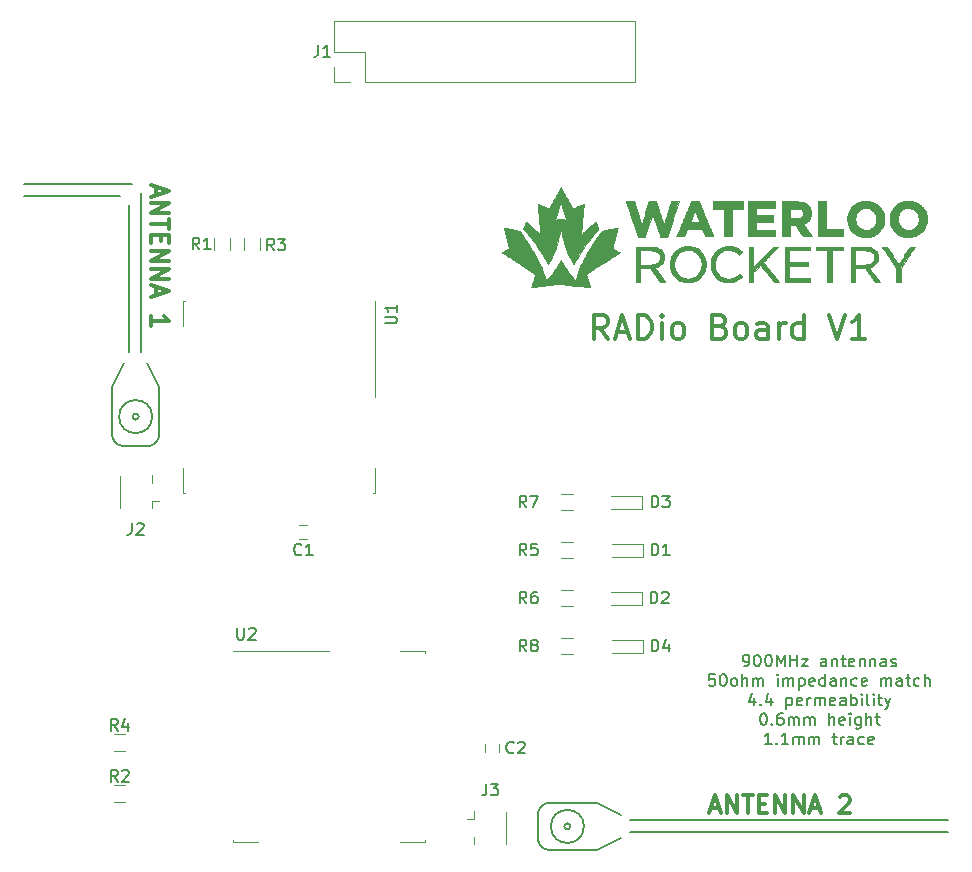
<source format=gbr>
G04 #@! TF.GenerationSoftware,KiCad,Pcbnew,(5.0.0)*
G04 #@! TF.CreationDate,2019-04-04T16:01:48-04:00*
G04 #@! TF.ProjectId,Radio Board,526164696F20426F6172642E6B696361,rev?*
G04 #@! TF.SameCoordinates,Original*
G04 #@! TF.FileFunction,Legend,Top*
G04 #@! TF.FilePolarity,Positive*
%FSLAX46Y46*%
G04 Gerber Fmt 4.6, Leading zero omitted, Abs format (unit mm)*
G04 Created by KiCad (PCBNEW (5.0.0)) date 04/04/19 16:01:48*
%MOMM*%
%LPD*%
G01*
G04 APERTURE LIST*
%ADD10C,0.200000*%
%ADD11C,0.300000*%
%ADD12C,0.150000*%
%ADD13C,0.100000*%
%ADD14C,0.120000*%
%ADD15C,0.010000*%
G04 APERTURE END LIST*
D10*
X10454000Y-37677000D02*
X12454000Y-37677000D01*
X13454000Y-36677000D02*
X13454000Y-32677000D01*
X9454000Y-36677000D02*
X9454000Y-32677000D01*
X13454000Y-32677000D02*
X12454000Y-30677000D01*
X13454000Y-36677000D02*
G75*
G02X12454000Y-37677000I-1000000J0D01*
G01*
X10454000Y-37677000D02*
G75*
G02X9454000Y-36677000I0J1000000D01*
G01*
X12854000Y-35177000D02*
G75*
G03X12854000Y-35177000I-1400000J0D01*
G01*
X11708000Y-35177000D02*
G75*
G03X11708000Y-35177000I-254000J0D01*
G01*
X9454000Y-32677000D02*
X10454000Y-30677000D01*
X46508000Y-71874000D02*
G75*
G02X45508000Y-70874000I0J1000000D01*
G01*
X45508000Y-68874000D02*
G75*
G02X46508000Y-67874000I1000000J0D01*
G01*
X50508000Y-67874000D02*
X52508000Y-68874000D01*
X11176000Y-15494000D02*
X2032000Y-15494000D01*
X10160000Y-16510000D02*
X2032000Y-16510000D01*
D11*
X51436285Y-28590761D02*
X50769619Y-27638380D01*
X50293428Y-28590761D02*
X50293428Y-26590761D01*
X51055333Y-26590761D01*
X51245809Y-26686000D01*
X51341047Y-26781238D01*
X51436285Y-26971714D01*
X51436285Y-27257428D01*
X51341047Y-27447904D01*
X51245809Y-27543142D01*
X51055333Y-27638380D01*
X50293428Y-27638380D01*
X52198190Y-28019333D02*
X53150571Y-28019333D01*
X52007714Y-28590761D02*
X52674380Y-26590761D01*
X53341047Y-28590761D01*
X54007714Y-28590761D02*
X54007714Y-26590761D01*
X54483904Y-26590761D01*
X54769619Y-26686000D01*
X54960095Y-26876476D01*
X55055333Y-27066952D01*
X55150571Y-27447904D01*
X55150571Y-27733619D01*
X55055333Y-28114571D01*
X54960095Y-28305047D01*
X54769619Y-28495523D01*
X54483904Y-28590761D01*
X54007714Y-28590761D01*
X56007714Y-28590761D02*
X56007714Y-27257428D01*
X56007714Y-26590761D02*
X55912476Y-26686000D01*
X56007714Y-26781238D01*
X56102952Y-26686000D01*
X56007714Y-26590761D01*
X56007714Y-26781238D01*
X57245809Y-28590761D02*
X57055333Y-28495523D01*
X56960095Y-28400285D01*
X56864857Y-28209809D01*
X56864857Y-27638380D01*
X56960095Y-27447904D01*
X57055333Y-27352666D01*
X57245809Y-27257428D01*
X57531523Y-27257428D01*
X57722000Y-27352666D01*
X57817238Y-27447904D01*
X57912476Y-27638380D01*
X57912476Y-28209809D01*
X57817238Y-28400285D01*
X57722000Y-28495523D01*
X57531523Y-28590761D01*
X57245809Y-28590761D01*
X60960095Y-27543142D02*
X61245809Y-27638380D01*
X61341047Y-27733619D01*
X61436285Y-27924095D01*
X61436285Y-28209809D01*
X61341047Y-28400285D01*
X61245809Y-28495523D01*
X61055333Y-28590761D01*
X60293428Y-28590761D01*
X60293428Y-26590761D01*
X60960095Y-26590761D01*
X61150571Y-26686000D01*
X61245809Y-26781238D01*
X61341047Y-26971714D01*
X61341047Y-27162190D01*
X61245809Y-27352666D01*
X61150571Y-27447904D01*
X60960095Y-27543142D01*
X60293428Y-27543142D01*
X62579142Y-28590761D02*
X62388666Y-28495523D01*
X62293428Y-28400285D01*
X62198190Y-28209809D01*
X62198190Y-27638380D01*
X62293428Y-27447904D01*
X62388666Y-27352666D01*
X62579142Y-27257428D01*
X62864857Y-27257428D01*
X63055333Y-27352666D01*
X63150571Y-27447904D01*
X63245809Y-27638380D01*
X63245809Y-28209809D01*
X63150571Y-28400285D01*
X63055333Y-28495523D01*
X62864857Y-28590761D01*
X62579142Y-28590761D01*
X64960095Y-28590761D02*
X64960095Y-27543142D01*
X64864857Y-27352666D01*
X64674380Y-27257428D01*
X64293428Y-27257428D01*
X64102952Y-27352666D01*
X64960095Y-28495523D02*
X64769619Y-28590761D01*
X64293428Y-28590761D01*
X64102952Y-28495523D01*
X64007714Y-28305047D01*
X64007714Y-28114571D01*
X64102952Y-27924095D01*
X64293428Y-27828857D01*
X64769619Y-27828857D01*
X64960095Y-27733619D01*
X65912476Y-28590761D02*
X65912476Y-27257428D01*
X65912476Y-27638380D02*
X66007714Y-27447904D01*
X66102952Y-27352666D01*
X66293428Y-27257428D01*
X66483904Y-27257428D01*
X68007714Y-28590761D02*
X68007714Y-26590761D01*
X68007714Y-28495523D02*
X67817238Y-28590761D01*
X67436285Y-28590761D01*
X67245809Y-28495523D01*
X67150571Y-28400285D01*
X67055333Y-28209809D01*
X67055333Y-27638380D01*
X67150571Y-27447904D01*
X67245809Y-27352666D01*
X67436285Y-27257428D01*
X67817238Y-27257428D01*
X68007714Y-27352666D01*
X70198190Y-26590761D02*
X70864857Y-28590761D01*
X71531523Y-26590761D01*
X73245809Y-28590761D02*
X72102952Y-28590761D01*
X72674380Y-28590761D02*
X72674380Y-26590761D01*
X72483904Y-26876476D01*
X72293428Y-27066952D01*
X72102952Y-27162190D01*
D12*
X62937238Y-56334380D02*
X63127714Y-56334380D01*
X63222952Y-56286761D01*
X63270571Y-56239142D01*
X63365809Y-56096285D01*
X63413428Y-55905809D01*
X63413428Y-55524857D01*
X63365809Y-55429619D01*
X63318190Y-55382000D01*
X63222952Y-55334380D01*
X63032476Y-55334380D01*
X62937238Y-55382000D01*
X62889619Y-55429619D01*
X62842000Y-55524857D01*
X62842000Y-55762952D01*
X62889619Y-55858190D01*
X62937238Y-55905809D01*
X63032476Y-55953428D01*
X63222952Y-55953428D01*
X63318190Y-55905809D01*
X63365809Y-55858190D01*
X63413428Y-55762952D01*
X64032476Y-55334380D02*
X64127714Y-55334380D01*
X64222952Y-55382000D01*
X64270571Y-55429619D01*
X64318190Y-55524857D01*
X64365809Y-55715333D01*
X64365809Y-55953428D01*
X64318190Y-56143904D01*
X64270571Y-56239142D01*
X64222952Y-56286761D01*
X64127714Y-56334380D01*
X64032476Y-56334380D01*
X63937238Y-56286761D01*
X63889619Y-56239142D01*
X63842000Y-56143904D01*
X63794380Y-55953428D01*
X63794380Y-55715333D01*
X63842000Y-55524857D01*
X63889619Y-55429619D01*
X63937238Y-55382000D01*
X64032476Y-55334380D01*
X64984857Y-55334380D02*
X65080095Y-55334380D01*
X65175333Y-55382000D01*
X65222952Y-55429619D01*
X65270571Y-55524857D01*
X65318190Y-55715333D01*
X65318190Y-55953428D01*
X65270571Y-56143904D01*
X65222952Y-56239142D01*
X65175333Y-56286761D01*
X65080095Y-56334380D01*
X64984857Y-56334380D01*
X64889619Y-56286761D01*
X64842000Y-56239142D01*
X64794380Y-56143904D01*
X64746761Y-55953428D01*
X64746761Y-55715333D01*
X64794380Y-55524857D01*
X64842000Y-55429619D01*
X64889619Y-55382000D01*
X64984857Y-55334380D01*
X65746761Y-56334380D02*
X65746761Y-55334380D01*
X66080095Y-56048666D01*
X66413428Y-55334380D01*
X66413428Y-56334380D01*
X66889619Y-56334380D02*
X66889619Y-55334380D01*
X66889619Y-55810571D02*
X67461047Y-55810571D01*
X67461047Y-56334380D02*
X67461047Y-55334380D01*
X67842000Y-55667714D02*
X68365809Y-55667714D01*
X67842000Y-56334380D01*
X68365809Y-56334380D01*
X69937238Y-56334380D02*
X69937238Y-55810571D01*
X69889619Y-55715333D01*
X69794380Y-55667714D01*
X69603904Y-55667714D01*
X69508666Y-55715333D01*
X69937238Y-56286761D02*
X69842000Y-56334380D01*
X69603904Y-56334380D01*
X69508666Y-56286761D01*
X69461047Y-56191523D01*
X69461047Y-56096285D01*
X69508666Y-56001047D01*
X69603904Y-55953428D01*
X69842000Y-55953428D01*
X69937238Y-55905809D01*
X70413428Y-55667714D02*
X70413428Y-56334380D01*
X70413428Y-55762952D02*
X70461047Y-55715333D01*
X70556285Y-55667714D01*
X70699142Y-55667714D01*
X70794380Y-55715333D01*
X70842000Y-55810571D01*
X70842000Y-56334380D01*
X71175333Y-55667714D02*
X71556285Y-55667714D01*
X71318190Y-55334380D02*
X71318190Y-56191523D01*
X71365809Y-56286761D01*
X71461047Y-56334380D01*
X71556285Y-56334380D01*
X72270571Y-56286761D02*
X72175333Y-56334380D01*
X71984857Y-56334380D01*
X71889619Y-56286761D01*
X71842000Y-56191523D01*
X71842000Y-55810571D01*
X71889619Y-55715333D01*
X71984857Y-55667714D01*
X72175333Y-55667714D01*
X72270571Y-55715333D01*
X72318190Y-55810571D01*
X72318190Y-55905809D01*
X71842000Y-56001047D01*
X72746761Y-55667714D02*
X72746761Y-56334380D01*
X72746761Y-55762952D02*
X72794380Y-55715333D01*
X72889619Y-55667714D01*
X73032476Y-55667714D01*
X73127714Y-55715333D01*
X73175333Y-55810571D01*
X73175333Y-56334380D01*
X73651523Y-55667714D02*
X73651523Y-56334380D01*
X73651523Y-55762952D02*
X73699142Y-55715333D01*
X73794380Y-55667714D01*
X73937238Y-55667714D01*
X74032476Y-55715333D01*
X74080095Y-55810571D01*
X74080095Y-56334380D01*
X74984857Y-56334380D02*
X74984857Y-55810571D01*
X74937238Y-55715333D01*
X74842000Y-55667714D01*
X74651523Y-55667714D01*
X74556285Y-55715333D01*
X74984857Y-56286761D02*
X74889619Y-56334380D01*
X74651523Y-56334380D01*
X74556285Y-56286761D01*
X74508666Y-56191523D01*
X74508666Y-56096285D01*
X74556285Y-56001047D01*
X74651523Y-55953428D01*
X74889619Y-55953428D01*
X74984857Y-55905809D01*
X75413428Y-56286761D02*
X75508666Y-56334380D01*
X75699142Y-56334380D01*
X75794380Y-56286761D01*
X75842000Y-56191523D01*
X75842000Y-56143904D01*
X75794380Y-56048666D01*
X75699142Y-56001047D01*
X75556285Y-56001047D01*
X75461047Y-55953428D01*
X75413428Y-55858190D01*
X75413428Y-55810571D01*
X75461047Y-55715333D01*
X75556285Y-55667714D01*
X75699142Y-55667714D01*
X75794380Y-55715333D01*
X60484857Y-56984380D02*
X60008666Y-56984380D01*
X59961047Y-57460571D01*
X60008666Y-57412952D01*
X60103904Y-57365333D01*
X60342000Y-57365333D01*
X60437238Y-57412952D01*
X60484857Y-57460571D01*
X60532476Y-57555809D01*
X60532476Y-57793904D01*
X60484857Y-57889142D01*
X60437238Y-57936761D01*
X60342000Y-57984380D01*
X60103904Y-57984380D01*
X60008666Y-57936761D01*
X59961047Y-57889142D01*
X61151523Y-56984380D02*
X61246761Y-56984380D01*
X61342000Y-57032000D01*
X61389619Y-57079619D01*
X61437238Y-57174857D01*
X61484857Y-57365333D01*
X61484857Y-57603428D01*
X61437238Y-57793904D01*
X61389619Y-57889142D01*
X61342000Y-57936761D01*
X61246761Y-57984380D01*
X61151523Y-57984380D01*
X61056285Y-57936761D01*
X61008666Y-57889142D01*
X60961047Y-57793904D01*
X60913428Y-57603428D01*
X60913428Y-57365333D01*
X60961047Y-57174857D01*
X61008666Y-57079619D01*
X61056285Y-57032000D01*
X61151523Y-56984380D01*
X62056285Y-57984380D02*
X61961047Y-57936761D01*
X61913428Y-57889142D01*
X61865809Y-57793904D01*
X61865809Y-57508190D01*
X61913428Y-57412952D01*
X61961047Y-57365333D01*
X62056285Y-57317714D01*
X62199142Y-57317714D01*
X62294380Y-57365333D01*
X62342000Y-57412952D01*
X62389619Y-57508190D01*
X62389619Y-57793904D01*
X62342000Y-57889142D01*
X62294380Y-57936761D01*
X62199142Y-57984380D01*
X62056285Y-57984380D01*
X62818190Y-57984380D02*
X62818190Y-56984380D01*
X63246761Y-57984380D02*
X63246761Y-57460571D01*
X63199142Y-57365333D01*
X63103904Y-57317714D01*
X62961047Y-57317714D01*
X62865809Y-57365333D01*
X62818190Y-57412952D01*
X63722952Y-57984380D02*
X63722952Y-57317714D01*
X63722952Y-57412952D02*
X63770571Y-57365333D01*
X63865809Y-57317714D01*
X64008666Y-57317714D01*
X64103904Y-57365333D01*
X64151523Y-57460571D01*
X64151523Y-57984380D01*
X64151523Y-57460571D02*
X64199142Y-57365333D01*
X64294380Y-57317714D01*
X64437238Y-57317714D01*
X64532476Y-57365333D01*
X64580095Y-57460571D01*
X64580095Y-57984380D01*
X65818190Y-57984380D02*
X65818190Y-57317714D01*
X65818190Y-56984380D02*
X65770571Y-57032000D01*
X65818190Y-57079619D01*
X65865809Y-57032000D01*
X65818190Y-56984380D01*
X65818190Y-57079619D01*
X66294380Y-57984380D02*
X66294380Y-57317714D01*
X66294380Y-57412952D02*
X66341999Y-57365333D01*
X66437238Y-57317714D01*
X66580095Y-57317714D01*
X66675333Y-57365333D01*
X66722952Y-57460571D01*
X66722952Y-57984380D01*
X66722952Y-57460571D02*
X66770571Y-57365333D01*
X66865809Y-57317714D01*
X67008666Y-57317714D01*
X67103904Y-57365333D01*
X67151523Y-57460571D01*
X67151523Y-57984380D01*
X67627714Y-57317714D02*
X67627714Y-58317714D01*
X67627714Y-57365333D02*
X67722952Y-57317714D01*
X67913428Y-57317714D01*
X68008666Y-57365333D01*
X68056285Y-57412952D01*
X68103904Y-57508190D01*
X68103904Y-57793904D01*
X68056285Y-57889142D01*
X68008666Y-57936761D01*
X67913428Y-57984380D01*
X67722952Y-57984380D01*
X67627714Y-57936761D01*
X68913428Y-57936761D02*
X68818190Y-57984380D01*
X68627714Y-57984380D01*
X68532476Y-57936761D01*
X68484857Y-57841523D01*
X68484857Y-57460571D01*
X68532476Y-57365333D01*
X68627714Y-57317714D01*
X68818190Y-57317714D01*
X68913428Y-57365333D01*
X68961047Y-57460571D01*
X68961047Y-57555809D01*
X68484857Y-57651047D01*
X69818190Y-57984380D02*
X69818190Y-56984380D01*
X69818190Y-57936761D02*
X69722952Y-57984380D01*
X69532476Y-57984380D01*
X69437238Y-57936761D01*
X69389619Y-57889142D01*
X69342000Y-57793904D01*
X69342000Y-57508190D01*
X69389619Y-57412952D01*
X69437238Y-57365333D01*
X69532476Y-57317714D01*
X69722952Y-57317714D01*
X69818190Y-57365333D01*
X70722952Y-57984380D02*
X70722952Y-57460571D01*
X70675333Y-57365333D01*
X70580095Y-57317714D01*
X70389619Y-57317714D01*
X70294380Y-57365333D01*
X70722952Y-57936761D02*
X70627714Y-57984380D01*
X70389619Y-57984380D01*
X70294380Y-57936761D01*
X70246761Y-57841523D01*
X70246761Y-57746285D01*
X70294380Y-57651047D01*
X70389619Y-57603428D01*
X70627714Y-57603428D01*
X70722952Y-57555809D01*
X71199142Y-57317714D02*
X71199142Y-57984380D01*
X71199142Y-57412952D02*
X71246761Y-57365333D01*
X71342000Y-57317714D01*
X71484857Y-57317714D01*
X71580095Y-57365333D01*
X71627714Y-57460571D01*
X71627714Y-57984380D01*
X72532476Y-57936761D02*
X72437238Y-57984380D01*
X72246761Y-57984380D01*
X72151523Y-57936761D01*
X72103904Y-57889142D01*
X72056285Y-57793904D01*
X72056285Y-57508190D01*
X72103904Y-57412952D01*
X72151523Y-57365333D01*
X72246761Y-57317714D01*
X72437238Y-57317714D01*
X72532476Y-57365333D01*
X73342000Y-57936761D02*
X73246761Y-57984380D01*
X73056285Y-57984380D01*
X72961047Y-57936761D01*
X72913428Y-57841523D01*
X72913428Y-57460571D01*
X72961047Y-57365333D01*
X73056285Y-57317714D01*
X73246761Y-57317714D01*
X73342000Y-57365333D01*
X73389619Y-57460571D01*
X73389619Y-57555809D01*
X72913428Y-57651047D01*
X74580095Y-57984380D02*
X74580095Y-57317714D01*
X74580095Y-57412952D02*
X74627714Y-57365333D01*
X74722952Y-57317714D01*
X74865809Y-57317714D01*
X74961047Y-57365333D01*
X75008666Y-57460571D01*
X75008666Y-57984380D01*
X75008666Y-57460571D02*
X75056285Y-57365333D01*
X75151523Y-57317714D01*
X75294380Y-57317714D01*
X75389619Y-57365333D01*
X75437238Y-57460571D01*
X75437238Y-57984380D01*
X76342000Y-57984380D02*
X76342000Y-57460571D01*
X76294380Y-57365333D01*
X76199142Y-57317714D01*
X76008666Y-57317714D01*
X75913428Y-57365333D01*
X76342000Y-57936761D02*
X76246761Y-57984380D01*
X76008666Y-57984380D01*
X75913428Y-57936761D01*
X75865809Y-57841523D01*
X75865809Y-57746285D01*
X75913428Y-57651047D01*
X76008666Y-57603428D01*
X76246761Y-57603428D01*
X76342000Y-57555809D01*
X76675333Y-57317714D02*
X77056285Y-57317714D01*
X76818190Y-56984380D02*
X76818190Y-57841523D01*
X76865809Y-57936761D01*
X76961047Y-57984380D01*
X77056285Y-57984380D01*
X77818190Y-57936761D02*
X77722952Y-57984380D01*
X77532476Y-57984380D01*
X77437238Y-57936761D01*
X77389619Y-57889142D01*
X77342000Y-57793904D01*
X77342000Y-57508190D01*
X77389619Y-57412952D01*
X77437238Y-57365333D01*
X77532476Y-57317714D01*
X77722952Y-57317714D01*
X77818190Y-57365333D01*
X78246761Y-57984380D02*
X78246761Y-56984380D01*
X78675333Y-57984380D02*
X78675333Y-57460571D01*
X78627714Y-57365333D01*
X78532476Y-57317714D01*
X78389619Y-57317714D01*
X78294380Y-57365333D01*
X78246761Y-57412952D01*
X63842000Y-58967714D02*
X63842000Y-59634380D01*
X63603904Y-58586761D02*
X63365809Y-59301047D01*
X63984857Y-59301047D01*
X64365809Y-59539142D02*
X64413428Y-59586761D01*
X64365809Y-59634380D01*
X64318190Y-59586761D01*
X64365809Y-59539142D01*
X64365809Y-59634380D01*
X65270571Y-58967714D02*
X65270571Y-59634380D01*
X65032476Y-58586761D02*
X64794380Y-59301047D01*
X65413428Y-59301047D01*
X66556285Y-58967714D02*
X66556285Y-59967714D01*
X66556285Y-59015333D02*
X66651523Y-58967714D01*
X66842000Y-58967714D01*
X66937238Y-59015333D01*
X66984857Y-59062952D01*
X67032476Y-59158190D01*
X67032476Y-59443904D01*
X66984857Y-59539142D01*
X66937238Y-59586761D01*
X66842000Y-59634380D01*
X66651523Y-59634380D01*
X66556285Y-59586761D01*
X67842000Y-59586761D02*
X67746761Y-59634380D01*
X67556285Y-59634380D01*
X67461047Y-59586761D01*
X67413428Y-59491523D01*
X67413428Y-59110571D01*
X67461047Y-59015333D01*
X67556285Y-58967714D01*
X67746761Y-58967714D01*
X67842000Y-59015333D01*
X67889619Y-59110571D01*
X67889619Y-59205809D01*
X67413428Y-59301047D01*
X68318190Y-59634380D02*
X68318190Y-58967714D01*
X68318190Y-59158190D02*
X68365809Y-59062952D01*
X68413428Y-59015333D01*
X68508666Y-58967714D01*
X68603904Y-58967714D01*
X68937238Y-59634380D02*
X68937238Y-58967714D01*
X68937238Y-59062952D02*
X68984857Y-59015333D01*
X69080095Y-58967714D01*
X69222952Y-58967714D01*
X69318190Y-59015333D01*
X69365809Y-59110571D01*
X69365809Y-59634380D01*
X69365809Y-59110571D02*
X69413428Y-59015333D01*
X69508666Y-58967714D01*
X69651523Y-58967714D01*
X69746761Y-59015333D01*
X69794380Y-59110571D01*
X69794380Y-59634380D01*
X70651523Y-59586761D02*
X70556285Y-59634380D01*
X70365809Y-59634380D01*
X70270571Y-59586761D01*
X70222952Y-59491523D01*
X70222952Y-59110571D01*
X70270571Y-59015333D01*
X70365809Y-58967714D01*
X70556285Y-58967714D01*
X70651523Y-59015333D01*
X70699142Y-59110571D01*
X70699142Y-59205809D01*
X70222952Y-59301047D01*
X71556285Y-59634380D02*
X71556285Y-59110571D01*
X71508666Y-59015333D01*
X71413428Y-58967714D01*
X71222952Y-58967714D01*
X71127714Y-59015333D01*
X71556285Y-59586761D02*
X71461047Y-59634380D01*
X71222952Y-59634380D01*
X71127714Y-59586761D01*
X71080095Y-59491523D01*
X71080095Y-59396285D01*
X71127714Y-59301047D01*
X71222952Y-59253428D01*
X71461047Y-59253428D01*
X71556285Y-59205809D01*
X72032476Y-59634380D02*
X72032476Y-58634380D01*
X72032476Y-59015333D02*
X72127714Y-58967714D01*
X72318190Y-58967714D01*
X72413428Y-59015333D01*
X72461047Y-59062952D01*
X72508666Y-59158190D01*
X72508666Y-59443904D01*
X72461047Y-59539142D01*
X72413428Y-59586761D01*
X72318190Y-59634380D01*
X72127714Y-59634380D01*
X72032476Y-59586761D01*
X72937238Y-59634380D02*
X72937238Y-58967714D01*
X72937238Y-58634380D02*
X72889619Y-58682000D01*
X72937238Y-58729619D01*
X72984857Y-58682000D01*
X72937238Y-58634380D01*
X72937238Y-58729619D01*
X73556285Y-59634380D02*
X73461047Y-59586761D01*
X73413428Y-59491523D01*
X73413428Y-58634380D01*
X73937238Y-59634380D02*
X73937238Y-58967714D01*
X73937238Y-58634380D02*
X73889619Y-58682000D01*
X73937238Y-58729619D01*
X73984857Y-58682000D01*
X73937238Y-58634380D01*
X73937238Y-58729619D01*
X74270571Y-58967714D02*
X74651523Y-58967714D01*
X74413428Y-58634380D02*
X74413428Y-59491523D01*
X74461047Y-59586761D01*
X74556285Y-59634380D01*
X74651523Y-59634380D01*
X74889619Y-58967714D02*
X75127714Y-59634380D01*
X75365809Y-58967714D02*
X75127714Y-59634380D01*
X75032476Y-59872476D01*
X74984857Y-59920095D01*
X74889619Y-59967714D01*
X64556285Y-60284380D02*
X64651523Y-60284380D01*
X64746761Y-60332000D01*
X64794380Y-60379619D01*
X64842000Y-60474857D01*
X64889619Y-60665333D01*
X64889619Y-60903428D01*
X64842000Y-61093904D01*
X64794380Y-61189142D01*
X64746761Y-61236761D01*
X64651523Y-61284380D01*
X64556285Y-61284380D01*
X64461047Y-61236761D01*
X64413428Y-61189142D01*
X64365809Y-61093904D01*
X64318190Y-60903428D01*
X64318190Y-60665333D01*
X64365809Y-60474857D01*
X64413428Y-60379619D01*
X64461047Y-60332000D01*
X64556285Y-60284380D01*
X65318190Y-61189142D02*
X65365809Y-61236761D01*
X65318190Y-61284380D01*
X65270571Y-61236761D01*
X65318190Y-61189142D01*
X65318190Y-61284380D01*
X66222952Y-60284380D02*
X66032476Y-60284380D01*
X65937238Y-60332000D01*
X65889619Y-60379619D01*
X65794380Y-60522476D01*
X65746761Y-60712952D01*
X65746761Y-61093904D01*
X65794380Y-61189142D01*
X65842000Y-61236761D01*
X65937238Y-61284380D01*
X66127714Y-61284380D01*
X66222952Y-61236761D01*
X66270571Y-61189142D01*
X66318190Y-61093904D01*
X66318190Y-60855809D01*
X66270571Y-60760571D01*
X66222952Y-60712952D01*
X66127714Y-60665333D01*
X65937238Y-60665333D01*
X65842000Y-60712952D01*
X65794380Y-60760571D01*
X65746761Y-60855809D01*
X66746761Y-61284380D02*
X66746761Y-60617714D01*
X66746761Y-60712952D02*
X66794380Y-60665333D01*
X66889619Y-60617714D01*
X67032476Y-60617714D01*
X67127714Y-60665333D01*
X67175333Y-60760571D01*
X67175333Y-61284380D01*
X67175333Y-60760571D02*
X67222952Y-60665333D01*
X67318190Y-60617714D01*
X67461047Y-60617714D01*
X67556285Y-60665333D01*
X67603904Y-60760571D01*
X67603904Y-61284380D01*
X68080095Y-61284380D02*
X68080095Y-60617714D01*
X68080095Y-60712952D02*
X68127714Y-60665333D01*
X68222952Y-60617714D01*
X68365809Y-60617714D01*
X68461047Y-60665333D01*
X68508666Y-60760571D01*
X68508666Y-61284380D01*
X68508666Y-60760571D02*
X68556285Y-60665333D01*
X68651523Y-60617714D01*
X68794380Y-60617714D01*
X68889619Y-60665333D01*
X68937238Y-60760571D01*
X68937238Y-61284380D01*
X70175333Y-61284380D02*
X70175333Y-60284380D01*
X70603904Y-61284380D02*
X70603904Y-60760571D01*
X70556285Y-60665333D01*
X70461047Y-60617714D01*
X70318190Y-60617714D01*
X70222952Y-60665333D01*
X70175333Y-60712952D01*
X71461047Y-61236761D02*
X71365809Y-61284380D01*
X71175333Y-61284380D01*
X71080095Y-61236761D01*
X71032476Y-61141523D01*
X71032476Y-60760571D01*
X71080095Y-60665333D01*
X71175333Y-60617714D01*
X71365809Y-60617714D01*
X71461047Y-60665333D01*
X71508666Y-60760571D01*
X71508666Y-60855809D01*
X71032476Y-60951047D01*
X71937238Y-61284380D02*
X71937238Y-60617714D01*
X71937238Y-60284380D02*
X71889619Y-60332000D01*
X71937238Y-60379619D01*
X71984857Y-60332000D01*
X71937238Y-60284380D01*
X71937238Y-60379619D01*
X72842000Y-60617714D02*
X72842000Y-61427238D01*
X72794380Y-61522476D01*
X72746761Y-61570095D01*
X72651523Y-61617714D01*
X72508666Y-61617714D01*
X72413428Y-61570095D01*
X72842000Y-61236761D02*
X72746761Y-61284380D01*
X72556285Y-61284380D01*
X72461047Y-61236761D01*
X72413428Y-61189142D01*
X72365809Y-61093904D01*
X72365809Y-60808190D01*
X72413428Y-60712952D01*
X72461047Y-60665333D01*
X72556285Y-60617714D01*
X72746761Y-60617714D01*
X72842000Y-60665333D01*
X73318190Y-61284380D02*
X73318190Y-60284380D01*
X73746761Y-61284380D02*
X73746761Y-60760571D01*
X73699142Y-60665333D01*
X73603904Y-60617714D01*
X73461047Y-60617714D01*
X73365809Y-60665333D01*
X73318190Y-60712952D01*
X74080095Y-60617714D02*
X74461047Y-60617714D01*
X74222952Y-60284380D02*
X74222952Y-61141523D01*
X74270571Y-61236761D01*
X74365809Y-61284380D01*
X74461047Y-61284380D01*
X65294380Y-62934380D02*
X64722952Y-62934380D01*
X65008666Y-62934380D02*
X65008666Y-61934380D01*
X64913428Y-62077238D01*
X64818190Y-62172476D01*
X64722952Y-62220095D01*
X65722952Y-62839142D02*
X65770571Y-62886761D01*
X65722952Y-62934380D01*
X65675333Y-62886761D01*
X65722952Y-62839142D01*
X65722952Y-62934380D01*
X66722952Y-62934380D02*
X66151523Y-62934380D01*
X66437238Y-62934380D02*
X66437238Y-61934380D01*
X66342000Y-62077238D01*
X66246761Y-62172476D01*
X66151523Y-62220095D01*
X67151523Y-62934380D02*
X67151523Y-62267714D01*
X67151523Y-62362952D02*
X67199142Y-62315333D01*
X67294380Y-62267714D01*
X67437238Y-62267714D01*
X67532476Y-62315333D01*
X67580095Y-62410571D01*
X67580095Y-62934380D01*
X67580095Y-62410571D02*
X67627714Y-62315333D01*
X67722952Y-62267714D01*
X67865809Y-62267714D01*
X67961047Y-62315333D01*
X68008666Y-62410571D01*
X68008666Y-62934380D01*
X68484857Y-62934380D02*
X68484857Y-62267714D01*
X68484857Y-62362952D02*
X68532476Y-62315333D01*
X68627714Y-62267714D01*
X68770571Y-62267714D01*
X68865809Y-62315333D01*
X68913428Y-62410571D01*
X68913428Y-62934380D01*
X68913428Y-62410571D02*
X68961047Y-62315333D01*
X69056285Y-62267714D01*
X69199142Y-62267714D01*
X69294380Y-62315333D01*
X69342000Y-62410571D01*
X69342000Y-62934380D01*
X70437238Y-62267714D02*
X70818190Y-62267714D01*
X70580095Y-61934380D02*
X70580095Y-62791523D01*
X70627714Y-62886761D01*
X70722952Y-62934380D01*
X70818190Y-62934380D01*
X71151523Y-62934380D02*
X71151523Y-62267714D01*
X71151523Y-62458190D02*
X71199142Y-62362952D01*
X71246761Y-62315333D01*
X71342000Y-62267714D01*
X71437238Y-62267714D01*
X72199142Y-62934380D02*
X72199142Y-62410571D01*
X72151523Y-62315333D01*
X72056285Y-62267714D01*
X71865809Y-62267714D01*
X71770571Y-62315333D01*
X72199142Y-62886761D02*
X72103904Y-62934380D01*
X71865809Y-62934380D01*
X71770571Y-62886761D01*
X71722952Y-62791523D01*
X71722952Y-62696285D01*
X71770571Y-62601047D01*
X71865809Y-62553428D01*
X72103904Y-62553428D01*
X72199142Y-62505809D01*
X73103904Y-62886761D02*
X73008666Y-62934380D01*
X72818190Y-62934380D01*
X72722952Y-62886761D01*
X72675333Y-62839142D01*
X72627714Y-62743904D01*
X72627714Y-62458190D01*
X72675333Y-62362952D01*
X72722952Y-62315333D01*
X72818190Y-62267714D01*
X73008666Y-62267714D01*
X73103904Y-62315333D01*
X73913428Y-62886761D02*
X73818190Y-62934380D01*
X73627714Y-62934380D01*
X73532476Y-62886761D01*
X73484857Y-62791523D01*
X73484857Y-62410571D01*
X73532476Y-62315333D01*
X73627714Y-62267714D01*
X73818190Y-62267714D01*
X73913428Y-62315333D01*
X73961047Y-62410571D01*
X73961047Y-62505809D01*
X73484857Y-62601047D01*
D11*
X60147142Y-68322000D02*
X60861428Y-68322000D01*
X60004285Y-68750571D02*
X60504285Y-67250571D01*
X61004285Y-68750571D01*
X61504285Y-68750571D02*
X61504285Y-67250571D01*
X62361428Y-68750571D01*
X62361428Y-67250571D01*
X62861428Y-67250571D02*
X63718571Y-67250571D01*
X63290000Y-68750571D02*
X63290000Y-67250571D01*
X64218571Y-67964857D02*
X64718571Y-67964857D01*
X64932857Y-68750571D02*
X64218571Y-68750571D01*
X64218571Y-67250571D01*
X64932857Y-67250571D01*
X65575714Y-68750571D02*
X65575714Y-67250571D01*
X66432857Y-68750571D01*
X66432857Y-67250571D01*
X67147142Y-68750571D02*
X67147142Y-67250571D01*
X68004285Y-68750571D01*
X68004285Y-67250571D01*
X68647142Y-68322000D02*
X69361428Y-68322000D01*
X68504285Y-68750571D02*
X69004285Y-67250571D01*
X69504285Y-68750571D01*
X71075714Y-67393428D02*
X71147142Y-67322000D01*
X71290000Y-67250571D01*
X71647142Y-67250571D01*
X71790000Y-67322000D01*
X71861428Y-67393428D01*
X71932857Y-67536285D01*
X71932857Y-67679142D01*
X71861428Y-67893428D01*
X71004285Y-68750571D01*
X71932857Y-68750571D01*
X13212000Y-15697142D02*
X13212000Y-16411428D01*
X12783428Y-15554285D02*
X14283428Y-16054285D01*
X12783428Y-16554285D01*
X12783428Y-17054285D02*
X14283428Y-17054285D01*
X12783428Y-17911428D01*
X14283428Y-17911428D01*
X14283428Y-18411428D02*
X14283428Y-19268571D01*
X12783428Y-18840000D02*
X14283428Y-18840000D01*
X13569142Y-19768571D02*
X13569142Y-20268571D01*
X12783428Y-20482857D02*
X12783428Y-19768571D01*
X14283428Y-19768571D01*
X14283428Y-20482857D01*
X12783428Y-21125714D02*
X14283428Y-21125714D01*
X12783428Y-21982857D01*
X14283428Y-21982857D01*
X12783428Y-22697142D02*
X14283428Y-22697142D01*
X12783428Y-23554285D01*
X14283428Y-23554285D01*
X13212000Y-24197142D02*
X13212000Y-24911428D01*
X12783428Y-24054285D02*
X14283428Y-24554285D01*
X12783428Y-25054285D01*
X12783428Y-27482857D02*
X12783428Y-26625714D01*
X12783428Y-27054285D02*
X14283428Y-27054285D01*
X14069142Y-26911428D01*
X13926285Y-26768571D01*
X13854857Y-26625714D01*
D10*
X11938000Y-29718000D02*
X11938000Y-16256000D01*
X10922000Y-29718000D02*
X10922000Y-17272000D01*
X53340000Y-70358000D02*
X80264000Y-70358000D01*
X53340000Y-69342000D02*
X80264000Y-69342000D01*
X48262000Y-69874000D02*
G75*
G03X48262000Y-69874000I-254000J0D01*
G01*
X49408000Y-69874000D02*
G75*
G03X49408000Y-69874000I-1400000J0D01*
G01*
X46508000Y-67874000D02*
X50508000Y-67874000D01*
X50508000Y-71874000D02*
X52508000Y-70874000D01*
X46508000Y-71874000D02*
X50508000Y-71874000D01*
X45508000Y-68874000D02*
X45508000Y-70874000D01*
D13*
G04 #@! TO.C,U2*
X19694000Y-54984000D02*
X27814000Y-54984000D01*
X33814000Y-71224000D02*
X35934000Y-71224000D01*
X35934000Y-71224000D02*
X35934000Y-71054000D01*
X19694000Y-71224000D02*
X21814000Y-71224000D01*
X19694000Y-71224000D02*
X19694000Y-71054000D01*
X33814000Y-54984000D02*
X35934000Y-54984000D01*
X35934000Y-54984000D02*
X35934000Y-55154000D01*
D14*
G04 #@! TO.C,C1*
X26004000Y-45558000D02*
X25304000Y-45558000D01*
X25304000Y-44358000D02*
X26004000Y-44358000D01*
G04 #@! TO.C,C2*
X42256000Y-62896000D02*
X42256000Y-63596000D01*
X41056000Y-63596000D02*
X41056000Y-62896000D01*
G04 #@! TO.C,J2*
X10103000Y-42879000D02*
X10103000Y-40179000D01*
X12823000Y-42289000D02*
X13453000Y-42289000D01*
X12823000Y-40129000D02*
X12823000Y-40769000D01*
X12823000Y-42929000D02*
X12823000Y-42289000D01*
G04 #@! TO.C,J3*
X40115000Y-68600000D02*
X40115000Y-69240000D01*
X40115000Y-71400000D02*
X40115000Y-70760000D01*
X40115000Y-69240000D02*
X39485000Y-69240000D01*
X42835000Y-68650000D02*
X42835000Y-71350000D01*
G04 #@! TO.C,R1*
X19476000Y-20074000D02*
X19476000Y-21074000D01*
X18116000Y-21074000D02*
X18116000Y-20074000D01*
G04 #@! TO.C,R2*
X9591044Y-66407485D02*
X10591044Y-66407485D01*
X10591044Y-67767485D02*
X9591044Y-67767485D01*
G04 #@! TO.C,R3*
X20656000Y-21074000D02*
X20656000Y-20074000D01*
X22016000Y-20074000D02*
X22016000Y-21074000D01*
G04 #@! TO.C,R4*
X10591044Y-63449485D02*
X9591044Y-63449485D01*
X9591044Y-62089485D02*
X10591044Y-62089485D01*
D15*
G04 #@! TO.C,G\002A\002A\002A*
G36*
X69878804Y-19324243D02*
X71348575Y-19324243D01*
X71348575Y-19923977D01*
X69219942Y-19923977D01*
X69219942Y-16959095D01*
X69878804Y-16959095D01*
X69878804Y-19324243D01*
X69878804Y-19324243D01*
G37*
X69878804Y-19324243D02*
X71348575Y-19324243D01*
X71348575Y-19923977D01*
X69219942Y-19923977D01*
X69219942Y-16959095D01*
X69878804Y-16959095D01*
X69878804Y-19324243D01*
G36*
X67025489Y-16959142D02*
X67147608Y-16959310D01*
X67255257Y-16959640D01*
X67349645Y-16960175D01*
X67431984Y-16960956D01*
X67503486Y-16962026D01*
X67565361Y-16963427D01*
X67618821Y-16965199D01*
X67665076Y-16967385D01*
X67705339Y-16970027D01*
X67740819Y-16973167D01*
X67772729Y-16976847D01*
X67802280Y-16981108D01*
X67830683Y-16985992D01*
X67859149Y-16991541D01*
X67865749Y-16992899D01*
X67993927Y-17026787D01*
X68112771Y-17073096D01*
X68221424Y-17131234D01*
X68319029Y-17200606D01*
X68404730Y-17280620D01*
X68477667Y-17370683D01*
X68526757Y-17450506D01*
X68562486Y-17523133D01*
X68589903Y-17593949D01*
X68609974Y-17666926D01*
X68623662Y-17746035D01*
X68631932Y-17835247D01*
X68634682Y-17894880D01*
X68635136Y-18011277D01*
X68628146Y-18114997D01*
X68613231Y-18208756D01*
X68589912Y-18295270D01*
X68557707Y-18377256D01*
X68544343Y-18405190D01*
X68517630Y-18455875D01*
X68491446Y-18498597D01*
X68462042Y-18538663D01*
X68425670Y-18581377D01*
X68400451Y-18608872D01*
X68310493Y-18693661D01*
X68209817Y-18766482D01*
X68108424Y-18822912D01*
X68012594Y-18869870D01*
X68047732Y-18921783D01*
X68058541Y-18937680D01*
X68077984Y-18966203D01*
X68105161Y-19006029D01*
X68139170Y-19055840D01*
X68179108Y-19114314D01*
X68224074Y-19180132D01*
X68273167Y-19251974D01*
X68325484Y-19328519D01*
X68380124Y-19408447D01*
X68400519Y-19438277D01*
X68454816Y-19517708D01*
X68506373Y-19593164D01*
X68554388Y-19663468D01*
X68598057Y-19727441D01*
X68636575Y-19783905D01*
X68669140Y-19831683D01*
X68694947Y-19869594D01*
X68713193Y-19896463D01*
X68723075Y-19911109D01*
X68724591Y-19913419D01*
X68723020Y-19915981D01*
X68714117Y-19918112D01*
X68696692Y-19919843D01*
X68669553Y-19921206D01*
X68631507Y-19922233D01*
X68581362Y-19922956D01*
X68517928Y-19923407D01*
X68440011Y-19923618D01*
X68346421Y-19923620D01*
X68344068Y-19923618D01*
X67957122Y-19923259D01*
X67640777Y-19450589D01*
X67324433Y-18977918D01*
X66821006Y-18977918D01*
X66821006Y-19923977D01*
X66162143Y-19923977D01*
X66162143Y-17558829D01*
X66821006Y-17558829D01*
X66821006Y-18395998D01*
X67215901Y-18393039D01*
X67310141Y-18392268D01*
X67389073Y-18391449D01*
X67454284Y-18390519D01*
X67507359Y-18389417D01*
X67549884Y-18388079D01*
X67583446Y-18386445D01*
X67609630Y-18384451D01*
X67630023Y-18382036D01*
X67646211Y-18379137D01*
X67659780Y-18375693D01*
X67660025Y-18375621D01*
X67739701Y-18346224D01*
X67806259Y-18308356D01*
X67845180Y-18277120D01*
X67897088Y-18219944D01*
X67934619Y-18156281D01*
X67958398Y-18084604D01*
X67969050Y-18003387D01*
X67969792Y-17972730D01*
X67963244Y-17885658D01*
X67943483Y-17809035D01*
X67910335Y-17742568D01*
X67863627Y-17685966D01*
X67803183Y-17638933D01*
X67756097Y-17613189D01*
X67729666Y-17601110D01*
X67704382Y-17590955D01*
X67678528Y-17582559D01*
X67650388Y-17575756D01*
X67618247Y-17570381D01*
X67580389Y-17566268D01*
X67535097Y-17563253D01*
X67480656Y-17561170D01*
X67415349Y-17559853D01*
X67337461Y-17559137D01*
X67245276Y-17558858D01*
X67191929Y-17558829D01*
X66821006Y-17558829D01*
X66162143Y-17558829D01*
X66162143Y-16959095D01*
X66887686Y-16959095D01*
X67025489Y-16959142D01*
X67025489Y-16959142D01*
G37*
X67025489Y-16959142D02*
X67147608Y-16959310D01*
X67255257Y-16959640D01*
X67349645Y-16960175D01*
X67431984Y-16960956D01*
X67503486Y-16962026D01*
X67565361Y-16963427D01*
X67618821Y-16965199D01*
X67665076Y-16967385D01*
X67705339Y-16970027D01*
X67740819Y-16973167D01*
X67772729Y-16976847D01*
X67802280Y-16981108D01*
X67830683Y-16985992D01*
X67859149Y-16991541D01*
X67865749Y-16992899D01*
X67993927Y-17026787D01*
X68112771Y-17073096D01*
X68221424Y-17131234D01*
X68319029Y-17200606D01*
X68404730Y-17280620D01*
X68477667Y-17370683D01*
X68526757Y-17450506D01*
X68562486Y-17523133D01*
X68589903Y-17593949D01*
X68609974Y-17666926D01*
X68623662Y-17746035D01*
X68631932Y-17835247D01*
X68634682Y-17894880D01*
X68635136Y-18011277D01*
X68628146Y-18114997D01*
X68613231Y-18208756D01*
X68589912Y-18295270D01*
X68557707Y-18377256D01*
X68544343Y-18405190D01*
X68517630Y-18455875D01*
X68491446Y-18498597D01*
X68462042Y-18538663D01*
X68425670Y-18581377D01*
X68400451Y-18608872D01*
X68310493Y-18693661D01*
X68209817Y-18766482D01*
X68108424Y-18822912D01*
X68012594Y-18869870D01*
X68047732Y-18921783D01*
X68058541Y-18937680D01*
X68077984Y-18966203D01*
X68105161Y-19006029D01*
X68139170Y-19055840D01*
X68179108Y-19114314D01*
X68224074Y-19180132D01*
X68273167Y-19251974D01*
X68325484Y-19328519D01*
X68380124Y-19408447D01*
X68400519Y-19438277D01*
X68454816Y-19517708D01*
X68506373Y-19593164D01*
X68554388Y-19663468D01*
X68598057Y-19727441D01*
X68636575Y-19783905D01*
X68669140Y-19831683D01*
X68694947Y-19869594D01*
X68713193Y-19896463D01*
X68723075Y-19911109D01*
X68724591Y-19913419D01*
X68723020Y-19915981D01*
X68714117Y-19918112D01*
X68696692Y-19919843D01*
X68669553Y-19921206D01*
X68631507Y-19922233D01*
X68581362Y-19922956D01*
X68517928Y-19923407D01*
X68440011Y-19923618D01*
X68346421Y-19923620D01*
X68344068Y-19923618D01*
X67957122Y-19923259D01*
X67640777Y-19450589D01*
X67324433Y-18977918D01*
X66821006Y-18977918D01*
X66821006Y-19923977D01*
X66162143Y-19923977D01*
X66162143Y-17558829D01*
X66821006Y-17558829D01*
X66821006Y-18395998D01*
X67215901Y-18393039D01*
X67310141Y-18392268D01*
X67389073Y-18391449D01*
X67454284Y-18390519D01*
X67507359Y-18389417D01*
X67549884Y-18388079D01*
X67583446Y-18386445D01*
X67609630Y-18384451D01*
X67630023Y-18382036D01*
X67646211Y-18379137D01*
X67659780Y-18375693D01*
X67660025Y-18375621D01*
X67739701Y-18346224D01*
X67806259Y-18308356D01*
X67845180Y-18277120D01*
X67897088Y-18219944D01*
X67934619Y-18156281D01*
X67958398Y-18084604D01*
X67969050Y-18003387D01*
X67969792Y-17972730D01*
X67963244Y-17885658D01*
X67943483Y-17809035D01*
X67910335Y-17742568D01*
X67863627Y-17685966D01*
X67803183Y-17638933D01*
X67756097Y-17613189D01*
X67729666Y-17601110D01*
X67704382Y-17590955D01*
X67678528Y-17582559D01*
X67650388Y-17575756D01*
X67618247Y-17570381D01*
X67580389Y-17566268D01*
X67535097Y-17563253D01*
X67480656Y-17561170D01*
X67415349Y-17559853D01*
X67337461Y-17559137D01*
X67245276Y-17558858D01*
X67191929Y-17558829D01*
X66821006Y-17558829D01*
X66162143Y-17558829D01*
X66162143Y-16959095D01*
X66887686Y-16959095D01*
X67025489Y-16959142D01*
G36*
X65570856Y-17550382D02*
X63982828Y-17550382D01*
X63982828Y-18141669D01*
X65385023Y-18141669D01*
X65385023Y-18724510D01*
X63982828Y-18724510D01*
X63982828Y-19341137D01*
X65596197Y-19341137D01*
X65596197Y-19923977D01*
X63332413Y-19923977D01*
X63332413Y-16959095D01*
X65570856Y-16959095D01*
X65570856Y-17550382D01*
X65570856Y-17550382D01*
G37*
X65570856Y-17550382D02*
X63982828Y-17550382D01*
X63982828Y-18141669D01*
X65385023Y-18141669D01*
X65385023Y-18724510D01*
X63982828Y-18724510D01*
X63982828Y-19341137D01*
X65596197Y-19341137D01*
X65596197Y-19923977D01*
X63332413Y-19923977D01*
X63332413Y-16959095D01*
X65570856Y-16959095D01*
X65570856Y-17550382D01*
G36*
X62842489Y-17567276D02*
X61938665Y-17567276D01*
X61938665Y-19923977D01*
X61279802Y-19923977D01*
X61279802Y-17567276D01*
X60375978Y-17567276D01*
X60375978Y-16959095D01*
X62842489Y-16959095D01*
X62842489Y-17567276D01*
X62842489Y-17567276D01*
G37*
X62842489Y-17567276D02*
X61938665Y-17567276D01*
X61938665Y-19923977D01*
X61279802Y-19923977D01*
X61279802Y-17567276D01*
X60375978Y-17567276D01*
X60375978Y-16959095D01*
X62842489Y-16959095D01*
X62842489Y-17567276D01*
G36*
X59741755Y-18418307D02*
X59805797Y-18568795D01*
X59868082Y-18715213D01*
X59928288Y-18856796D01*
X59986088Y-18992779D01*
X60041160Y-19122397D01*
X60093177Y-19244885D01*
X60141817Y-19359478D01*
X60186754Y-19465411D01*
X60227664Y-19561919D01*
X60264222Y-19648236D01*
X60296105Y-19723598D01*
X60322987Y-19787239D01*
X60344545Y-19838395D01*
X60360453Y-19876300D01*
X60370388Y-19900189D01*
X60374023Y-19909291D01*
X60374229Y-19912972D01*
X60371690Y-19915974D01*
X60364907Y-19918351D01*
X60352379Y-19920161D01*
X60332608Y-19921458D01*
X60304095Y-19922298D01*
X60265340Y-19922737D01*
X60214844Y-19922832D01*
X60151108Y-19922636D01*
X60072632Y-19922208D01*
X60033370Y-19921961D01*
X59688742Y-19919754D01*
X59423628Y-19269338D01*
X58799587Y-19267325D01*
X58175545Y-19265311D01*
X58087504Y-19482722D01*
X58061461Y-19546974D01*
X58034742Y-19612782D01*
X58008820Y-19676532D01*
X57985165Y-19734606D01*
X57965250Y-19783386D01*
X57953506Y-19812055D01*
X57907550Y-19923977D01*
X57234128Y-19923977D01*
X57241553Y-19904972D01*
X57245536Y-19895460D01*
X57255735Y-19871353D01*
X57271745Y-19833598D01*
X57293164Y-19783142D01*
X57319587Y-19720935D01*
X57350613Y-19647922D01*
X57385837Y-19565053D01*
X57424856Y-19473276D01*
X57467267Y-19373537D01*
X57512666Y-19266784D01*
X57560651Y-19153967D01*
X57610817Y-19036031D01*
X57662762Y-18913926D01*
X57716082Y-18788599D01*
X57763373Y-18677453D01*
X58416284Y-18677453D01*
X58424451Y-18678440D01*
X58447838Y-18679359D01*
X58484768Y-18680190D01*
X58533568Y-18680910D01*
X58592561Y-18681499D01*
X58660073Y-18681937D01*
X58734429Y-18682201D01*
X58801324Y-18682275D01*
X58880034Y-18682121D01*
X58953213Y-18681682D01*
X59019204Y-18680988D01*
X59076347Y-18680071D01*
X59122985Y-18678962D01*
X59157457Y-18677693D01*
X59178106Y-18676295D01*
X59183549Y-18675027D01*
X59167500Y-18634307D01*
X59147250Y-18583866D01*
X59123470Y-18525308D01*
X59096833Y-18460236D01*
X59068010Y-18390254D01*
X59037674Y-18316966D01*
X59006496Y-18241974D01*
X58975148Y-18166883D01*
X58944302Y-18093296D01*
X58914629Y-18022816D01*
X58886803Y-17957047D01*
X58861494Y-17897593D01*
X58839374Y-17846056D01*
X58821116Y-17804041D01*
X58807391Y-17773150D01*
X58798871Y-17754988D01*
X58796249Y-17750706D01*
X58792186Y-17759385D01*
X58782461Y-17782015D01*
X58767761Y-17816920D01*
X58748772Y-17862424D01*
X58726182Y-17916850D01*
X58700679Y-17978521D01*
X58672949Y-18045762D01*
X58643681Y-18116895D01*
X58613560Y-18190246D01*
X58583276Y-18264137D01*
X58553514Y-18336892D01*
X58524962Y-18406834D01*
X58498308Y-18472288D01*
X58474239Y-18531577D01*
X58453441Y-18583024D01*
X58436604Y-18624954D01*
X58424413Y-18655690D01*
X58417555Y-18673555D01*
X58416284Y-18677453D01*
X57763373Y-18677453D01*
X57770375Y-18660997D01*
X57825236Y-18532069D01*
X57880262Y-18402762D01*
X57935050Y-18274025D01*
X57989197Y-18146804D01*
X58042299Y-18022049D01*
X58093954Y-17900705D01*
X58143757Y-17783722D01*
X58191306Y-17672048D01*
X58236196Y-17566629D01*
X58278026Y-17468414D01*
X58316391Y-17378351D01*
X58350888Y-17297387D01*
X58381114Y-17226471D01*
X58406665Y-17166549D01*
X58427139Y-17118570D01*
X58442132Y-17083482D01*
X58447469Y-17071018D01*
X58502684Y-16942202D01*
X59113462Y-16942202D01*
X59741755Y-18418307D01*
X59741755Y-18418307D01*
G37*
X59741755Y-18418307D02*
X59805797Y-18568795D01*
X59868082Y-18715213D01*
X59928288Y-18856796D01*
X59986088Y-18992779D01*
X60041160Y-19122397D01*
X60093177Y-19244885D01*
X60141817Y-19359478D01*
X60186754Y-19465411D01*
X60227664Y-19561919D01*
X60264222Y-19648236D01*
X60296105Y-19723598D01*
X60322987Y-19787239D01*
X60344545Y-19838395D01*
X60360453Y-19876300D01*
X60370388Y-19900189D01*
X60374023Y-19909291D01*
X60374229Y-19912972D01*
X60371690Y-19915974D01*
X60364907Y-19918351D01*
X60352379Y-19920161D01*
X60332608Y-19921458D01*
X60304095Y-19922298D01*
X60265340Y-19922737D01*
X60214844Y-19922832D01*
X60151108Y-19922636D01*
X60072632Y-19922208D01*
X60033370Y-19921961D01*
X59688742Y-19919754D01*
X59423628Y-19269338D01*
X58799587Y-19267325D01*
X58175545Y-19265311D01*
X58087504Y-19482722D01*
X58061461Y-19546974D01*
X58034742Y-19612782D01*
X58008820Y-19676532D01*
X57985165Y-19734606D01*
X57965250Y-19783386D01*
X57953506Y-19812055D01*
X57907550Y-19923977D01*
X57234128Y-19923977D01*
X57241553Y-19904972D01*
X57245536Y-19895460D01*
X57255735Y-19871353D01*
X57271745Y-19833598D01*
X57293164Y-19783142D01*
X57319587Y-19720935D01*
X57350613Y-19647922D01*
X57385837Y-19565053D01*
X57424856Y-19473276D01*
X57467267Y-19373537D01*
X57512666Y-19266784D01*
X57560651Y-19153967D01*
X57610817Y-19036031D01*
X57662762Y-18913926D01*
X57716082Y-18788599D01*
X57763373Y-18677453D01*
X58416284Y-18677453D01*
X58424451Y-18678440D01*
X58447838Y-18679359D01*
X58484768Y-18680190D01*
X58533568Y-18680910D01*
X58592561Y-18681499D01*
X58660073Y-18681937D01*
X58734429Y-18682201D01*
X58801324Y-18682275D01*
X58880034Y-18682121D01*
X58953213Y-18681682D01*
X59019204Y-18680988D01*
X59076347Y-18680071D01*
X59122985Y-18678962D01*
X59157457Y-18677693D01*
X59178106Y-18676295D01*
X59183549Y-18675027D01*
X59167500Y-18634307D01*
X59147250Y-18583866D01*
X59123470Y-18525308D01*
X59096833Y-18460236D01*
X59068010Y-18390254D01*
X59037674Y-18316966D01*
X59006496Y-18241974D01*
X58975148Y-18166883D01*
X58944302Y-18093296D01*
X58914629Y-18022816D01*
X58886803Y-17957047D01*
X58861494Y-17897593D01*
X58839374Y-17846056D01*
X58821116Y-17804041D01*
X58807391Y-17773150D01*
X58798871Y-17754988D01*
X58796249Y-17750706D01*
X58792186Y-17759385D01*
X58782461Y-17782015D01*
X58767761Y-17816920D01*
X58748772Y-17862424D01*
X58726182Y-17916850D01*
X58700679Y-17978521D01*
X58672949Y-18045762D01*
X58643681Y-18116895D01*
X58613560Y-18190246D01*
X58583276Y-18264137D01*
X58553514Y-18336892D01*
X58524962Y-18406834D01*
X58498308Y-18472288D01*
X58474239Y-18531577D01*
X58453441Y-18583024D01*
X58436604Y-18624954D01*
X58424413Y-18655690D01*
X58417555Y-18673555D01*
X58416284Y-18677453D01*
X57763373Y-18677453D01*
X57770375Y-18660997D01*
X57825236Y-18532069D01*
X57880262Y-18402762D01*
X57935050Y-18274025D01*
X57989197Y-18146804D01*
X58042299Y-18022049D01*
X58093954Y-17900705D01*
X58143757Y-17783722D01*
X58191306Y-17672048D01*
X58236196Y-17566629D01*
X58278026Y-17468414D01*
X58316391Y-17378351D01*
X58350888Y-17297387D01*
X58381114Y-17226471D01*
X58406665Y-17166549D01*
X58427139Y-17118570D01*
X58442132Y-17083482D01*
X58447469Y-17071018D01*
X58502684Y-16942202D01*
X59113462Y-16942202D01*
X59741755Y-18418307D01*
G36*
X55751293Y-17683310D02*
X55806087Y-17849416D01*
X55855838Y-18000212D01*
X55900794Y-18136435D01*
X55941199Y-18258821D01*
X55977300Y-18368105D01*
X56009342Y-18465024D01*
X56037571Y-18550314D01*
X56062232Y-18624710D01*
X56083572Y-18688949D01*
X56101837Y-18743766D01*
X56117272Y-18789897D01*
X56130122Y-18828078D01*
X56140634Y-18859046D01*
X56149054Y-18883536D01*
X56155628Y-18902283D01*
X56160600Y-18916025D01*
X56164217Y-18925497D01*
X56166725Y-18931434D01*
X56168369Y-18934573D01*
X56169396Y-18935650D01*
X56169574Y-18935683D01*
X56172578Y-18927767D01*
X56180199Y-18904671D01*
X56192131Y-18867378D01*
X56208071Y-18816870D01*
X56227713Y-18754129D01*
X56250752Y-18680138D01*
X56276885Y-18595879D01*
X56305806Y-18502333D01*
X56337210Y-18400483D01*
X56370794Y-18291311D01*
X56406251Y-18175799D01*
X56443278Y-18054929D01*
X56473767Y-17955226D01*
X56511860Y-17830618D01*
X56548628Y-17710469D01*
X56583765Y-17595771D01*
X56616964Y-17487518D01*
X56647920Y-17386700D01*
X56676328Y-17294312D01*
X56701881Y-17211346D01*
X56724275Y-17138794D01*
X56743204Y-17077648D01*
X56758361Y-17028902D01*
X56769442Y-16993548D01*
X56776141Y-16972577D01*
X56778132Y-16966836D01*
X56787635Y-16964917D01*
X56812854Y-16963336D01*
X56852611Y-16962110D01*
X56905731Y-16961261D01*
X56971038Y-16960807D01*
X57047355Y-16960768D01*
X57125684Y-16961111D01*
X57468456Y-16963319D01*
X56992051Y-18369737D01*
X56941155Y-18519970D01*
X56891426Y-18666721D01*
X56843163Y-18809114D01*
X56796660Y-18946274D01*
X56752217Y-19077325D01*
X56710130Y-19201392D01*
X56670697Y-19317599D01*
X56634214Y-19425070D01*
X56600979Y-19522931D01*
X56571289Y-19610305D01*
X56545442Y-19686317D01*
X56523734Y-19750091D01*
X56506463Y-19800752D01*
X56493927Y-19837425D01*
X56486421Y-19859233D01*
X56485198Y-19862737D01*
X56454752Y-19949318D01*
X55883784Y-19949318D01*
X55871336Y-19913419D01*
X55863443Y-19890623D01*
X55850759Y-19853945D01*
X55833718Y-19804643D01*
X55812755Y-19743977D01*
X55788304Y-19673206D01*
X55760801Y-19593589D01*
X55730680Y-19506386D01*
X55698376Y-19412855D01*
X55664324Y-19314256D01*
X55628959Y-19211848D01*
X55592716Y-19106891D01*
X55556028Y-19000643D01*
X55519332Y-18894365D01*
X55483062Y-18789315D01*
X55447653Y-18686752D01*
X55413539Y-18587936D01*
X55381155Y-18494126D01*
X55350937Y-18406581D01*
X55323318Y-18326561D01*
X55298735Y-18255325D01*
X55277620Y-18194131D01*
X55260411Y-18144240D01*
X55247540Y-18106911D01*
X55239443Y-18083402D01*
X55236839Y-18075816D01*
X55218707Y-18022633D01*
X54936730Y-18840265D01*
X54896548Y-18956770D01*
X54857069Y-19071221D01*
X54818750Y-19182294D01*
X54782047Y-19288667D01*
X54747418Y-19389018D01*
X54715317Y-19482023D01*
X54686202Y-19566361D01*
X54660530Y-19640708D01*
X54638756Y-19703742D01*
X54621338Y-19754140D01*
X54608732Y-19790579D01*
X54604218Y-19803608D01*
X54553683Y-19949318D01*
X54267392Y-19949318D01*
X54186279Y-19949180D01*
X54120703Y-19948733D01*
X54069311Y-19947927D01*
X54030746Y-19946713D01*
X54003656Y-19945042D01*
X53986684Y-19942865D01*
X53978478Y-19940132D01*
X53977301Y-19938760D01*
X53974237Y-19929786D01*
X53966023Y-19905609D01*
X53952927Y-19867026D01*
X53935222Y-19814836D01*
X53913177Y-19749835D01*
X53887062Y-19672821D01*
X53857148Y-19584592D01*
X53823705Y-19485944D01*
X53787004Y-19377677D01*
X53747315Y-19260586D01*
X53704908Y-19135469D01*
X53660054Y-19003125D01*
X53613023Y-18864350D01*
X53564085Y-18719943D01*
X53513510Y-18570699D01*
X53475088Y-18457309D01*
X53423454Y-18304940D01*
X53373241Y-18156785D01*
X53324722Y-18013644D01*
X53278167Y-17876315D01*
X53233847Y-17745601D01*
X53192034Y-17622298D01*
X53152999Y-17507209D01*
X53117014Y-17401132D01*
X53084350Y-17304867D01*
X53055278Y-17219214D01*
X53030069Y-17144973D01*
X53008995Y-17082943D01*
X52992327Y-17033924D01*
X52980337Y-16998717D01*
X52973295Y-16978119D01*
X52971431Y-16972757D01*
X52971301Y-16969409D01*
X52974691Y-16966653D01*
X52983055Y-16964432D01*
X52997848Y-16962689D01*
X53020522Y-16961367D01*
X53052532Y-16960411D01*
X53095333Y-16959762D01*
X53150378Y-16959365D01*
X53219120Y-16959162D01*
X53303015Y-16959097D01*
X53321539Y-16959095D01*
X53676889Y-16959095D01*
X53685668Y-16990772D01*
X53694244Y-17020774D01*
X53706936Y-17063854D01*
X53723378Y-17118825D01*
X53743201Y-17184498D01*
X53766036Y-17259688D01*
X53791516Y-17343205D01*
X53819271Y-17433864D01*
X53848933Y-17530476D01*
X53880134Y-17631855D01*
X53912505Y-17736813D01*
X53945678Y-17844163D01*
X53979284Y-17952717D01*
X54012956Y-18061289D01*
X54046324Y-18168691D01*
X54079021Y-18273735D01*
X54110677Y-18375235D01*
X54140925Y-18472003D01*
X54169396Y-18562852D01*
X54195721Y-18646594D01*
X54219532Y-18722043D01*
X54240461Y-18788010D01*
X54258139Y-18843310D01*
X54272198Y-18886753D01*
X54282270Y-18917153D01*
X54287986Y-18933323D01*
X54289179Y-18935683D01*
X54292393Y-18926198D01*
X54300569Y-18901654D01*
X54313379Y-18863038D01*
X54330500Y-18811337D01*
X54351604Y-18747536D01*
X54376366Y-18672622D01*
X54404459Y-18587583D01*
X54435559Y-18493403D01*
X54469338Y-18391071D01*
X54505472Y-18281572D01*
X54543634Y-18165893D01*
X54583498Y-18045020D01*
X54618474Y-17938943D01*
X54942904Y-16954872D01*
X55226225Y-16952649D01*
X55509545Y-16950425D01*
X55751293Y-17683310D01*
X55751293Y-17683310D01*
G37*
X55751293Y-17683310D02*
X55806087Y-17849416D01*
X55855838Y-18000212D01*
X55900794Y-18136435D01*
X55941199Y-18258821D01*
X55977300Y-18368105D01*
X56009342Y-18465024D01*
X56037571Y-18550314D01*
X56062232Y-18624710D01*
X56083572Y-18688949D01*
X56101837Y-18743766D01*
X56117272Y-18789897D01*
X56130122Y-18828078D01*
X56140634Y-18859046D01*
X56149054Y-18883536D01*
X56155628Y-18902283D01*
X56160600Y-18916025D01*
X56164217Y-18925497D01*
X56166725Y-18931434D01*
X56168369Y-18934573D01*
X56169396Y-18935650D01*
X56169574Y-18935683D01*
X56172578Y-18927767D01*
X56180199Y-18904671D01*
X56192131Y-18867378D01*
X56208071Y-18816870D01*
X56227713Y-18754129D01*
X56250752Y-18680138D01*
X56276885Y-18595879D01*
X56305806Y-18502333D01*
X56337210Y-18400483D01*
X56370794Y-18291311D01*
X56406251Y-18175799D01*
X56443278Y-18054929D01*
X56473767Y-17955226D01*
X56511860Y-17830618D01*
X56548628Y-17710469D01*
X56583765Y-17595771D01*
X56616964Y-17487518D01*
X56647920Y-17386700D01*
X56676328Y-17294312D01*
X56701881Y-17211346D01*
X56724275Y-17138794D01*
X56743204Y-17077648D01*
X56758361Y-17028902D01*
X56769442Y-16993548D01*
X56776141Y-16972577D01*
X56778132Y-16966836D01*
X56787635Y-16964917D01*
X56812854Y-16963336D01*
X56852611Y-16962110D01*
X56905731Y-16961261D01*
X56971038Y-16960807D01*
X57047355Y-16960768D01*
X57125684Y-16961111D01*
X57468456Y-16963319D01*
X56992051Y-18369737D01*
X56941155Y-18519970D01*
X56891426Y-18666721D01*
X56843163Y-18809114D01*
X56796660Y-18946274D01*
X56752217Y-19077325D01*
X56710130Y-19201392D01*
X56670697Y-19317599D01*
X56634214Y-19425070D01*
X56600979Y-19522931D01*
X56571289Y-19610305D01*
X56545442Y-19686317D01*
X56523734Y-19750091D01*
X56506463Y-19800752D01*
X56493927Y-19837425D01*
X56486421Y-19859233D01*
X56485198Y-19862737D01*
X56454752Y-19949318D01*
X55883784Y-19949318D01*
X55871336Y-19913419D01*
X55863443Y-19890623D01*
X55850759Y-19853945D01*
X55833718Y-19804643D01*
X55812755Y-19743977D01*
X55788304Y-19673206D01*
X55760801Y-19593589D01*
X55730680Y-19506386D01*
X55698376Y-19412855D01*
X55664324Y-19314256D01*
X55628959Y-19211848D01*
X55592716Y-19106891D01*
X55556028Y-19000643D01*
X55519332Y-18894365D01*
X55483062Y-18789315D01*
X55447653Y-18686752D01*
X55413539Y-18587936D01*
X55381155Y-18494126D01*
X55350937Y-18406581D01*
X55323318Y-18326561D01*
X55298735Y-18255325D01*
X55277620Y-18194131D01*
X55260411Y-18144240D01*
X55247540Y-18106911D01*
X55239443Y-18083402D01*
X55236839Y-18075816D01*
X55218707Y-18022633D01*
X54936730Y-18840265D01*
X54896548Y-18956770D01*
X54857069Y-19071221D01*
X54818750Y-19182294D01*
X54782047Y-19288667D01*
X54747418Y-19389018D01*
X54715317Y-19482023D01*
X54686202Y-19566361D01*
X54660530Y-19640708D01*
X54638756Y-19703742D01*
X54621338Y-19754140D01*
X54608732Y-19790579D01*
X54604218Y-19803608D01*
X54553683Y-19949318D01*
X54267392Y-19949318D01*
X54186279Y-19949180D01*
X54120703Y-19948733D01*
X54069311Y-19947927D01*
X54030746Y-19946713D01*
X54003656Y-19945042D01*
X53986684Y-19942865D01*
X53978478Y-19940132D01*
X53977301Y-19938760D01*
X53974237Y-19929786D01*
X53966023Y-19905609D01*
X53952927Y-19867026D01*
X53935222Y-19814836D01*
X53913177Y-19749835D01*
X53887062Y-19672821D01*
X53857148Y-19584592D01*
X53823705Y-19485944D01*
X53787004Y-19377677D01*
X53747315Y-19260586D01*
X53704908Y-19135469D01*
X53660054Y-19003125D01*
X53613023Y-18864350D01*
X53564085Y-18719943D01*
X53513510Y-18570699D01*
X53475088Y-18457309D01*
X53423454Y-18304940D01*
X53373241Y-18156785D01*
X53324722Y-18013644D01*
X53278167Y-17876315D01*
X53233847Y-17745601D01*
X53192034Y-17622298D01*
X53152999Y-17507209D01*
X53117014Y-17401132D01*
X53084350Y-17304867D01*
X53055278Y-17219214D01*
X53030069Y-17144973D01*
X53008995Y-17082943D01*
X52992327Y-17033924D01*
X52980337Y-16998717D01*
X52973295Y-16978119D01*
X52971431Y-16972757D01*
X52971301Y-16969409D01*
X52974691Y-16966653D01*
X52983055Y-16964432D01*
X52997848Y-16962689D01*
X53020522Y-16961367D01*
X53052532Y-16960411D01*
X53095333Y-16959762D01*
X53150378Y-16959365D01*
X53219120Y-16959162D01*
X53303015Y-16959097D01*
X53321539Y-16959095D01*
X53676889Y-16959095D01*
X53685668Y-16990772D01*
X53694244Y-17020774D01*
X53706936Y-17063854D01*
X53723378Y-17118825D01*
X53743201Y-17184498D01*
X53766036Y-17259688D01*
X53791516Y-17343205D01*
X53819271Y-17433864D01*
X53848933Y-17530476D01*
X53880134Y-17631855D01*
X53912505Y-17736813D01*
X53945678Y-17844163D01*
X53979284Y-17952717D01*
X54012956Y-18061289D01*
X54046324Y-18168691D01*
X54079021Y-18273735D01*
X54110677Y-18375235D01*
X54140925Y-18472003D01*
X54169396Y-18562852D01*
X54195721Y-18646594D01*
X54219532Y-18722043D01*
X54240461Y-18788010D01*
X54258139Y-18843310D01*
X54272198Y-18886753D01*
X54282270Y-18917153D01*
X54287986Y-18933323D01*
X54289179Y-18935683D01*
X54292393Y-18926198D01*
X54300569Y-18901654D01*
X54313379Y-18863038D01*
X54330500Y-18811337D01*
X54351604Y-18747536D01*
X54376366Y-18672622D01*
X54404459Y-18587583D01*
X54435559Y-18493403D01*
X54469338Y-18391071D01*
X54505472Y-18281572D01*
X54543634Y-18165893D01*
X54583498Y-18045020D01*
X54618474Y-17938943D01*
X54942904Y-16954872D01*
X55226225Y-16952649D01*
X55509545Y-16950425D01*
X55751293Y-17683310D01*
G36*
X76998730Y-16913010D02*
X77161626Y-16932035D01*
X77221332Y-16942923D01*
X77342457Y-16973445D01*
X77467452Y-17016572D01*
X77591658Y-17070326D01*
X77710418Y-17132729D01*
X77799757Y-17188485D01*
X77853635Y-17228316D01*
X77912939Y-17277922D01*
X77974449Y-17334123D01*
X78034942Y-17393740D01*
X78091197Y-17453595D01*
X78139992Y-17510507D01*
X78178107Y-17561298D01*
X78179294Y-17563053D01*
X78263271Y-17701266D01*
X78331028Y-17842686D01*
X78383150Y-17988817D01*
X78420226Y-18141164D01*
X78431974Y-18210903D01*
X78438598Y-18272920D01*
X78442424Y-18346250D01*
X78443555Y-18426499D01*
X78442097Y-18509273D01*
X78438151Y-18590178D01*
X78431822Y-18664821D01*
X78423214Y-18728806D01*
X78419276Y-18749850D01*
X78378855Y-18904968D01*
X78323744Y-19052606D01*
X78254744Y-19192028D01*
X78172653Y-19322499D01*
X78078272Y-19443283D01*
X77972400Y-19553644D01*
X77855837Y-19652848D01*
X77729383Y-19740159D01*
X77593836Y-19814841D01*
X77449997Y-19876159D01*
X77298666Y-19923376D01*
X77140641Y-19955759D01*
X77102289Y-19961180D01*
X77044852Y-19966838D01*
X76976315Y-19970788D01*
X76901620Y-19972985D01*
X76825706Y-19973380D01*
X76753514Y-19971927D01*
X76689984Y-19968580D01*
X76656011Y-19965406D01*
X76504886Y-19940099D01*
X76356516Y-19900202D01*
X76212679Y-19846643D01*
X76075152Y-19780355D01*
X75945713Y-19702269D01*
X75826140Y-19613314D01*
X75718212Y-19514423D01*
X75649284Y-19438277D01*
X75552304Y-19309560D01*
X75470640Y-19174625D01*
X75404591Y-19034083D01*
X75354454Y-18888546D01*
X75328057Y-18779415D01*
X75303419Y-18615522D01*
X75295041Y-18453172D01*
X75297763Y-18396109D01*
X75988231Y-18396109D01*
X75989370Y-18519808D01*
X76002582Y-18633752D01*
X76028397Y-18740525D01*
X76067351Y-18842710D01*
X76089824Y-18888880D01*
X76154023Y-18994698D01*
X76230206Y-19088910D01*
X76317519Y-19170886D01*
X76415104Y-19239998D01*
X76522106Y-19295617D01*
X76637668Y-19337114D01*
X76729286Y-19358563D01*
X76765383Y-19362586D01*
X76813702Y-19364310D01*
X76869756Y-19363933D01*
X76929060Y-19361654D01*
X76987127Y-19357672D01*
X77039472Y-19352186D01*
X77081609Y-19345394D01*
X77094551Y-19342369D01*
X77194339Y-19310961D01*
X77282007Y-19272264D01*
X77361565Y-19224007D01*
X77437023Y-19163924D01*
X77477500Y-19125740D01*
X77544010Y-19054744D01*
X77597856Y-18985419D01*
X77642133Y-18913351D01*
X77676806Y-18841457D01*
X77720612Y-18719036D01*
X77747881Y-18593946D01*
X77758566Y-18467190D01*
X77752620Y-18339772D01*
X77729996Y-18212695D01*
X77709672Y-18140961D01*
X77663476Y-18023518D01*
X77604262Y-17916657D01*
X77532574Y-17820892D01*
X77448958Y-17736733D01*
X77353960Y-17664692D01*
X77248123Y-17605282D01*
X77131993Y-17559012D01*
X77070552Y-17541047D01*
X77035547Y-17532781D01*
X77002364Y-17527137D01*
X76966292Y-17523655D01*
X76922618Y-17521874D01*
X76868661Y-17521338D01*
X76776717Y-17523910D01*
X76696100Y-17532656D01*
X76622030Y-17548665D01*
X76549723Y-17573025D01*
X76474397Y-17606824D01*
X76458984Y-17614589D01*
X76360382Y-17674048D01*
X76272264Y-17746298D01*
X76194248Y-17831734D01*
X76125954Y-17930754D01*
X76086743Y-18002295D01*
X76050474Y-18080867D01*
X76023839Y-18154190D01*
X76005485Y-18227674D01*
X75994059Y-18306731D01*
X75988231Y-18396109D01*
X75297763Y-18396109D01*
X75302668Y-18293287D01*
X75326042Y-18136789D01*
X75364907Y-17984599D01*
X75419005Y-17837641D01*
X75488081Y-17696836D01*
X75571877Y-17563107D01*
X75670137Y-17437375D01*
X75715635Y-17387197D01*
X75827202Y-17281487D01*
X75949385Y-17188187D01*
X76080954Y-17107660D01*
X76220682Y-17040268D01*
X76367341Y-16986373D01*
X76519703Y-16946337D01*
X76676541Y-16920523D01*
X76836626Y-16909293D01*
X76998730Y-16913010D01*
X76998730Y-16913010D01*
G37*
X76998730Y-16913010D02*
X77161626Y-16932035D01*
X77221332Y-16942923D01*
X77342457Y-16973445D01*
X77467452Y-17016572D01*
X77591658Y-17070326D01*
X77710418Y-17132729D01*
X77799757Y-17188485D01*
X77853635Y-17228316D01*
X77912939Y-17277922D01*
X77974449Y-17334123D01*
X78034942Y-17393740D01*
X78091197Y-17453595D01*
X78139992Y-17510507D01*
X78178107Y-17561298D01*
X78179294Y-17563053D01*
X78263271Y-17701266D01*
X78331028Y-17842686D01*
X78383150Y-17988817D01*
X78420226Y-18141164D01*
X78431974Y-18210903D01*
X78438598Y-18272920D01*
X78442424Y-18346250D01*
X78443555Y-18426499D01*
X78442097Y-18509273D01*
X78438151Y-18590178D01*
X78431822Y-18664821D01*
X78423214Y-18728806D01*
X78419276Y-18749850D01*
X78378855Y-18904968D01*
X78323744Y-19052606D01*
X78254744Y-19192028D01*
X78172653Y-19322499D01*
X78078272Y-19443283D01*
X77972400Y-19553644D01*
X77855837Y-19652848D01*
X77729383Y-19740159D01*
X77593836Y-19814841D01*
X77449997Y-19876159D01*
X77298666Y-19923376D01*
X77140641Y-19955759D01*
X77102289Y-19961180D01*
X77044852Y-19966838D01*
X76976315Y-19970788D01*
X76901620Y-19972985D01*
X76825706Y-19973380D01*
X76753514Y-19971927D01*
X76689984Y-19968580D01*
X76656011Y-19965406D01*
X76504886Y-19940099D01*
X76356516Y-19900202D01*
X76212679Y-19846643D01*
X76075152Y-19780355D01*
X75945713Y-19702269D01*
X75826140Y-19613314D01*
X75718212Y-19514423D01*
X75649284Y-19438277D01*
X75552304Y-19309560D01*
X75470640Y-19174625D01*
X75404591Y-19034083D01*
X75354454Y-18888546D01*
X75328057Y-18779415D01*
X75303419Y-18615522D01*
X75295041Y-18453172D01*
X75297763Y-18396109D01*
X75988231Y-18396109D01*
X75989370Y-18519808D01*
X76002582Y-18633752D01*
X76028397Y-18740525D01*
X76067351Y-18842710D01*
X76089824Y-18888880D01*
X76154023Y-18994698D01*
X76230206Y-19088910D01*
X76317519Y-19170886D01*
X76415104Y-19239998D01*
X76522106Y-19295617D01*
X76637668Y-19337114D01*
X76729286Y-19358563D01*
X76765383Y-19362586D01*
X76813702Y-19364310D01*
X76869756Y-19363933D01*
X76929060Y-19361654D01*
X76987127Y-19357672D01*
X77039472Y-19352186D01*
X77081609Y-19345394D01*
X77094551Y-19342369D01*
X77194339Y-19310961D01*
X77282007Y-19272264D01*
X77361565Y-19224007D01*
X77437023Y-19163924D01*
X77477500Y-19125740D01*
X77544010Y-19054744D01*
X77597856Y-18985419D01*
X77642133Y-18913351D01*
X77676806Y-18841457D01*
X77720612Y-18719036D01*
X77747881Y-18593946D01*
X77758566Y-18467190D01*
X77752620Y-18339772D01*
X77729996Y-18212695D01*
X77709672Y-18140961D01*
X77663476Y-18023518D01*
X77604262Y-17916657D01*
X77532574Y-17820892D01*
X77448958Y-17736733D01*
X77353960Y-17664692D01*
X77248123Y-17605282D01*
X77131993Y-17559012D01*
X77070552Y-17541047D01*
X77035547Y-17532781D01*
X77002364Y-17527137D01*
X76966292Y-17523655D01*
X76922618Y-17521874D01*
X76868661Y-17521338D01*
X76776717Y-17523910D01*
X76696100Y-17532656D01*
X76622030Y-17548665D01*
X76549723Y-17573025D01*
X76474397Y-17606824D01*
X76458984Y-17614589D01*
X76360382Y-17674048D01*
X76272264Y-17746298D01*
X76194248Y-17831734D01*
X76125954Y-17930754D01*
X76086743Y-18002295D01*
X76050474Y-18080867D01*
X76023839Y-18154190D01*
X76005485Y-18227674D01*
X75994059Y-18306731D01*
X75988231Y-18396109D01*
X75297763Y-18396109D01*
X75302668Y-18293287D01*
X75326042Y-18136789D01*
X75364907Y-17984599D01*
X75419005Y-17837641D01*
X75488081Y-17696836D01*
X75571877Y-17563107D01*
X75670137Y-17437375D01*
X75715635Y-17387197D01*
X75827202Y-17281487D01*
X75949385Y-17188187D01*
X76080954Y-17107660D01*
X76220682Y-17040268D01*
X76367341Y-16986373D01*
X76519703Y-16946337D01*
X76676541Y-16920523D01*
X76836626Y-16909293D01*
X76998730Y-16913010D01*
G36*
X73439553Y-16915713D02*
X73604197Y-16938323D01*
X73629253Y-16943136D01*
X73738895Y-16969428D01*
X73846570Y-17004686D01*
X73957105Y-17050613D01*
X74022037Y-17081617D01*
X74122878Y-17135495D01*
X74212464Y-17191956D01*
X74296379Y-17254922D01*
X74380209Y-17328316D01*
X74400174Y-17347189D01*
X74506598Y-17460093D01*
X74598162Y-17580810D01*
X74674695Y-17709111D01*
X74679622Y-17718638D01*
X74739112Y-17844898D01*
X74785117Y-17966349D01*
X74818595Y-18086945D01*
X74840503Y-18210640D01*
X74851800Y-18341391D01*
X74853907Y-18438397D01*
X74847895Y-18590907D01*
X74829796Y-18733629D01*
X74798986Y-18869182D01*
X74754842Y-19000190D01*
X74696740Y-19129272D01*
X74683276Y-19155304D01*
X74601590Y-19292145D01*
X74506889Y-19418775D01*
X74400161Y-19534430D01*
X74282398Y-19638347D01*
X74154589Y-19729762D01*
X74017724Y-19807910D01*
X73872793Y-19872029D01*
X73720785Y-19921353D01*
X73675712Y-19932736D01*
X73589140Y-19949504D01*
X73490929Y-19962168D01*
X73385887Y-19970478D01*
X73278821Y-19974185D01*
X73174541Y-19973037D01*
X73077855Y-19966786D01*
X73059084Y-19964815D01*
X72912507Y-19940470D01*
X72767286Y-19901267D01*
X72625437Y-19848271D01*
X72488977Y-19782544D01*
X72359922Y-19705151D01*
X72240289Y-19617157D01*
X72132094Y-19519624D01*
X72054642Y-19434861D01*
X71958943Y-19307035D01*
X71878068Y-19171481D01*
X71812253Y-19028984D01*
X71761731Y-18880332D01*
X71726736Y-18726310D01*
X71707502Y-18567705D01*
X71704902Y-18437313D01*
X72401223Y-18437313D01*
X72401352Y-18497152D01*
X72401961Y-18543466D01*
X72403347Y-18579623D01*
X72405807Y-18608992D01*
X72409636Y-18634939D01*
X72415131Y-18660834D01*
X72422590Y-18690044D01*
X72423903Y-18694945D01*
X72448857Y-18771894D01*
X72482365Y-18852199D01*
X72521208Y-18928783D01*
X72556387Y-18986214D01*
X72629017Y-19078431D01*
X72713890Y-19160287D01*
X72809011Y-19230472D01*
X72912389Y-19287677D01*
X73022032Y-19330591D01*
X73116780Y-19354499D01*
X73163535Y-19360508D01*
X73221536Y-19363598D01*
X73285951Y-19363918D01*
X73351951Y-19361617D01*
X73414703Y-19356845D01*
X73469379Y-19349752D01*
X73504031Y-19342513D01*
X73619867Y-19303317D01*
X73726695Y-19250166D01*
X73823829Y-19183805D01*
X73910585Y-19104979D01*
X73986277Y-19014433D01*
X74050222Y-18912913D01*
X74101735Y-18801164D01*
X74140130Y-18679932D01*
X74149369Y-18640040D01*
X74158283Y-18581999D01*
X74163501Y-18513136D01*
X74165020Y-18439114D01*
X74162843Y-18365596D01*
X74156968Y-18298244D01*
X74149369Y-18251480D01*
X74115100Y-18127406D01*
X74067199Y-18012474D01*
X74006312Y-17907412D01*
X73933085Y-17812947D01*
X73848165Y-17729805D01*
X73752199Y-17658715D01*
X73645832Y-17600403D01*
X73530969Y-17555990D01*
X73420310Y-17529712D01*
X73305356Y-17518371D01*
X73189008Y-17521730D01*
X73074168Y-17539551D01*
X72963736Y-17571598D01*
X72875853Y-17609665D01*
X72776645Y-17669389D01*
X72685940Y-17742794D01*
X72605298Y-17828159D01*
X72536279Y-17923766D01*
X72480444Y-18027892D01*
X72466114Y-18061486D01*
X72445152Y-18115337D01*
X72429208Y-18161455D01*
X72417610Y-18203727D01*
X72409689Y-18246036D01*
X72404773Y-18292268D01*
X72402192Y-18346306D01*
X72401275Y-18412037D01*
X72401223Y-18437313D01*
X71704902Y-18437313D01*
X71704263Y-18405304D01*
X71712209Y-18284051D01*
X71736377Y-18128412D01*
X71776770Y-17975424D01*
X71832736Y-17826922D01*
X71903626Y-17684745D01*
X71953297Y-17602864D01*
X72045130Y-17476847D01*
X72148675Y-17362337D01*
X72262913Y-17259735D01*
X72386825Y-17169442D01*
X72519395Y-17091858D01*
X72659601Y-17027385D01*
X72806427Y-16976424D01*
X72958854Y-16939375D01*
X73115863Y-16916639D01*
X73276435Y-16908618D01*
X73439553Y-16915713D01*
X73439553Y-16915713D01*
G37*
X73439553Y-16915713D02*
X73604197Y-16938323D01*
X73629253Y-16943136D01*
X73738895Y-16969428D01*
X73846570Y-17004686D01*
X73957105Y-17050613D01*
X74022037Y-17081617D01*
X74122878Y-17135495D01*
X74212464Y-17191956D01*
X74296379Y-17254922D01*
X74380209Y-17328316D01*
X74400174Y-17347189D01*
X74506598Y-17460093D01*
X74598162Y-17580810D01*
X74674695Y-17709111D01*
X74679622Y-17718638D01*
X74739112Y-17844898D01*
X74785117Y-17966349D01*
X74818595Y-18086945D01*
X74840503Y-18210640D01*
X74851800Y-18341391D01*
X74853907Y-18438397D01*
X74847895Y-18590907D01*
X74829796Y-18733629D01*
X74798986Y-18869182D01*
X74754842Y-19000190D01*
X74696740Y-19129272D01*
X74683276Y-19155304D01*
X74601590Y-19292145D01*
X74506889Y-19418775D01*
X74400161Y-19534430D01*
X74282398Y-19638347D01*
X74154589Y-19729762D01*
X74017724Y-19807910D01*
X73872793Y-19872029D01*
X73720785Y-19921353D01*
X73675712Y-19932736D01*
X73589140Y-19949504D01*
X73490929Y-19962168D01*
X73385887Y-19970478D01*
X73278821Y-19974185D01*
X73174541Y-19973037D01*
X73077855Y-19966786D01*
X73059084Y-19964815D01*
X72912507Y-19940470D01*
X72767286Y-19901267D01*
X72625437Y-19848271D01*
X72488977Y-19782544D01*
X72359922Y-19705151D01*
X72240289Y-19617157D01*
X72132094Y-19519624D01*
X72054642Y-19434861D01*
X71958943Y-19307035D01*
X71878068Y-19171481D01*
X71812253Y-19028984D01*
X71761731Y-18880332D01*
X71726736Y-18726310D01*
X71707502Y-18567705D01*
X71704902Y-18437313D01*
X72401223Y-18437313D01*
X72401352Y-18497152D01*
X72401961Y-18543466D01*
X72403347Y-18579623D01*
X72405807Y-18608992D01*
X72409636Y-18634939D01*
X72415131Y-18660834D01*
X72422590Y-18690044D01*
X72423903Y-18694945D01*
X72448857Y-18771894D01*
X72482365Y-18852199D01*
X72521208Y-18928783D01*
X72556387Y-18986214D01*
X72629017Y-19078431D01*
X72713890Y-19160287D01*
X72809011Y-19230472D01*
X72912389Y-19287677D01*
X73022032Y-19330591D01*
X73116780Y-19354499D01*
X73163535Y-19360508D01*
X73221536Y-19363598D01*
X73285951Y-19363918D01*
X73351951Y-19361617D01*
X73414703Y-19356845D01*
X73469379Y-19349752D01*
X73504031Y-19342513D01*
X73619867Y-19303317D01*
X73726695Y-19250166D01*
X73823829Y-19183805D01*
X73910585Y-19104979D01*
X73986277Y-19014433D01*
X74050222Y-18912913D01*
X74101735Y-18801164D01*
X74140130Y-18679932D01*
X74149369Y-18640040D01*
X74158283Y-18581999D01*
X74163501Y-18513136D01*
X74165020Y-18439114D01*
X74162843Y-18365596D01*
X74156968Y-18298244D01*
X74149369Y-18251480D01*
X74115100Y-18127406D01*
X74067199Y-18012474D01*
X74006312Y-17907412D01*
X73933085Y-17812947D01*
X73848165Y-17729805D01*
X73752199Y-17658715D01*
X73645832Y-17600403D01*
X73530969Y-17555990D01*
X73420310Y-17529712D01*
X73305356Y-17518371D01*
X73189008Y-17521730D01*
X73074168Y-17539551D01*
X72963736Y-17571598D01*
X72875853Y-17609665D01*
X72776645Y-17669389D01*
X72685940Y-17742794D01*
X72605298Y-17828159D01*
X72536279Y-17923766D01*
X72480444Y-18027892D01*
X72466114Y-18061486D01*
X72445152Y-18115337D01*
X72429208Y-18161455D01*
X72417610Y-18203727D01*
X72409689Y-18246036D01*
X72404773Y-18292268D01*
X72402192Y-18346306D01*
X72401275Y-18412037D01*
X72401223Y-18437313D01*
X71704902Y-18437313D01*
X71704263Y-18405304D01*
X71712209Y-18284051D01*
X71736377Y-18128412D01*
X71776770Y-17975424D01*
X71832736Y-17826922D01*
X71903626Y-17684745D01*
X71953297Y-17602864D01*
X72045130Y-17476847D01*
X72148675Y-17362337D01*
X72262913Y-17259735D01*
X72386825Y-17169442D01*
X72519395Y-17091858D01*
X72659601Y-17027385D01*
X72806427Y-16976424D01*
X72958854Y-16939375D01*
X73115863Y-16916639D01*
X73276435Y-16908618D01*
X73439553Y-16915713D01*
G36*
X47451088Y-15786292D02*
X47463753Y-15807710D01*
X47483598Y-15842086D01*
X47510113Y-15888515D01*
X47542788Y-15946091D01*
X47581112Y-16013908D01*
X47624575Y-16091062D01*
X47672667Y-16176646D01*
X47724877Y-16269755D01*
X47780695Y-16369483D01*
X47839610Y-16474924D01*
X47901112Y-16585173D01*
X47947201Y-16667905D01*
X48022141Y-16802445D01*
X48089337Y-16922948D01*
X48149221Y-17030159D01*
X48202224Y-17124824D01*
X48248778Y-17207689D01*
X48289314Y-17279500D01*
X48324264Y-17341004D01*
X48354060Y-17392946D01*
X48379133Y-17436072D01*
X48399914Y-17471129D01*
X48416835Y-17498863D01*
X48430328Y-17520019D01*
X48440823Y-17535344D01*
X48448754Y-17545583D01*
X48454551Y-17551483D01*
X48458645Y-17553791D01*
X48459667Y-17553892D01*
X48470635Y-17550453D01*
X48495646Y-17540798D01*
X48533282Y-17525524D01*
X48582125Y-17505228D01*
X48640759Y-17480509D01*
X48707766Y-17451962D01*
X48781730Y-17420185D01*
X48861232Y-17385775D01*
X48937404Y-17352587D01*
X49020201Y-17316493D01*
X49098329Y-17282615D01*
X49170430Y-17251530D01*
X49235143Y-17223815D01*
X49291110Y-17200047D01*
X49336972Y-17180804D01*
X49371370Y-17166664D01*
X49392944Y-17158203D01*
X49400319Y-17155946D01*
X49399974Y-17164655D01*
X49398085Y-17189265D01*
X49394739Y-17228860D01*
X49390019Y-17282525D01*
X49384011Y-17349345D01*
X49376799Y-17428406D01*
X49368468Y-17518792D01*
X49359103Y-17619587D01*
X49348789Y-17729878D01*
X49337610Y-17848749D01*
X49325652Y-17975285D01*
X49312999Y-18108571D01*
X49299736Y-18247692D01*
X49285948Y-18391733D01*
X49281057Y-18442685D01*
X49267084Y-18588415D01*
X49253589Y-18729662D01*
X49240657Y-18865500D01*
X49228374Y-18995006D01*
X49216828Y-19117255D01*
X49206104Y-19231320D01*
X49196288Y-19336278D01*
X49187466Y-19431204D01*
X49179725Y-19515172D01*
X49173150Y-19587258D01*
X49167829Y-19646537D01*
X49163846Y-19692084D01*
X49161288Y-19722974D01*
X49160242Y-19738283D01*
X49160244Y-19739764D01*
X49165734Y-19737933D01*
X49181428Y-19726712D01*
X49207562Y-19705896D01*
X49244375Y-19675280D01*
X49292107Y-19634658D01*
X49350996Y-19583825D01*
X49421279Y-19522574D01*
X49503197Y-19450702D01*
X49596987Y-19368001D01*
X49702888Y-19274268D01*
X49775046Y-19210244D01*
X49861883Y-19133243D01*
X49945165Y-19059610D01*
X50024023Y-18990099D01*
X50097592Y-18925464D01*
X50165004Y-18866461D01*
X50225392Y-18813843D01*
X50277890Y-18768366D01*
X50321630Y-18730784D01*
X50355745Y-18701851D01*
X50379369Y-18682322D01*
X50391633Y-18672952D01*
X50393208Y-18672242D01*
X50397331Y-18681226D01*
X50406581Y-18704301D01*
X50420282Y-18739692D01*
X50437760Y-18785623D01*
X50458339Y-18840319D01*
X50481345Y-18902004D01*
X50506101Y-18968902D01*
X50509068Y-18976953D01*
X50619171Y-19275856D01*
X50600451Y-19298893D01*
X50589150Y-19312399D01*
X50568863Y-19336247D01*
X50541666Y-19368014D01*
X50509636Y-19405273D01*
X50474850Y-19445599D01*
X50473052Y-19447679D01*
X50345242Y-19598622D01*
X50212877Y-19760735D01*
X50077093Y-19932383D01*
X49939025Y-20111932D01*
X49799811Y-20297747D01*
X49660585Y-20488193D01*
X49522484Y-20681635D01*
X49386645Y-20876438D01*
X49254202Y-21070967D01*
X49126292Y-21263588D01*
X49004052Y-21452666D01*
X48888616Y-21636566D01*
X48781122Y-21813652D01*
X48682704Y-21982291D01*
X48594500Y-22140848D01*
X48570543Y-22185560D01*
X48552803Y-22217486D01*
X48537321Y-22242609D01*
X48526046Y-22257923D01*
X48521519Y-22261160D01*
X48513712Y-22252930D01*
X48498816Y-22232088D01*
X48478095Y-22200704D01*
X48452818Y-22160849D01*
X48424251Y-22114591D01*
X48393660Y-22064002D01*
X48362313Y-22011152D01*
X48331475Y-21958110D01*
X48302415Y-21906948D01*
X48280401Y-21867116D01*
X48175293Y-21662565D01*
X48075404Y-21444726D01*
X47980582Y-21213159D01*
X47890676Y-20967428D01*
X47805534Y-20707091D01*
X47725005Y-20431712D01*
X47648938Y-20140851D01*
X47577181Y-19834069D01*
X47574652Y-19822614D01*
X47562137Y-19764687D01*
X47548012Y-19697434D01*
X47532932Y-19624137D01*
X47517549Y-19548075D01*
X47502518Y-19472529D01*
X47488491Y-19400779D01*
X47476122Y-19336106D01*
X47466064Y-19281789D01*
X47459651Y-19245210D01*
X47454983Y-19218880D01*
X47450876Y-19201653D01*
X47446840Y-19194595D01*
X47442383Y-19198773D01*
X47437015Y-19215254D01*
X47430246Y-19245104D01*
X47421585Y-19289391D01*
X47410540Y-19349180D01*
X47409695Y-19353808D01*
X47384201Y-19488076D01*
X47355101Y-19631895D01*
X47323405Y-19780711D01*
X47290124Y-19929967D01*
X47256268Y-20075111D01*
X47222848Y-20211585D01*
X47197937Y-20308314D01*
X47138616Y-20524884D01*
X47078743Y-20726961D01*
X47017448Y-20916941D01*
X46953858Y-21097223D01*
X46887103Y-21270203D01*
X46816310Y-21438278D01*
X46740608Y-21603847D01*
X46686576Y-21714833D01*
X46655590Y-21775712D01*
X46621960Y-21839520D01*
X46586693Y-21904542D01*
X46550799Y-21969061D01*
X46515287Y-22031361D01*
X46481165Y-22089728D01*
X46449443Y-22142444D01*
X46421129Y-22187793D01*
X46397232Y-22224061D01*
X46378760Y-22249531D01*
X46366723Y-22262487D01*
X46363830Y-22263785D01*
X46357183Y-22256787D01*
X46346017Y-22238520D01*
X46333890Y-22215215D01*
X46321125Y-22190167D01*
X46302232Y-22154563D01*
X46279437Y-22112533D01*
X46254964Y-22068204D01*
X46246246Y-22052611D01*
X46128632Y-21848509D01*
X45999897Y-21635239D01*
X45861519Y-21414890D01*
X45714974Y-21189549D01*
X45561738Y-20961307D01*
X45403288Y-20732252D01*
X45241102Y-20504471D01*
X45076655Y-20280056D01*
X44911424Y-20061093D01*
X44746886Y-19849672D01*
X44584517Y-19647881D01*
X44425794Y-19457810D01*
X44348115Y-19367653D01*
X44320499Y-19335102D01*
X44297706Y-19306590D01*
X44281708Y-19284713D01*
X44274478Y-19272064D01*
X44274296Y-19270513D01*
X44278290Y-19258255D01*
X44287240Y-19232781D01*
X44300356Y-19196231D01*
X44316848Y-19150745D01*
X44335926Y-19098462D01*
X44356800Y-19041522D01*
X44378682Y-18982066D01*
X44400780Y-18922233D01*
X44422306Y-18864162D01*
X44442470Y-18809994D01*
X44460481Y-18761869D01*
X44475551Y-18721926D01*
X44486889Y-18692305D01*
X44493705Y-18675146D01*
X44495291Y-18671729D01*
X44502236Y-18676315D01*
X44520924Y-18691394D01*
X44550491Y-18716212D01*
X44590071Y-18750017D01*
X44638801Y-18792058D01*
X44695814Y-18841582D01*
X44760246Y-18897836D01*
X44831233Y-18960069D01*
X44907908Y-19027528D01*
X44989408Y-19099461D01*
X45074868Y-19175115D01*
X45115402Y-19211075D01*
X45202364Y-19288226D01*
X45285706Y-19362067D01*
X45364567Y-19431841D01*
X45438086Y-19496791D01*
X45505404Y-19556160D01*
X45565659Y-19609191D01*
X45617992Y-19655128D01*
X45661541Y-19693214D01*
X45695447Y-19722691D01*
X45718849Y-19742803D01*
X45730885Y-19752793D01*
X45732370Y-19753780D01*
X45731835Y-19745184D01*
X45729760Y-19720683D01*
X45726230Y-19681184D01*
X45721331Y-19627598D01*
X45715149Y-19560833D01*
X45707770Y-19481799D01*
X45699279Y-19391405D01*
X45689762Y-19290560D01*
X45679304Y-19180174D01*
X45667992Y-19061155D01*
X45655911Y-18934413D01*
X45643146Y-18800858D01*
X45629784Y-18661398D01*
X45629471Y-18658136D01*
X46932033Y-18658136D01*
X46935753Y-18658477D01*
X46949069Y-18648584D01*
X46969741Y-18630279D01*
X46989382Y-18611481D01*
X47072871Y-18540483D01*
X47163948Y-18484477D01*
X47257853Y-18444861D01*
X47294837Y-18432850D01*
X47324969Y-18424973D01*
X47353963Y-18420369D01*
X47387531Y-18418179D01*
X47431387Y-18417543D01*
X47439463Y-18417528D01*
X47505943Y-18419214D01*
X47559092Y-18424609D01*
X47595731Y-18432213D01*
X47684660Y-18464011D01*
X47771290Y-18509907D01*
X47851310Y-18567226D01*
X47920412Y-18633293D01*
X47921353Y-18634348D01*
X47941585Y-18656981D01*
X47956772Y-18673779D01*
X47964067Y-18681599D01*
X47964314Y-18681808D01*
X47962255Y-18674290D01*
X47955851Y-18653019D01*
X47945828Y-18620357D01*
X47932911Y-18578666D01*
X47917827Y-18530307D01*
X47913174Y-18515447D01*
X47902299Y-18480717D01*
X47886899Y-18431490D01*
X47867481Y-18369394D01*
X47844555Y-18296059D01*
X47818630Y-18213112D01*
X47790215Y-18122183D01*
X47759819Y-18024901D01*
X47727951Y-17922894D01*
X47695120Y-17817791D01*
X47661835Y-17711220D01*
X47654556Y-17687913D01*
X47622763Y-17586392D01*
X47592335Y-17489778D01*
X47563652Y-17399248D01*
X47537097Y-17315982D01*
X47513052Y-17241160D01*
X47491897Y-17175960D01*
X47474015Y-17121561D01*
X47459788Y-17079144D01*
X47449596Y-17049887D01*
X47443821Y-17034969D01*
X47442687Y-17033274D01*
X47439729Y-17041675D01*
X47432143Y-17064892D01*
X47420341Y-17101616D01*
X47404735Y-17150539D01*
X47385735Y-17210351D01*
X47363752Y-17279744D01*
X47339199Y-17357409D01*
X47312487Y-17442037D01*
X47284026Y-17532319D01*
X47254228Y-17626947D01*
X47223505Y-17724612D01*
X47192268Y-17824004D01*
X47160928Y-17923815D01*
X47129897Y-18022736D01*
X47099585Y-18119458D01*
X47070405Y-18212673D01*
X47042767Y-18301071D01*
X47017083Y-18383344D01*
X46993765Y-18458183D01*
X46973223Y-18524279D01*
X46955868Y-18580323D01*
X46942113Y-18625007D01*
X46932369Y-18657021D01*
X46932033Y-18658136D01*
X45629471Y-18658136D01*
X45615910Y-18516943D01*
X45609889Y-18454356D01*
X45595831Y-18308049D01*
X45582261Y-18166347D01*
X45569264Y-18030159D01*
X45556926Y-17900396D01*
X45545332Y-17777965D01*
X45534566Y-17663778D01*
X45524713Y-17558744D01*
X45515859Y-17463772D01*
X45508089Y-17379771D01*
X45501486Y-17307652D01*
X45496137Y-17248325D01*
X45492127Y-17202698D01*
X45489539Y-17171681D01*
X45488460Y-17156184D01*
X45488478Y-17154521D01*
X45496346Y-17157379D01*
X45518089Y-17166267D01*
X45552085Y-17180487D01*
X45596712Y-17199342D01*
X45650349Y-17222134D01*
X45711374Y-17248165D01*
X45778165Y-17276737D01*
X45849102Y-17307152D01*
X45922561Y-17338712D01*
X45996923Y-17370719D01*
X46070564Y-17402476D01*
X46141864Y-17433284D01*
X46209200Y-17462447D01*
X46270952Y-17489265D01*
X46325497Y-17513040D01*
X46371214Y-17533076D01*
X46406481Y-17548674D01*
X46429677Y-17559136D01*
X46438567Y-17563402D01*
X46443137Y-17556468D01*
X46455402Y-17535659D01*
X46474859Y-17501870D01*
X46501004Y-17455996D01*
X46533333Y-17398931D01*
X46571344Y-17331572D01*
X46614530Y-17254813D01*
X46662390Y-17169550D01*
X46714419Y-17076677D01*
X46770114Y-16977090D01*
X46828970Y-16871684D01*
X46890484Y-16761355D01*
X46940790Y-16671011D01*
X47004087Y-16557399D01*
X47065172Y-16448005D01*
X47123540Y-16343724D01*
X47178682Y-16245451D01*
X47230091Y-16154082D01*
X47277260Y-16070513D01*
X47319683Y-15995638D01*
X47356851Y-15930354D01*
X47388258Y-15875556D01*
X47413397Y-15832139D01*
X47431761Y-15800999D01*
X47442842Y-15783031D01*
X47446114Y-15778739D01*
X47451088Y-15786292D01*
X47451088Y-15786292D01*
G37*
X47451088Y-15786292D02*
X47463753Y-15807710D01*
X47483598Y-15842086D01*
X47510113Y-15888515D01*
X47542788Y-15946091D01*
X47581112Y-16013908D01*
X47624575Y-16091062D01*
X47672667Y-16176646D01*
X47724877Y-16269755D01*
X47780695Y-16369483D01*
X47839610Y-16474924D01*
X47901112Y-16585173D01*
X47947201Y-16667905D01*
X48022141Y-16802445D01*
X48089337Y-16922948D01*
X48149221Y-17030159D01*
X48202224Y-17124824D01*
X48248778Y-17207689D01*
X48289314Y-17279500D01*
X48324264Y-17341004D01*
X48354060Y-17392946D01*
X48379133Y-17436072D01*
X48399914Y-17471129D01*
X48416835Y-17498863D01*
X48430328Y-17520019D01*
X48440823Y-17535344D01*
X48448754Y-17545583D01*
X48454551Y-17551483D01*
X48458645Y-17553791D01*
X48459667Y-17553892D01*
X48470635Y-17550453D01*
X48495646Y-17540798D01*
X48533282Y-17525524D01*
X48582125Y-17505228D01*
X48640759Y-17480509D01*
X48707766Y-17451962D01*
X48781730Y-17420185D01*
X48861232Y-17385775D01*
X48937404Y-17352587D01*
X49020201Y-17316493D01*
X49098329Y-17282615D01*
X49170430Y-17251530D01*
X49235143Y-17223815D01*
X49291110Y-17200047D01*
X49336972Y-17180804D01*
X49371370Y-17166664D01*
X49392944Y-17158203D01*
X49400319Y-17155946D01*
X49399974Y-17164655D01*
X49398085Y-17189265D01*
X49394739Y-17228860D01*
X49390019Y-17282525D01*
X49384011Y-17349345D01*
X49376799Y-17428406D01*
X49368468Y-17518792D01*
X49359103Y-17619587D01*
X49348789Y-17729878D01*
X49337610Y-17848749D01*
X49325652Y-17975285D01*
X49312999Y-18108571D01*
X49299736Y-18247692D01*
X49285948Y-18391733D01*
X49281057Y-18442685D01*
X49267084Y-18588415D01*
X49253589Y-18729662D01*
X49240657Y-18865500D01*
X49228374Y-18995006D01*
X49216828Y-19117255D01*
X49206104Y-19231320D01*
X49196288Y-19336278D01*
X49187466Y-19431204D01*
X49179725Y-19515172D01*
X49173150Y-19587258D01*
X49167829Y-19646537D01*
X49163846Y-19692084D01*
X49161288Y-19722974D01*
X49160242Y-19738283D01*
X49160244Y-19739764D01*
X49165734Y-19737933D01*
X49181428Y-19726712D01*
X49207562Y-19705896D01*
X49244375Y-19675280D01*
X49292107Y-19634658D01*
X49350996Y-19583825D01*
X49421279Y-19522574D01*
X49503197Y-19450702D01*
X49596987Y-19368001D01*
X49702888Y-19274268D01*
X49775046Y-19210244D01*
X49861883Y-19133243D01*
X49945165Y-19059610D01*
X50024023Y-18990099D01*
X50097592Y-18925464D01*
X50165004Y-18866461D01*
X50225392Y-18813843D01*
X50277890Y-18768366D01*
X50321630Y-18730784D01*
X50355745Y-18701851D01*
X50379369Y-18682322D01*
X50391633Y-18672952D01*
X50393208Y-18672242D01*
X50397331Y-18681226D01*
X50406581Y-18704301D01*
X50420282Y-18739692D01*
X50437760Y-18785623D01*
X50458339Y-18840319D01*
X50481345Y-18902004D01*
X50506101Y-18968902D01*
X50509068Y-18976953D01*
X50619171Y-19275856D01*
X50600451Y-19298893D01*
X50589150Y-19312399D01*
X50568863Y-19336247D01*
X50541666Y-19368014D01*
X50509636Y-19405273D01*
X50474850Y-19445599D01*
X50473052Y-19447679D01*
X50345242Y-19598622D01*
X50212877Y-19760735D01*
X50077093Y-19932383D01*
X49939025Y-20111932D01*
X49799811Y-20297747D01*
X49660585Y-20488193D01*
X49522484Y-20681635D01*
X49386645Y-20876438D01*
X49254202Y-21070967D01*
X49126292Y-21263588D01*
X49004052Y-21452666D01*
X48888616Y-21636566D01*
X48781122Y-21813652D01*
X48682704Y-21982291D01*
X48594500Y-22140848D01*
X48570543Y-22185560D01*
X48552803Y-22217486D01*
X48537321Y-22242609D01*
X48526046Y-22257923D01*
X48521519Y-22261160D01*
X48513712Y-22252930D01*
X48498816Y-22232088D01*
X48478095Y-22200704D01*
X48452818Y-22160849D01*
X48424251Y-22114591D01*
X48393660Y-22064002D01*
X48362313Y-22011152D01*
X48331475Y-21958110D01*
X48302415Y-21906948D01*
X48280401Y-21867116D01*
X48175293Y-21662565D01*
X48075404Y-21444726D01*
X47980582Y-21213159D01*
X47890676Y-20967428D01*
X47805534Y-20707091D01*
X47725005Y-20431712D01*
X47648938Y-20140851D01*
X47577181Y-19834069D01*
X47574652Y-19822614D01*
X47562137Y-19764687D01*
X47548012Y-19697434D01*
X47532932Y-19624137D01*
X47517549Y-19548075D01*
X47502518Y-19472529D01*
X47488491Y-19400779D01*
X47476122Y-19336106D01*
X47466064Y-19281789D01*
X47459651Y-19245210D01*
X47454983Y-19218880D01*
X47450876Y-19201653D01*
X47446840Y-19194595D01*
X47442383Y-19198773D01*
X47437015Y-19215254D01*
X47430246Y-19245104D01*
X47421585Y-19289391D01*
X47410540Y-19349180D01*
X47409695Y-19353808D01*
X47384201Y-19488076D01*
X47355101Y-19631895D01*
X47323405Y-19780711D01*
X47290124Y-19929967D01*
X47256268Y-20075111D01*
X47222848Y-20211585D01*
X47197937Y-20308314D01*
X47138616Y-20524884D01*
X47078743Y-20726961D01*
X47017448Y-20916941D01*
X46953858Y-21097223D01*
X46887103Y-21270203D01*
X46816310Y-21438278D01*
X46740608Y-21603847D01*
X46686576Y-21714833D01*
X46655590Y-21775712D01*
X46621960Y-21839520D01*
X46586693Y-21904542D01*
X46550799Y-21969061D01*
X46515287Y-22031361D01*
X46481165Y-22089728D01*
X46449443Y-22142444D01*
X46421129Y-22187793D01*
X46397232Y-22224061D01*
X46378760Y-22249531D01*
X46366723Y-22262487D01*
X46363830Y-22263785D01*
X46357183Y-22256787D01*
X46346017Y-22238520D01*
X46333890Y-22215215D01*
X46321125Y-22190167D01*
X46302232Y-22154563D01*
X46279437Y-22112533D01*
X46254964Y-22068204D01*
X46246246Y-22052611D01*
X46128632Y-21848509D01*
X45999897Y-21635239D01*
X45861519Y-21414890D01*
X45714974Y-21189549D01*
X45561738Y-20961307D01*
X45403288Y-20732252D01*
X45241102Y-20504471D01*
X45076655Y-20280056D01*
X44911424Y-20061093D01*
X44746886Y-19849672D01*
X44584517Y-19647881D01*
X44425794Y-19457810D01*
X44348115Y-19367653D01*
X44320499Y-19335102D01*
X44297706Y-19306590D01*
X44281708Y-19284713D01*
X44274478Y-19272064D01*
X44274296Y-19270513D01*
X44278290Y-19258255D01*
X44287240Y-19232781D01*
X44300356Y-19196231D01*
X44316848Y-19150745D01*
X44335926Y-19098462D01*
X44356800Y-19041522D01*
X44378682Y-18982066D01*
X44400780Y-18922233D01*
X44422306Y-18864162D01*
X44442470Y-18809994D01*
X44460481Y-18761869D01*
X44475551Y-18721926D01*
X44486889Y-18692305D01*
X44493705Y-18675146D01*
X44495291Y-18671729D01*
X44502236Y-18676315D01*
X44520924Y-18691394D01*
X44550491Y-18716212D01*
X44590071Y-18750017D01*
X44638801Y-18792058D01*
X44695814Y-18841582D01*
X44760246Y-18897836D01*
X44831233Y-18960069D01*
X44907908Y-19027528D01*
X44989408Y-19099461D01*
X45074868Y-19175115D01*
X45115402Y-19211075D01*
X45202364Y-19288226D01*
X45285706Y-19362067D01*
X45364567Y-19431841D01*
X45438086Y-19496791D01*
X45505404Y-19556160D01*
X45565659Y-19609191D01*
X45617992Y-19655128D01*
X45661541Y-19693214D01*
X45695447Y-19722691D01*
X45718849Y-19742803D01*
X45730885Y-19752793D01*
X45732370Y-19753780D01*
X45731835Y-19745184D01*
X45729760Y-19720683D01*
X45726230Y-19681184D01*
X45721331Y-19627598D01*
X45715149Y-19560833D01*
X45707770Y-19481799D01*
X45699279Y-19391405D01*
X45689762Y-19290560D01*
X45679304Y-19180174D01*
X45667992Y-19061155D01*
X45655911Y-18934413D01*
X45643146Y-18800858D01*
X45629784Y-18661398D01*
X45629471Y-18658136D01*
X46932033Y-18658136D01*
X46935753Y-18658477D01*
X46949069Y-18648584D01*
X46969741Y-18630279D01*
X46989382Y-18611481D01*
X47072871Y-18540483D01*
X47163948Y-18484477D01*
X47257853Y-18444861D01*
X47294837Y-18432850D01*
X47324969Y-18424973D01*
X47353963Y-18420369D01*
X47387531Y-18418179D01*
X47431387Y-18417543D01*
X47439463Y-18417528D01*
X47505943Y-18419214D01*
X47559092Y-18424609D01*
X47595731Y-18432213D01*
X47684660Y-18464011D01*
X47771290Y-18509907D01*
X47851310Y-18567226D01*
X47920412Y-18633293D01*
X47921353Y-18634348D01*
X47941585Y-18656981D01*
X47956772Y-18673779D01*
X47964067Y-18681599D01*
X47964314Y-18681808D01*
X47962255Y-18674290D01*
X47955851Y-18653019D01*
X47945828Y-18620357D01*
X47932911Y-18578666D01*
X47917827Y-18530307D01*
X47913174Y-18515447D01*
X47902299Y-18480717D01*
X47886899Y-18431490D01*
X47867481Y-18369394D01*
X47844555Y-18296059D01*
X47818630Y-18213112D01*
X47790215Y-18122183D01*
X47759819Y-18024901D01*
X47727951Y-17922894D01*
X47695120Y-17817791D01*
X47661835Y-17711220D01*
X47654556Y-17687913D01*
X47622763Y-17586392D01*
X47592335Y-17489778D01*
X47563652Y-17399248D01*
X47537097Y-17315982D01*
X47513052Y-17241160D01*
X47491897Y-17175960D01*
X47474015Y-17121561D01*
X47459788Y-17079144D01*
X47449596Y-17049887D01*
X47443821Y-17034969D01*
X47442687Y-17033274D01*
X47439729Y-17041675D01*
X47432143Y-17064892D01*
X47420341Y-17101616D01*
X47404735Y-17150539D01*
X47385735Y-17210351D01*
X47363752Y-17279744D01*
X47339199Y-17357409D01*
X47312487Y-17442037D01*
X47284026Y-17532319D01*
X47254228Y-17626947D01*
X47223505Y-17724612D01*
X47192268Y-17824004D01*
X47160928Y-17923815D01*
X47129897Y-18022736D01*
X47099585Y-18119458D01*
X47070405Y-18212673D01*
X47042767Y-18301071D01*
X47017083Y-18383344D01*
X46993765Y-18458183D01*
X46973223Y-18524279D01*
X46955868Y-18580323D01*
X46942113Y-18625007D01*
X46932369Y-18657021D01*
X46932033Y-18658136D01*
X45629471Y-18658136D01*
X45615910Y-18516943D01*
X45609889Y-18454356D01*
X45595831Y-18308049D01*
X45582261Y-18166347D01*
X45569264Y-18030159D01*
X45556926Y-17900396D01*
X45545332Y-17777965D01*
X45534566Y-17663778D01*
X45524713Y-17558744D01*
X45515859Y-17463772D01*
X45508089Y-17379771D01*
X45501486Y-17307652D01*
X45496137Y-17248325D01*
X45492127Y-17202698D01*
X45489539Y-17171681D01*
X45488460Y-17156184D01*
X45488478Y-17154521D01*
X45496346Y-17157379D01*
X45518089Y-17166267D01*
X45552085Y-17180487D01*
X45596712Y-17199342D01*
X45650349Y-17222134D01*
X45711374Y-17248165D01*
X45778165Y-17276737D01*
X45849102Y-17307152D01*
X45922561Y-17338712D01*
X45996923Y-17370719D01*
X46070564Y-17402476D01*
X46141864Y-17433284D01*
X46209200Y-17462447D01*
X46270952Y-17489265D01*
X46325497Y-17513040D01*
X46371214Y-17533076D01*
X46406481Y-17548674D01*
X46429677Y-17559136D01*
X46438567Y-17563402D01*
X46443137Y-17556468D01*
X46455402Y-17535659D01*
X46474859Y-17501870D01*
X46501004Y-17455996D01*
X46533333Y-17398931D01*
X46571344Y-17331572D01*
X46614530Y-17254813D01*
X46662390Y-17169550D01*
X46714419Y-17076677D01*
X46770114Y-16977090D01*
X46828970Y-16871684D01*
X46890484Y-16761355D01*
X46940790Y-16671011D01*
X47004087Y-16557399D01*
X47065172Y-16448005D01*
X47123540Y-16343724D01*
X47178682Y-16245451D01*
X47230091Y-16154082D01*
X47277260Y-16070513D01*
X47319683Y-15995638D01*
X47356851Y-15930354D01*
X47388258Y-15875556D01*
X47413397Y-15832139D01*
X47431761Y-15800999D01*
X47442842Y-15783031D01*
X47446114Y-15778739D01*
X47451088Y-15786292D01*
G36*
X77296788Y-20794210D02*
X77346482Y-20794761D01*
X77387747Y-20795608D01*
X77418248Y-20796697D01*
X77435647Y-20797969D01*
X77438831Y-20798829D01*
X77434127Y-20806247D01*
X77420393Y-20826739D01*
X77398199Y-20859475D01*
X77368114Y-20903625D01*
X77330705Y-20958361D01*
X77286542Y-21022853D01*
X77236194Y-21096271D01*
X77180229Y-21177788D01*
X77119216Y-21266572D01*
X77053723Y-21361795D01*
X76984321Y-21462628D01*
X76911576Y-21568241D01*
X76836059Y-21677805D01*
X76826427Y-21691775D01*
X76214022Y-22579906D01*
X76214022Y-23758896D01*
X75867697Y-23758896D01*
X75867697Y-22594583D01*
X75251069Y-21698300D01*
X75175041Y-21587760D01*
X75101707Y-21481076D01*
X75031634Y-21379073D01*
X74965386Y-21282579D01*
X74903529Y-21192417D01*
X74846629Y-21109414D01*
X74795250Y-21034395D01*
X74749959Y-20968187D01*
X74711320Y-20911614D01*
X74679899Y-20865502D01*
X74656262Y-20830677D01*
X74640973Y-20807965D01*
X74634598Y-20798191D01*
X74634441Y-20797868D01*
X74642508Y-20796814D01*
X74665188Y-20796038D01*
X74700206Y-20795562D01*
X74745282Y-20795406D01*
X74798140Y-20795591D01*
X74842614Y-20795978D01*
X75050787Y-20798237D01*
X75541961Y-21526444D01*
X75609316Y-21626281D01*
X75674037Y-21722169D01*
X75735498Y-21813181D01*
X75793068Y-21898388D01*
X75846121Y-21976861D01*
X75894027Y-22047674D01*
X75936159Y-22109896D01*
X75971888Y-22162600D01*
X76000586Y-22204858D01*
X76021625Y-22235741D01*
X76034377Y-22254321D01*
X76038222Y-22259739D01*
X76043558Y-22253600D01*
X76057742Y-22234378D01*
X76080148Y-22202977D01*
X76110150Y-22160302D01*
X76147122Y-22107258D01*
X76190439Y-22044750D01*
X76239475Y-21973683D01*
X76293605Y-21894961D01*
X76352203Y-21809488D01*
X76414643Y-21718171D01*
X76480300Y-21621912D01*
X76543244Y-21529421D01*
X77043178Y-20794014D01*
X77241004Y-20794014D01*
X77296788Y-20794210D01*
X77296788Y-20794210D01*
G37*
X77296788Y-20794210D02*
X77346482Y-20794761D01*
X77387747Y-20795608D01*
X77418248Y-20796697D01*
X77435647Y-20797969D01*
X77438831Y-20798829D01*
X77434127Y-20806247D01*
X77420393Y-20826739D01*
X77398199Y-20859475D01*
X77368114Y-20903625D01*
X77330705Y-20958361D01*
X77286542Y-21022853D01*
X77236194Y-21096271D01*
X77180229Y-21177788D01*
X77119216Y-21266572D01*
X77053723Y-21361795D01*
X76984321Y-21462628D01*
X76911576Y-21568241D01*
X76836059Y-21677805D01*
X76826427Y-21691775D01*
X76214022Y-22579906D01*
X76214022Y-23758896D01*
X75867697Y-23758896D01*
X75867697Y-22594583D01*
X75251069Y-21698300D01*
X75175041Y-21587760D01*
X75101707Y-21481076D01*
X75031634Y-21379073D01*
X74965386Y-21282579D01*
X74903529Y-21192417D01*
X74846629Y-21109414D01*
X74795250Y-21034395D01*
X74749959Y-20968187D01*
X74711320Y-20911614D01*
X74679899Y-20865502D01*
X74656262Y-20830677D01*
X74640973Y-20807965D01*
X74634598Y-20798191D01*
X74634441Y-20797868D01*
X74642508Y-20796814D01*
X74665188Y-20796038D01*
X74700206Y-20795562D01*
X74745282Y-20795406D01*
X74798140Y-20795591D01*
X74842614Y-20795978D01*
X75050787Y-20798237D01*
X75541961Y-21526444D01*
X75609316Y-21626281D01*
X75674037Y-21722169D01*
X75735498Y-21813181D01*
X75793068Y-21898388D01*
X75846121Y-21976861D01*
X75894027Y-22047674D01*
X75936159Y-22109896D01*
X75971888Y-22162600D01*
X76000586Y-22204858D01*
X76021625Y-22235741D01*
X76034377Y-22254321D01*
X76038222Y-22259739D01*
X76043558Y-22253600D01*
X76057742Y-22234378D01*
X76080148Y-22202977D01*
X76110150Y-22160302D01*
X76147122Y-22107258D01*
X76190439Y-22044750D01*
X76239475Y-21973683D01*
X76293605Y-21894961D01*
X76352203Y-21809488D01*
X76414643Y-21718171D01*
X76480300Y-21621912D01*
X76543244Y-21529421D01*
X77043178Y-20794014D01*
X77241004Y-20794014D01*
X77296788Y-20794210D01*
G36*
X72808354Y-20794066D02*
X72925986Y-20794249D01*
X73029227Y-20794606D01*
X73119331Y-20795180D01*
X73197549Y-20796012D01*
X73265132Y-20797146D01*
X73323332Y-20798622D01*
X73373402Y-20800484D01*
X73416593Y-20802774D01*
X73454156Y-20805535D01*
X73487345Y-20808808D01*
X73517410Y-20812636D01*
X73545604Y-20817061D01*
X73573178Y-20822125D01*
X73586772Y-20824839D01*
X73700604Y-20854188D01*
X73810019Y-20894377D01*
X73912621Y-20944095D01*
X74006011Y-21002029D01*
X74087792Y-21066867D01*
X74153741Y-21135093D01*
X74191687Y-21187066D01*
X74229450Y-21250101D01*
X74264191Y-21318574D01*
X74293073Y-21386863D01*
X74313257Y-21449344D01*
X74314152Y-21452877D01*
X74325738Y-21514181D01*
X74333511Y-21586292D01*
X74337289Y-21663515D01*
X74336888Y-21740158D01*
X74332126Y-21810527D01*
X74326888Y-21848585D01*
X74311109Y-21918754D01*
X74288483Y-21991357D01*
X74261230Y-22060179D01*
X74231573Y-22119002D01*
X74228285Y-22124552D01*
X74164652Y-22213967D01*
X74086989Y-22295286D01*
X73996507Y-22367695D01*
X73894419Y-22430380D01*
X73781937Y-22482528D01*
X73660275Y-22523324D01*
X73617668Y-22534313D01*
X73586545Y-22541980D01*
X73562578Y-22548301D01*
X73549826Y-22552193D01*
X73548806Y-22552712D01*
X73553404Y-22559677D01*
X73567438Y-22579153D01*
X73590179Y-22610160D01*
X73620895Y-22651717D01*
X73658857Y-22702843D01*
X73703334Y-22762557D01*
X73753596Y-22829878D01*
X73808913Y-22903825D01*
X73868554Y-22983418D01*
X73931789Y-23067676D01*
X73981496Y-23133821D01*
X74047456Y-23221559D01*
X74110759Y-23305788D01*
X74170632Y-23385479D01*
X74226302Y-23459602D01*
X74276999Y-23527128D01*
X74321949Y-23587029D01*
X74360380Y-23638275D01*
X74391519Y-23679838D01*
X74414596Y-23710688D01*
X74428836Y-23729796D01*
X74433157Y-23735667D01*
X74449758Y-23758896D01*
X74027786Y-23758896D01*
X73169856Y-22610110D01*
X72336869Y-22610110D01*
X72336869Y-23758896D01*
X71990544Y-23758896D01*
X71990544Y-21106551D01*
X72336869Y-21106551D01*
X72336869Y-22307370D01*
X72854245Y-22303760D01*
X72961081Y-22302994D01*
X73052483Y-22302264D01*
X73129911Y-22301517D01*
X73194827Y-22300698D01*
X73248689Y-22299753D01*
X73292959Y-22298628D01*
X73329095Y-22297270D01*
X73358559Y-22295623D01*
X73382811Y-22293634D01*
X73403310Y-22291248D01*
X73421517Y-22288412D01*
X73438892Y-22285072D01*
X73455515Y-22281480D01*
X73562577Y-22252428D01*
X73655925Y-22215657D01*
X73737286Y-22170307D01*
X73808385Y-22115515D01*
X73831015Y-22094098D01*
X73890831Y-22025877D01*
X73935619Y-21954360D01*
X73966491Y-21876961D01*
X73984558Y-21791091D01*
X73990235Y-21723179D01*
X73989896Y-21639246D01*
X73981102Y-21565958D01*
X73963039Y-21498896D01*
X73938184Y-21440206D01*
X73891021Y-21363452D01*
X73830285Y-21296410D01*
X73756379Y-21239301D01*
X73669705Y-21192346D01*
X73570664Y-21155763D01*
X73459659Y-21129775D01*
X73344774Y-21115202D01*
X73315395Y-21113518D01*
X73271198Y-21111942D01*
X73214258Y-21110506D01*
X73146651Y-21109243D01*
X73070452Y-21108185D01*
X72987737Y-21107364D01*
X72900582Y-21106813D01*
X72811061Y-21106563D01*
X72787554Y-21106551D01*
X72336869Y-21106551D01*
X71990544Y-21106551D01*
X71990544Y-20794014D01*
X72675080Y-20794014D01*
X72808354Y-20794066D01*
X72808354Y-20794066D01*
G37*
X72808354Y-20794066D02*
X72925986Y-20794249D01*
X73029227Y-20794606D01*
X73119331Y-20795180D01*
X73197549Y-20796012D01*
X73265132Y-20797146D01*
X73323332Y-20798622D01*
X73373402Y-20800484D01*
X73416593Y-20802774D01*
X73454156Y-20805535D01*
X73487345Y-20808808D01*
X73517410Y-20812636D01*
X73545604Y-20817061D01*
X73573178Y-20822125D01*
X73586772Y-20824839D01*
X73700604Y-20854188D01*
X73810019Y-20894377D01*
X73912621Y-20944095D01*
X74006011Y-21002029D01*
X74087792Y-21066867D01*
X74153741Y-21135093D01*
X74191687Y-21187066D01*
X74229450Y-21250101D01*
X74264191Y-21318574D01*
X74293073Y-21386863D01*
X74313257Y-21449344D01*
X74314152Y-21452877D01*
X74325738Y-21514181D01*
X74333511Y-21586292D01*
X74337289Y-21663515D01*
X74336888Y-21740158D01*
X74332126Y-21810527D01*
X74326888Y-21848585D01*
X74311109Y-21918754D01*
X74288483Y-21991357D01*
X74261230Y-22060179D01*
X74231573Y-22119002D01*
X74228285Y-22124552D01*
X74164652Y-22213967D01*
X74086989Y-22295286D01*
X73996507Y-22367695D01*
X73894419Y-22430380D01*
X73781937Y-22482528D01*
X73660275Y-22523324D01*
X73617668Y-22534313D01*
X73586545Y-22541980D01*
X73562578Y-22548301D01*
X73549826Y-22552193D01*
X73548806Y-22552712D01*
X73553404Y-22559677D01*
X73567438Y-22579153D01*
X73590179Y-22610160D01*
X73620895Y-22651717D01*
X73658857Y-22702843D01*
X73703334Y-22762557D01*
X73753596Y-22829878D01*
X73808913Y-22903825D01*
X73868554Y-22983418D01*
X73931789Y-23067676D01*
X73981496Y-23133821D01*
X74047456Y-23221559D01*
X74110759Y-23305788D01*
X74170632Y-23385479D01*
X74226302Y-23459602D01*
X74276999Y-23527128D01*
X74321949Y-23587029D01*
X74360380Y-23638275D01*
X74391519Y-23679838D01*
X74414596Y-23710688D01*
X74428836Y-23729796D01*
X74433157Y-23735667D01*
X74449758Y-23758896D01*
X74027786Y-23758896D01*
X73169856Y-22610110D01*
X72336869Y-22610110D01*
X72336869Y-23758896D01*
X71990544Y-23758896D01*
X71990544Y-21106551D01*
X72336869Y-21106551D01*
X72336869Y-22307370D01*
X72854245Y-22303760D01*
X72961081Y-22302994D01*
X73052483Y-22302264D01*
X73129911Y-22301517D01*
X73194827Y-22300698D01*
X73248689Y-22299753D01*
X73292959Y-22298628D01*
X73329095Y-22297270D01*
X73358559Y-22295623D01*
X73382811Y-22293634D01*
X73403310Y-22291248D01*
X73421517Y-22288412D01*
X73438892Y-22285072D01*
X73455515Y-22281480D01*
X73562577Y-22252428D01*
X73655925Y-22215657D01*
X73737286Y-22170307D01*
X73808385Y-22115515D01*
X73831015Y-22094098D01*
X73890831Y-22025877D01*
X73935619Y-21954360D01*
X73966491Y-21876961D01*
X73984558Y-21791091D01*
X73990235Y-21723179D01*
X73989896Y-21639246D01*
X73981102Y-21565958D01*
X73963039Y-21498896D01*
X73938184Y-21440206D01*
X73891021Y-21363452D01*
X73830285Y-21296410D01*
X73756379Y-21239301D01*
X73669705Y-21192346D01*
X73570664Y-21155763D01*
X73459659Y-21129775D01*
X73344774Y-21115202D01*
X73315395Y-21113518D01*
X73271198Y-21111942D01*
X73214258Y-21110506D01*
X73146651Y-21109243D01*
X73070452Y-21108185D01*
X72987737Y-21107364D01*
X72900582Y-21106813D01*
X72811061Y-21106563D01*
X72787554Y-21106551D01*
X72336869Y-21106551D01*
X71990544Y-21106551D01*
X71990544Y-20794014D01*
X72675080Y-20794014D01*
X72808354Y-20794066D01*
G36*
X71373916Y-21106551D02*
X70377175Y-21106551D01*
X70377175Y-23758896D01*
X70030850Y-23758896D01*
X70030850Y-21106551D01*
X69042556Y-21106551D01*
X69042556Y-20794014D01*
X71373916Y-20794014D01*
X71373916Y-21106551D01*
X71373916Y-21106551D01*
G37*
X71373916Y-21106551D02*
X70377175Y-21106551D01*
X70377175Y-23758896D01*
X70030850Y-23758896D01*
X70030850Y-21106551D01*
X69042556Y-21106551D01*
X69042556Y-20794014D01*
X71373916Y-20794014D01*
X71373916Y-21106551D01*
G36*
X68569526Y-21106551D02*
X66761877Y-21106551D01*
X66761877Y-22111739D01*
X68375246Y-22111739D01*
X68375246Y-22424277D01*
X66761877Y-22424277D01*
X66761877Y-23446359D01*
X68586420Y-23446359D01*
X68586420Y-23758896D01*
X66415552Y-23758896D01*
X66415552Y-20794014D01*
X68569526Y-20794014D01*
X68569526Y-21106551D01*
X68569526Y-21106551D01*
G37*
X68569526Y-21106551D02*
X66761877Y-21106551D01*
X66761877Y-22111739D01*
X68375246Y-22111739D01*
X68375246Y-22424277D01*
X66761877Y-22424277D01*
X66761877Y-23446359D01*
X68586420Y-23446359D01*
X68586420Y-23758896D01*
X66415552Y-23758896D01*
X66415552Y-20794014D01*
X68569526Y-20794014D01*
X68569526Y-21106551D01*
G36*
X63725196Y-22549568D02*
X65413186Y-20794014D01*
X65632100Y-20794014D01*
X65697063Y-20794303D01*
X65752456Y-20795133D01*
X65796700Y-20796447D01*
X65828214Y-20798187D01*
X65845420Y-20800297D01*
X65848198Y-20801804D01*
X65842003Y-20808824D01*
X65824785Y-20827051D01*
X65797364Y-20855643D01*
X65760558Y-20893757D01*
X65715187Y-20940552D01*
X65662070Y-20995185D01*
X65602025Y-21056814D01*
X65535872Y-21124598D01*
X65464430Y-21197693D01*
X65388518Y-21275258D01*
X65308954Y-21356451D01*
X65283376Y-21382532D01*
X65201192Y-21466337D01*
X65121232Y-21547916D01*
X65044440Y-21626304D01*
X64971761Y-21700534D01*
X64904140Y-21769641D01*
X64842522Y-21832659D01*
X64787850Y-21888620D01*
X64741069Y-21936560D01*
X64703125Y-21975512D01*
X64674961Y-22004509D01*
X64657523Y-22022587D01*
X64655644Y-22024555D01*
X64589919Y-22093640D01*
X65244064Y-22916946D01*
X65326188Y-23020324D01*
X65405426Y-23120100D01*
X65481139Y-23215469D01*
X65552689Y-23305626D01*
X65619438Y-23389766D01*
X65680747Y-23467083D01*
X65735979Y-23536772D01*
X65784495Y-23598028D01*
X65825656Y-23650045D01*
X65858825Y-23692018D01*
X65883364Y-23723141D01*
X65898633Y-23742609D01*
X65903970Y-23749574D01*
X65900396Y-23752669D01*
X65884748Y-23755088D01*
X65856030Y-23756875D01*
X65813247Y-23758074D01*
X65755402Y-23758731D01*
X65694934Y-23758896D01*
X65480136Y-23758896D01*
X64915204Y-23045187D01*
X64350271Y-22331478D01*
X64035622Y-22649642D01*
X63720973Y-22967805D01*
X63720973Y-23758896D01*
X63383094Y-23758896D01*
X63383094Y-20794014D01*
X63720894Y-20794014D01*
X63725196Y-22549568D01*
X63725196Y-22549568D01*
G37*
X63725196Y-22549568D02*
X65413186Y-20794014D01*
X65632100Y-20794014D01*
X65697063Y-20794303D01*
X65752456Y-20795133D01*
X65796700Y-20796447D01*
X65828214Y-20798187D01*
X65845420Y-20800297D01*
X65848198Y-20801804D01*
X65842003Y-20808824D01*
X65824785Y-20827051D01*
X65797364Y-20855643D01*
X65760558Y-20893757D01*
X65715187Y-20940552D01*
X65662070Y-20995185D01*
X65602025Y-21056814D01*
X65535872Y-21124598D01*
X65464430Y-21197693D01*
X65388518Y-21275258D01*
X65308954Y-21356451D01*
X65283376Y-21382532D01*
X65201192Y-21466337D01*
X65121232Y-21547916D01*
X65044440Y-21626304D01*
X64971761Y-21700534D01*
X64904140Y-21769641D01*
X64842522Y-21832659D01*
X64787850Y-21888620D01*
X64741069Y-21936560D01*
X64703125Y-21975512D01*
X64674961Y-22004509D01*
X64657523Y-22022587D01*
X64655644Y-22024555D01*
X64589919Y-22093640D01*
X65244064Y-22916946D01*
X65326188Y-23020324D01*
X65405426Y-23120100D01*
X65481139Y-23215469D01*
X65552689Y-23305626D01*
X65619438Y-23389766D01*
X65680747Y-23467083D01*
X65735979Y-23536772D01*
X65784495Y-23598028D01*
X65825656Y-23650045D01*
X65858825Y-23692018D01*
X65883364Y-23723141D01*
X65898633Y-23742609D01*
X65903970Y-23749574D01*
X65900396Y-23752669D01*
X65884748Y-23755088D01*
X65856030Y-23756875D01*
X65813247Y-23758074D01*
X65755402Y-23758731D01*
X65694934Y-23758896D01*
X65480136Y-23758896D01*
X64915204Y-23045187D01*
X64350271Y-22331478D01*
X64035622Y-22649642D01*
X63720973Y-22967805D01*
X63720973Y-23758896D01*
X63383094Y-23758896D01*
X63383094Y-20794014D01*
X63720894Y-20794014D01*
X63725196Y-22549568D01*
G36*
X54665153Y-20794133D02*
X54788764Y-20794483D01*
X54901072Y-20795055D01*
X55001300Y-20795840D01*
X55088670Y-20796829D01*
X55162406Y-20798013D01*
X55221730Y-20799383D01*
X55265865Y-20800930D01*
X55294035Y-20802644D01*
X55297578Y-20802994D01*
X55439713Y-20825036D01*
X55570969Y-20858654D01*
X55690947Y-20903519D01*
X55799244Y-20959298D01*
X55895460Y-21025662D01*
X55979194Y-21102280D01*
X56050046Y-21188820D01*
X56107615Y-21284951D01*
X56151499Y-21390343D01*
X56181299Y-21504665D01*
X56186929Y-21537346D01*
X56191966Y-21587217D01*
X56193929Y-21647331D01*
X56193031Y-21712747D01*
X56189487Y-21778525D01*
X56183509Y-21839726D01*
X56175313Y-21891408D01*
X56170741Y-21911058D01*
X56132892Y-22023413D01*
X56082228Y-22125377D01*
X56018578Y-22217096D01*
X55941770Y-22298715D01*
X55851631Y-22370383D01*
X55747989Y-22432244D01*
X55630672Y-22484446D01*
X55499508Y-22527135D01*
X55423965Y-22546033D01*
X55420161Y-22547251D01*
X55417727Y-22549520D01*
X55417255Y-22553678D01*
X55419337Y-22560563D01*
X55424565Y-22571014D01*
X55433530Y-22585868D01*
X55446824Y-22605965D01*
X55465040Y-22632143D01*
X55488770Y-22665239D01*
X55518604Y-22706093D01*
X55555136Y-22755543D01*
X55598957Y-22814427D01*
X55650659Y-22883584D01*
X55710834Y-22963851D01*
X55780074Y-23056068D01*
X55846313Y-23144227D01*
X55912789Y-23232712D01*
X55976415Y-23317444D01*
X56036452Y-23397436D01*
X56092158Y-23471698D01*
X56142794Y-23539244D01*
X56187619Y-23599085D01*
X56225893Y-23650233D01*
X56256876Y-23691699D01*
X56279828Y-23722495D01*
X56294007Y-23741634D01*
X56298629Y-23748028D01*
X56297821Y-23751475D01*
X56289515Y-23754146D01*
X56272090Y-23756128D01*
X56243923Y-23757507D01*
X56203394Y-23758370D01*
X56148882Y-23758802D01*
X56094583Y-23758896D01*
X55883782Y-23758896D01*
X55455253Y-23184503D01*
X55026725Y-22610110D01*
X54192805Y-22610110D01*
X54192805Y-23758896D01*
X53846480Y-23758896D01*
X53846480Y-21106551D01*
X54192805Y-21106551D01*
X54192805Y-22306019D01*
X54646829Y-22306012D01*
X54736241Y-22305850D01*
X54823256Y-22305386D01*
X54905897Y-22304651D01*
X54982185Y-22303677D01*
X55050141Y-22302494D01*
X55107788Y-22301135D01*
X55153148Y-22299629D01*
X55184241Y-22298008D01*
X55191005Y-22297456D01*
X55311980Y-22279754D01*
X55421983Y-22250903D01*
X55520521Y-22211352D01*
X55607105Y-22161552D01*
X55681245Y-22101955D01*
X55742449Y-22033010D01*
X55790228Y-21955167D01*
X55824091Y-21868879D01*
X55843546Y-21774594D01*
X55848409Y-21693615D01*
X55842583Y-21598940D01*
X55824518Y-21514538D01*
X55793331Y-21438175D01*
X55748139Y-21367618D01*
X55696447Y-21308918D01*
X55625027Y-21248728D01*
X55541420Y-21199481D01*
X55445379Y-21161080D01*
X55336661Y-21133431D01*
X55215019Y-21116436D01*
X55200710Y-21115202D01*
X55171331Y-21113518D01*
X55127134Y-21111942D01*
X55070194Y-21110506D01*
X55002587Y-21109243D01*
X54926388Y-21108185D01*
X54843673Y-21107364D01*
X54756518Y-21106813D01*
X54666997Y-21106563D01*
X54643491Y-21106551D01*
X54192805Y-21106551D01*
X53846480Y-21106551D01*
X53846480Y-20794014D01*
X54531016Y-20794014D01*
X54665153Y-20794133D01*
X54665153Y-20794133D01*
G37*
X54665153Y-20794133D02*
X54788764Y-20794483D01*
X54901072Y-20795055D01*
X55001300Y-20795840D01*
X55088670Y-20796829D01*
X55162406Y-20798013D01*
X55221730Y-20799383D01*
X55265865Y-20800930D01*
X55294035Y-20802644D01*
X55297578Y-20802994D01*
X55439713Y-20825036D01*
X55570969Y-20858654D01*
X55690947Y-20903519D01*
X55799244Y-20959298D01*
X55895460Y-21025662D01*
X55979194Y-21102280D01*
X56050046Y-21188820D01*
X56107615Y-21284951D01*
X56151499Y-21390343D01*
X56181299Y-21504665D01*
X56186929Y-21537346D01*
X56191966Y-21587217D01*
X56193929Y-21647331D01*
X56193031Y-21712747D01*
X56189487Y-21778525D01*
X56183509Y-21839726D01*
X56175313Y-21891408D01*
X56170741Y-21911058D01*
X56132892Y-22023413D01*
X56082228Y-22125377D01*
X56018578Y-22217096D01*
X55941770Y-22298715D01*
X55851631Y-22370383D01*
X55747989Y-22432244D01*
X55630672Y-22484446D01*
X55499508Y-22527135D01*
X55423965Y-22546033D01*
X55420161Y-22547251D01*
X55417727Y-22549520D01*
X55417255Y-22553678D01*
X55419337Y-22560563D01*
X55424565Y-22571014D01*
X55433530Y-22585868D01*
X55446824Y-22605965D01*
X55465040Y-22632143D01*
X55488770Y-22665239D01*
X55518604Y-22706093D01*
X55555136Y-22755543D01*
X55598957Y-22814427D01*
X55650659Y-22883584D01*
X55710834Y-22963851D01*
X55780074Y-23056068D01*
X55846313Y-23144227D01*
X55912789Y-23232712D01*
X55976415Y-23317444D01*
X56036452Y-23397436D01*
X56092158Y-23471698D01*
X56142794Y-23539244D01*
X56187619Y-23599085D01*
X56225893Y-23650233D01*
X56256876Y-23691699D01*
X56279828Y-23722495D01*
X56294007Y-23741634D01*
X56298629Y-23748028D01*
X56297821Y-23751475D01*
X56289515Y-23754146D01*
X56272090Y-23756128D01*
X56243923Y-23757507D01*
X56203394Y-23758370D01*
X56148882Y-23758802D01*
X56094583Y-23758896D01*
X55883782Y-23758896D01*
X55455253Y-23184503D01*
X55026725Y-22610110D01*
X54192805Y-22610110D01*
X54192805Y-23758896D01*
X53846480Y-23758896D01*
X53846480Y-21106551D01*
X54192805Y-21106551D01*
X54192805Y-22306019D01*
X54646829Y-22306012D01*
X54736241Y-22305850D01*
X54823256Y-22305386D01*
X54905897Y-22304651D01*
X54982185Y-22303677D01*
X55050141Y-22302494D01*
X55107788Y-22301135D01*
X55153148Y-22299629D01*
X55184241Y-22298008D01*
X55191005Y-22297456D01*
X55311980Y-22279754D01*
X55421983Y-22250903D01*
X55520521Y-22211352D01*
X55607105Y-22161552D01*
X55681245Y-22101955D01*
X55742449Y-22033010D01*
X55790228Y-21955167D01*
X55824091Y-21868879D01*
X55843546Y-21774594D01*
X55848409Y-21693615D01*
X55842583Y-21598940D01*
X55824518Y-21514538D01*
X55793331Y-21438175D01*
X55748139Y-21367618D01*
X55696447Y-21308918D01*
X55625027Y-21248728D01*
X55541420Y-21199481D01*
X55445379Y-21161080D01*
X55336661Y-21133431D01*
X55215019Y-21116436D01*
X55200710Y-21115202D01*
X55171331Y-21113518D01*
X55127134Y-21111942D01*
X55070194Y-21110506D01*
X55002587Y-21109243D01*
X54926388Y-21108185D01*
X54843673Y-21107364D01*
X54756518Y-21106813D01*
X54666997Y-21106563D01*
X54643491Y-21106551D01*
X54192805Y-21106551D01*
X53846480Y-21106551D01*
X53846480Y-20794014D01*
X54531016Y-20794014D01*
X54665153Y-20794133D01*
G36*
X61748670Y-20746899D02*
X61814971Y-20752042D01*
X61973204Y-20774022D01*
X62122008Y-20809402D01*
X62263072Y-20858866D01*
X62398084Y-20923094D01*
X62528733Y-21002769D01*
X62639762Y-21084859D01*
X62682911Y-21120200D01*
X62720623Y-21152690D01*
X62751052Y-21180612D01*
X62772352Y-21202251D01*
X62782676Y-21215892D01*
X62783360Y-21218297D01*
X62777805Y-21226746D01*
X62762601Y-21244864D01*
X62739943Y-21270330D01*
X62712023Y-21300824D01*
X62681037Y-21334025D01*
X62649178Y-21367612D01*
X62618640Y-21399263D01*
X62591616Y-21426659D01*
X62570301Y-21447478D01*
X62556888Y-21459399D01*
X62553634Y-21461324D01*
X62544326Y-21455976D01*
X62525756Y-21441585D01*
X62501016Y-21420631D01*
X62484089Y-21405570D01*
X62367821Y-21310779D01*
X62244258Y-21230051D01*
X62114723Y-21164049D01*
X61980539Y-21113441D01*
X61843031Y-21078890D01*
X61828968Y-21076312D01*
X61771878Y-21069004D01*
X61703664Y-21064676D01*
X61629831Y-21063324D01*
X61555882Y-21064942D01*
X61487323Y-21069525D01*
X61431847Y-21076681D01*
X61299224Y-21107749D01*
X61174639Y-21153505D01*
X61057521Y-21214249D01*
X60947299Y-21290278D01*
X60843401Y-21381890D01*
X60839954Y-21385301D01*
X60746805Y-21489046D01*
X60667624Y-21601551D01*
X60602120Y-21723374D01*
X60550001Y-21855069D01*
X60510976Y-21997192D01*
X60505436Y-22023353D01*
X60497590Y-22075956D01*
X60492279Y-22140951D01*
X60489470Y-22214031D01*
X60489132Y-22290891D01*
X60491232Y-22367225D01*
X60495738Y-22438727D01*
X60502618Y-22501091D01*
X60509297Y-22539190D01*
X60548350Y-22683549D01*
X60600368Y-22818117D01*
X60664797Y-22942329D01*
X60741086Y-23055623D01*
X60828683Y-23157436D01*
X60927035Y-23247204D01*
X61035591Y-23324364D01*
X61153799Y-23388354D01*
X61281106Y-23438610D01*
X61416960Y-23474570D01*
X61428688Y-23476911D01*
X61486065Y-23485008D01*
X61554900Y-23489852D01*
X61630073Y-23491442D01*
X61706464Y-23489781D01*
X61778953Y-23484867D01*
X61841504Y-23476858D01*
X61952735Y-23452614D01*
X62059468Y-23417876D01*
X62163631Y-23371632D01*
X62267149Y-23312870D01*
X62371949Y-23240577D01*
X62479956Y-23153741D01*
X62515856Y-23122410D01*
X62582006Y-23063636D01*
X62691130Y-23172517D01*
X62725894Y-23207610D01*
X62756082Y-23238860D01*
X62779800Y-23264241D01*
X62795149Y-23281726D01*
X62800254Y-23289161D01*
X62794247Y-23298012D01*
X62777780Y-23315693D01*
X62753190Y-23339998D01*
X62722810Y-23368723D01*
X62688975Y-23399665D01*
X62654019Y-23430619D01*
X62620278Y-23459381D01*
X62617760Y-23461472D01*
X62488748Y-23557979D01*
X62353561Y-23638762D01*
X62212158Y-23703840D01*
X62064497Y-23753230D01*
X61910537Y-23786951D01*
X61837864Y-23797173D01*
X61762633Y-23803812D01*
X61679613Y-23807468D01*
X61594239Y-23808143D01*
X61511944Y-23805842D01*
X61438161Y-23800568D01*
X61406506Y-23796865D01*
X61250921Y-23767353D01*
X61101954Y-23722626D01*
X60960413Y-23663329D01*
X60827104Y-23590111D01*
X60702836Y-23503619D01*
X60588415Y-23404499D01*
X60484649Y-23293399D01*
X60392345Y-23170965D01*
X60312310Y-23037846D01*
X60245352Y-22894687D01*
X60229104Y-22853019D01*
X60184307Y-22710659D01*
X60152930Y-22561069D01*
X60135025Y-22406998D01*
X60130648Y-22251199D01*
X60139851Y-22096421D01*
X60162690Y-21945418D01*
X60199218Y-21800939D01*
X60207907Y-21773861D01*
X60263307Y-21628688D01*
X60329414Y-21495360D01*
X60407650Y-21371605D01*
X60499436Y-21255154D01*
X60597310Y-21152286D01*
X60715197Y-21049523D01*
X60841396Y-20961355D01*
X60975470Y-20887927D01*
X61116982Y-20829381D01*
X61265495Y-20785862D01*
X61420572Y-20757513D01*
X61581776Y-20744477D01*
X61748670Y-20746899D01*
X61748670Y-20746899D01*
G37*
X61748670Y-20746899D02*
X61814971Y-20752042D01*
X61973204Y-20774022D01*
X62122008Y-20809402D01*
X62263072Y-20858866D01*
X62398084Y-20923094D01*
X62528733Y-21002769D01*
X62639762Y-21084859D01*
X62682911Y-21120200D01*
X62720623Y-21152690D01*
X62751052Y-21180612D01*
X62772352Y-21202251D01*
X62782676Y-21215892D01*
X62783360Y-21218297D01*
X62777805Y-21226746D01*
X62762601Y-21244864D01*
X62739943Y-21270330D01*
X62712023Y-21300824D01*
X62681037Y-21334025D01*
X62649178Y-21367612D01*
X62618640Y-21399263D01*
X62591616Y-21426659D01*
X62570301Y-21447478D01*
X62556888Y-21459399D01*
X62553634Y-21461324D01*
X62544326Y-21455976D01*
X62525756Y-21441585D01*
X62501016Y-21420631D01*
X62484089Y-21405570D01*
X62367821Y-21310779D01*
X62244258Y-21230051D01*
X62114723Y-21164049D01*
X61980539Y-21113441D01*
X61843031Y-21078890D01*
X61828968Y-21076312D01*
X61771878Y-21069004D01*
X61703664Y-21064676D01*
X61629831Y-21063324D01*
X61555882Y-21064942D01*
X61487323Y-21069525D01*
X61431847Y-21076681D01*
X61299224Y-21107749D01*
X61174639Y-21153505D01*
X61057521Y-21214249D01*
X60947299Y-21290278D01*
X60843401Y-21381890D01*
X60839954Y-21385301D01*
X60746805Y-21489046D01*
X60667624Y-21601551D01*
X60602120Y-21723374D01*
X60550001Y-21855069D01*
X60510976Y-21997192D01*
X60505436Y-22023353D01*
X60497590Y-22075956D01*
X60492279Y-22140951D01*
X60489470Y-22214031D01*
X60489132Y-22290891D01*
X60491232Y-22367225D01*
X60495738Y-22438727D01*
X60502618Y-22501091D01*
X60509297Y-22539190D01*
X60548350Y-22683549D01*
X60600368Y-22818117D01*
X60664797Y-22942329D01*
X60741086Y-23055623D01*
X60828683Y-23157436D01*
X60927035Y-23247204D01*
X61035591Y-23324364D01*
X61153799Y-23388354D01*
X61281106Y-23438610D01*
X61416960Y-23474570D01*
X61428688Y-23476911D01*
X61486065Y-23485008D01*
X61554900Y-23489852D01*
X61630073Y-23491442D01*
X61706464Y-23489781D01*
X61778953Y-23484867D01*
X61841504Y-23476858D01*
X61952735Y-23452614D01*
X62059468Y-23417876D01*
X62163631Y-23371632D01*
X62267149Y-23312870D01*
X62371949Y-23240577D01*
X62479956Y-23153741D01*
X62515856Y-23122410D01*
X62582006Y-23063636D01*
X62691130Y-23172517D01*
X62725894Y-23207610D01*
X62756082Y-23238860D01*
X62779800Y-23264241D01*
X62795149Y-23281726D01*
X62800254Y-23289161D01*
X62794247Y-23298012D01*
X62777780Y-23315693D01*
X62753190Y-23339998D01*
X62722810Y-23368723D01*
X62688975Y-23399665D01*
X62654019Y-23430619D01*
X62620278Y-23459381D01*
X62617760Y-23461472D01*
X62488748Y-23557979D01*
X62353561Y-23638762D01*
X62212158Y-23703840D01*
X62064497Y-23753230D01*
X61910537Y-23786951D01*
X61837864Y-23797173D01*
X61762633Y-23803812D01*
X61679613Y-23807468D01*
X61594239Y-23808143D01*
X61511944Y-23805842D01*
X61438161Y-23800568D01*
X61406506Y-23796865D01*
X61250921Y-23767353D01*
X61101954Y-23722626D01*
X60960413Y-23663329D01*
X60827104Y-23590111D01*
X60702836Y-23503619D01*
X60588415Y-23404499D01*
X60484649Y-23293399D01*
X60392345Y-23170965D01*
X60312310Y-23037846D01*
X60245352Y-22894687D01*
X60229104Y-22853019D01*
X60184307Y-22710659D01*
X60152930Y-22561069D01*
X60135025Y-22406998D01*
X60130648Y-22251199D01*
X60139851Y-22096421D01*
X60162690Y-21945418D01*
X60199218Y-21800939D01*
X60207907Y-21773861D01*
X60263307Y-21628688D01*
X60329414Y-21495360D01*
X60407650Y-21371605D01*
X60499436Y-21255154D01*
X60597310Y-21152286D01*
X60715197Y-21049523D01*
X60841396Y-20961355D01*
X60975470Y-20887927D01*
X61116982Y-20829381D01*
X61265495Y-20785862D01*
X61420572Y-20757513D01*
X61581776Y-20744477D01*
X61748670Y-20746899D01*
G36*
X58276909Y-20745961D02*
X58439580Y-20759347D01*
X58593672Y-20786992D01*
X58740020Y-20829124D01*
X58879455Y-20885970D01*
X58981096Y-20939029D01*
X59113213Y-21024054D01*
X59233015Y-21120521D01*
X59340735Y-21228683D01*
X59436605Y-21348791D01*
X59520855Y-21481097D01*
X59573531Y-21582123D01*
X59616827Y-21679702D01*
X59651752Y-21775398D01*
X59680653Y-21876167D01*
X59698086Y-21951247D01*
X59705200Y-21985533D01*
X59710654Y-22015537D01*
X59714672Y-22044346D01*
X59717477Y-22075044D01*
X59719291Y-22110718D01*
X59720339Y-22154452D01*
X59720844Y-22209332D01*
X59721015Y-22268008D01*
X59720484Y-22354973D01*
X59718247Y-22428811D01*
X59713773Y-22493249D01*
X59706534Y-22552011D01*
X59695999Y-22608825D01*
X59681638Y-22667417D01*
X59662921Y-22731512D01*
X59648735Y-22776144D01*
X59592092Y-22924185D01*
X59521541Y-23063644D01*
X59437936Y-23193713D01*
X59342132Y-23313587D01*
X59234983Y-23422460D01*
X59117343Y-23519526D01*
X58990068Y-23603978D01*
X58854011Y-23675011D01*
X58710027Y-23731819D01*
X58602117Y-23763413D01*
X58500720Y-23784248D01*
X58388988Y-23798979D01*
X58272468Y-23807256D01*
X58156709Y-23808730D01*
X58047260Y-23803048D01*
X58019277Y-23800216D01*
X57869130Y-23775284D01*
X57722181Y-23734633D01*
X57576773Y-23677770D01*
X57525130Y-23653552D01*
X57390404Y-23578449D01*
X57265968Y-23490367D01*
X57152380Y-23390141D01*
X57050203Y-23278603D01*
X56959997Y-23156587D01*
X56882322Y-23024928D01*
X56817739Y-22884458D01*
X56766810Y-22736012D01*
X56730094Y-22580422D01*
X56710400Y-22442387D01*
X56702169Y-22281964D01*
X56705162Y-22219064D01*
X57059616Y-22219064D01*
X57061386Y-22359876D01*
X57077693Y-22499963D01*
X57108716Y-22637499D01*
X57145352Y-22747322D01*
X57203196Y-22875008D01*
X57273770Y-22992727D01*
X57356033Y-23099784D01*
X57448941Y-23195483D01*
X57551450Y-23279128D01*
X57662519Y-23350024D01*
X57781105Y-23407475D01*
X57906163Y-23450786D01*
X58036652Y-23479261D01*
X58171528Y-23492203D01*
X58261693Y-23491931D01*
X58309168Y-23489044D01*
X58359038Y-23484553D01*
X58403788Y-23479192D01*
X58423993Y-23476052D01*
X58555684Y-23444527D01*
X58681118Y-23397828D01*
X58799291Y-23336840D01*
X58909199Y-23262446D01*
X59009835Y-23175531D01*
X59100196Y-23076979D01*
X59179276Y-22967673D01*
X59246070Y-22848497D01*
X59299575Y-22720335D01*
X59306627Y-22699682D01*
X59326344Y-22636916D01*
X59341348Y-22580235D01*
X59352216Y-22525561D01*
X59359527Y-22468815D01*
X59363860Y-22405918D01*
X59365792Y-22332792D01*
X59366038Y-22280678D01*
X59365739Y-22216188D01*
X59364830Y-22165180D01*
X59363069Y-22124245D01*
X59360217Y-22089976D01*
X59356033Y-22058964D01*
X59350277Y-22027801D01*
X59347150Y-22013008D01*
X59308097Y-21869521D01*
X59255377Y-21735878D01*
X59188824Y-21611769D01*
X59108271Y-21496881D01*
X59016060Y-21393413D01*
X58912013Y-21300367D01*
X58800584Y-21222493D01*
X58682044Y-21159903D01*
X58556662Y-21112709D01*
X58424710Y-21081022D01*
X58286458Y-21064954D01*
X58213557Y-21062808D01*
X58071621Y-21070580D01*
X57935528Y-21094016D01*
X57805944Y-21132761D01*
X57683541Y-21186461D01*
X57568986Y-21254759D01*
X57462948Y-21337300D01*
X57366098Y-21433728D01*
X57279104Y-21543690D01*
X57262461Y-21568001D01*
X57194270Y-21685065D01*
X57139708Y-21810528D01*
X57098958Y-21942565D01*
X57072200Y-22079353D01*
X57059616Y-22219064D01*
X56705162Y-22219064D01*
X56709710Y-22123503D01*
X56732506Y-21968143D01*
X56770039Y-21817021D01*
X56821792Y-21671275D01*
X56887248Y-21532043D01*
X56965890Y-21400464D01*
X57057200Y-21277675D01*
X57160662Y-21164814D01*
X57275759Y-21063019D01*
X57367955Y-20995592D01*
X57501790Y-20915750D01*
X57643046Y-20850888D01*
X57790932Y-20801224D01*
X57944654Y-20766976D01*
X58103422Y-20748361D01*
X58266444Y-20745597D01*
X58276909Y-20745961D01*
X58276909Y-20745961D01*
G37*
X58276909Y-20745961D02*
X58439580Y-20759347D01*
X58593672Y-20786992D01*
X58740020Y-20829124D01*
X58879455Y-20885970D01*
X58981096Y-20939029D01*
X59113213Y-21024054D01*
X59233015Y-21120521D01*
X59340735Y-21228683D01*
X59436605Y-21348791D01*
X59520855Y-21481097D01*
X59573531Y-21582123D01*
X59616827Y-21679702D01*
X59651752Y-21775398D01*
X59680653Y-21876167D01*
X59698086Y-21951247D01*
X59705200Y-21985533D01*
X59710654Y-22015537D01*
X59714672Y-22044346D01*
X59717477Y-22075044D01*
X59719291Y-22110718D01*
X59720339Y-22154452D01*
X59720844Y-22209332D01*
X59721015Y-22268008D01*
X59720484Y-22354973D01*
X59718247Y-22428811D01*
X59713773Y-22493249D01*
X59706534Y-22552011D01*
X59695999Y-22608825D01*
X59681638Y-22667417D01*
X59662921Y-22731512D01*
X59648735Y-22776144D01*
X59592092Y-22924185D01*
X59521541Y-23063644D01*
X59437936Y-23193713D01*
X59342132Y-23313587D01*
X59234983Y-23422460D01*
X59117343Y-23519526D01*
X58990068Y-23603978D01*
X58854011Y-23675011D01*
X58710027Y-23731819D01*
X58602117Y-23763413D01*
X58500720Y-23784248D01*
X58388988Y-23798979D01*
X58272468Y-23807256D01*
X58156709Y-23808730D01*
X58047260Y-23803048D01*
X58019277Y-23800216D01*
X57869130Y-23775284D01*
X57722181Y-23734633D01*
X57576773Y-23677770D01*
X57525130Y-23653552D01*
X57390404Y-23578449D01*
X57265968Y-23490367D01*
X57152380Y-23390141D01*
X57050203Y-23278603D01*
X56959997Y-23156587D01*
X56882322Y-23024928D01*
X56817739Y-22884458D01*
X56766810Y-22736012D01*
X56730094Y-22580422D01*
X56710400Y-22442387D01*
X56702169Y-22281964D01*
X56705162Y-22219064D01*
X57059616Y-22219064D01*
X57061386Y-22359876D01*
X57077693Y-22499963D01*
X57108716Y-22637499D01*
X57145352Y-22747322D01*
X57203196Y-22875008D01*
X57273770Y-22992727D01*
X57356033Y-23099784D01*
X57448941Y-23195483D01*
X57551450Y-23279128D01*
X57662519Y-23350024D01*
X57781105Y-23407475D01*
X57906163Y-23450786D01*
X58036652Y-23479261D01*
X58171528Y-23492203D01*
X58261693Y-23491931D01*
X58309168Y-23489044D01*
X58359038Y-23484553D01*
X58403788Y-23479192D01*
X58423993Y-23476052D01*
X58555684Y-23444527D01*
X58681118Y-23397828D01*
X58799291Y-23336840D01*
X58909199Y-23262446D01*
X59009835Y-23175531D01*
X59100196Y-23076979D01*
X59179276Y-22967673D01*
X59246070Y-22848497D01*
X59299575Y-22720335D01*
X59306627Y-22699682D01*
X59326344Y-22636916D01*
X59341348Y-22580235D01*
X59352216Y-22525561D01*
X59359527Y-22468815D01*
X59363860Y-22405918D01*
X59365792Y-22332792D01*
X59366038Y-22280678D01*
X59365739Y-22216188D01*
X59364830Y-22165180D01*
X59363069Y-22124245D01*
X59360217Y-22089976D01*
X59356033Y-22058964D01*
X59350277Y-22027801D01*
X59347150Y-22013008D01*
X59308097Y-21869521D01*
X59255377Y-21735878D01*
X59188824Y-21611769D01*
X59108271Y-21496881D01*
X59016060Y-21393413D01*
X58912013Y-21300367D01*
X58800584Y-21222493D01*
X58682044Y-21159903D01*
X58556662Y-21112709D01*
X58424710Y-21081022D01*
X58286458Y-21064954D01*
X58213557Y-21062808D01*
X58071621Y-21070580D01*
X57935528Y-21094016D01*
X57805944Y-21132761D01*
X57683541Y-21186461D01*
X57568986Y-21254759D01*
X57462948Y-21337300D01*
X57366098Y-21433728D01*
X57279104Y-21543690D01*
X57262461Y-21568001D01*
X57194270Y-21685065D01*
X57139708Y-21810528D01*
X57098958Y-21942565D01*
X57072200Y-22079353D01*
X57059616Y-22219064D01*
X56705162Y-22219064D01*
X56709710Y-22123503D01*
X56732506Y-21968143D01*
X56770039Y-21817021D01*
X56821792Y-21671275D01*
X56887248Y-21532043D01*
X56965890Y-21400464D01*
X57057200Y-21277675D01*
X57160662Y-21164814D01*
X57275759Y-21063019D01*
X57367955Y-20995592D01*
X57501790Y-20915750D01*
X57643046Y-20850888D01*
X57790932Y-20801224D01*
X57944654Y-20766976D01*
X58103422Y-20748361D01*
X58266444Y-20745597D01*
X58276909Y-20745961D01*
G36*
X52261093Y-19190803D02*
X52255405Y-19214435D01*
X52246056Y-19252297D01*
X52233315Y-19303324D01*
X52217452Y-19366448D01*
X52198737Y-19440605D01*
X52177439Y-19524726D01*
X52153827Y-19617746D01*
X52128172Y-19718598D01*
X52100743Y-19826216D01*
X52071810Y-19939534D01*
X52042406Y-20054497D01*
X52012265Y-20172326D01*
X51983359Y-20285480D01*
X51955958Y-20392896D01*
X51930332Y-20493507D01*
X51906752Y-20586249D01*
X51885486Y-20670056D01*
X51866806Y-20743864D01*
X51850980Y-20806608D01*
X51838279Y-20857222D01*
X51828973Y-20894642D01*
X51823331Y-20917803D01*
X51821617Y-20925639D01*
X51829115Y-20929984D01*
X51849774Y-20941764D01*
X51882045Y-20960102D01*
X51924382Y-20984120D01*
X51975237Y-21012940D01*
X52033063Y-21045684D01*
X52096313Y-21081476D01*
X52125956Y-21098243D01*
X52190825Y-21135174D01*
X52250602Y-21169680D01*
X52303792Y-21200861D01*
X52348899Y-21227820D01*
X52384428Y-21249657D01*
X52408882Y-21265474D01*
X52420766Y-21274371D01*
X52421600Y-21275892D01*
X52413945Y-21281095D01*
X52392817Y-21295087D01*
X52358893Y-21317424D01*
X52312848Y-21347666D01*
X52255358Y-21385370D01*
X52187101Y-21430093D01*
X52108751Y-21481393D01*
X52020985Y-21538828D01*
X51924479Y-21601956D01*
X51819910Y-21670333D01*
X51707953Y-21743518D01*
X51589284Y-21821069D01*
X51464580Y-21902543D01*
X51334517Y-21987497D01*
X51199770Y-22075490D01*
X51061017Y-22166079D01*
X51008302Y-22200490D01*
X50868308Y-22291875D01*
X50732110Y-22380787D01*
X50600382Y-22466788D01*
X50473796Y-22549438D01*
X50353025Y-22628297D01*
X50238743Y-22702926D01*
X50131622Y-22772885D01*
X50032335Y-22837735D01*
X49941556Y-22897035D01*
X49859957Y-22950346D01*
X49788212Y-22997229D01*
X49726993Y-23037244D01*
X49676973Y-23069952D01*
X49638826Y-23094912D01*
X49613224Y-23111686D01*
X49600841Y-23119833D01*
X49599741Y-23120575D01*
X49601872Y-23128756D01*
X49608729Y-23151717D01*
X49619901Y-23188145D01*
X49634977Y-23236727D01*
X49653546Y-23296149D01*
X49675198Y-23365099D01*
X49699520Y-23442262D01*
X49726102Y-23526325D01*
X49754532Y-23615975D01*
X49771539Y-23669487D01*
X49800813Y-23761834D01*
X49828390Y-23849431D01*
X49853864Y-23930955D01*
X49876832Y-24005083D01*
X49896890Y-24070492D01*
X49913634Y-24125860D01*
X49926659Y-24169864D01*
X49935562Y-24201182D01*
X49939937Y-24218491D01*
X49940250Y-24221583D01*
X49931409Y-24221193D01*
X49906724Y-24218877D01*
X49867122Y-24214740D01*
X49813529Y-24208890D01*
X49746872Y-24201434D01*
X49668079Y-24192480D01*
X49578076Y-24182133D01*
X49477790Y-24170503D01*
X49368148Y-24157694D01*
X49250076Y-24143815D01*
X49124502Y-24128973D01*
X48992353Y-24113275D01*
X48854554Y-24096828D01*
X48712034Y-24079739D01*
X48690896Y-24077198D01*
X47446772Y-23927583D01*
X46216545Y-24075531D01*
X46073894Y-24092668D01*
X45935633Y-24109243D01*
X45802711Y-24125144D01*
X45676078Y-24140259D01*
X45556681Y-24154475D01*
X45445471Y-24167680D01*
X45343397Y-24179762D01*
X45251408Y-24190609D01*
X45170453Y-24200109D01*
X45101482Y-24208150D01*
X45045443Y-24214619D01*
X45003286Y-24219405D01*
X44975961Y-24222395D01*
X44964415Y-24223477D01*
X44964283Y-24223479D01*
X44948791Y-24221420D01*
X44946178Y-24212236D01*
X44948221Y-24204473D01*
X44951769Y-24193271D01*
X44959984Y-24167383D01*
X44972417Y-24128222D01*
X44988620Y-24077204D01*
X45008142Y-24015742D01*
X45030535Y-23945251D01*
X45055349Y-23867144D01*
X45082135Y-23782836D01*
X45110445Y-23693741D01*
X45117924Y-23670203D01*
X45146519Y-23580169D01*
X45173665Y-23494603D01*
X45198919Y-23414913D01*
X45221835Y-23342507D01*
X45241968Y-23278792D01*
X45258875Y-23225177D01*
X45272109Y-23183069D01*
X45281227Y-23153875D01*
X45285784Y-23139005D01*
X45286168Y-23137654D01*
X45285380Y-23134730D01*
X45281527Y-23130002D01*
X45274055Y-23123101D01*
X45262412Y-23113657D01*
X45246043Y-23101302D01*
X45224396Y-23085666D01*
X45196916Y-23066381D01*
X45163051Y-23043078D01*
X45122247Y-23015387D01*
X45073951Y-22982939D01*
X45017608Y-22945366D01*
X44952666Y-22902299D01*
X44878572Y-22853368D01*
X44794771Y-22798205D01*
X44700710Y-22736440D01*
X44595836Y-22667705D01*
X44479596Y-22591631D01*
X44351435Y-22507847D01*
X44210801Y-22415987D01*
X44057141Y-22315680D01*
X43889899Y-22206557D01*
X43879912Y-22200042D01*
X43739711Y-22108531D01*
X43603348Y-22019429D01*
X43471494Y-21933178D01*
X43344819Y-21850220D01*
X43223992Y-21770996D01*
X43109684Y-21695948D01*
X43002565Y-21625518D01*
X42903304Y-21560148D01*
X42812571Y-21500280D01*
X42731037Y-21446355D01*
X42659372Y-21398816D01*
X42598245Y-21358103D01*
X42548326Y-21324660D01*
X42510286Y-21298927D01*
X42484795Y-21281346D01*
X42472522Y-21272360D01*
X42471465Y-21271267D01*
X42479088Y-21265358D01*
X42499838Y-21252109D01*
X42532117Y-21232469D01*
X42574329Y-21207382D01*
X42624878Y-21177797D01*
X42682167Y-21144659D01*
X42744600Y-21108915D01*
X42760415Y-21099916D01*
X42824224Y-21063641D01*
X42883662Y-21029834D01*
X42937072Y-20999438D01*
X42982797Y-20973397D01*
X43019180Y-20952655D01*
X43044564Y-20938156D01*
X43057291Y-20930843D01*
X43058246Y-20930282D01*
X43059298Y-20926031D01*
X43058412Y-20915119D01*
X43055404Y-20896772D01*
X43050086Y-20870216D01*
X43042272Y-20834679D01*
X43031777Y-20789389D01*
X43018413Y-20733572D01*
X43001995Y-20666456D01*
X42982336Y-20587267D01*
X42959251Y-20495233D01*
X42932552Y-20389581D01*
X42902054Y-20269539D01*
X42867570Y-20134332D01*
X42847659Y-20056439D01*
X42817600Y-19938727D01*
X42788818Y-19825646D01*
X42761582Y-19718267D01*
X42736157Y-19617662D01*
X42712813Y-19524899D01*
X42691816Y-19441051D01*
X42673433Y-19367188D01*
X42657933Y-19304380D01*
X42645581Y-19253698D01*
X42636647Y-19216214D01*
X42631397Y-19192998D01*
X42630068Y-19185129D01*
X42638818Y-19186052D01*
X42662878Y-19190009D01*
X42700985Y-19196763D01*
X42751875Y-19206076D01*
X42814284Y-19217710D01*
X42886949Y-19231428D01*
X42968606Y-19246993D01*
X43057991Y-19264166D01*
X43153840Y-19282710D01*
X43254891Y-19302388D01*
X43284120Y-19308103D01*
X43933976Y-19435274D01*
X43962353Y-19466340D01*
X43976696Y-19483091D01*
X43999024Y-19510446D01*
X44027078Y-19545578D01*
X44058596Y-19585659D01*
X44087375Y-19622742D01*
X44230913Y-19814284D01*
X44377451Y-20020161D01*
X44525802Y-20238340D01*
X44674783Y-20466789D01*
X44823209Y-20703475D01*
X44969893Y-20946366D01*
X45113653Y-21193429D01*
X45253301Y-21442631D01*
X45387655Y-21691941D01*
X45515528Y-21939324D01*
X45635736Y-22182750D01*
X45747094Y-22420185D01*
X45838739Y-22627004D01*
X45888260Y-22744953D01*
X45936981Y-22866255D01*
X45983980Y-22988343D01*
X46028337Y-23108647D01*
X46069130Y-23224597D01*
X46105438Y-23333625D01*
X46136339Y-23433162D01*
X46160912Y-23520638D01*
X46165163Y-23537163D01*
X46175003Y-23574472D01*
X46183822Y-23604898D01*
X46190628Y-23625209D01*
X46194331Y-23632192D01*
X46203599Y-23626029D01*
X46222548Y-23608510D01*
X46249849Y-23581092D01*
X46284172Y-23545229D01*
X46324185Y-23502377D01*
X46368558Y-23453991D01*
X46415961Y-23401527D01*
X46465063Y-23346441D01*
X46514533Y-23290187D01*
X46563041Y-23234221D01*
X46609256Y-23179999D01*
X46626770Y-23159162D01*
X46754146Y-23002387D01*
X46872795Y-22846494D01*
X46984912Y-22688224D01*
X47092692Y-22524316D01*
X47198329Y-22351509D01*
X47304020Y-22166545D01*
X47343264Y-22094953D01*
X47370384Y-22045344D01*
X47394977Y-22001082D01*
X47415875Y-21964208D01*
X47431912Y-21936767D01*
X47441917Y-21920803D01*
X47444666Y-21917545D01*
X47449996Y-21924619D01*
X47462116Y-21944510D01*
X47479835Y-21975141D01*
X47501965Y-22014438D01*
X47527315Y-22060325D01*
X47542970Y-22089040D01*
X47646416Y-22274508D01*
X47749235Y-22447850D01*
X47853519Y-22611999D01*
X47961357Y-22769890D01*
X48074842Y-22924458D01*
X48196064Y-23078637D01*
X48327114Y-23235362D01*
X48470084Y-23397567D01*
X48495129Y-23425241D01*
X48550550Y-23486051D01*
X48595722Y-23535073D01*
X48631552Y-23573206D01*
X48658943Y-23601349D01*
X48678802Y-23620404D01*
X48692034Y-23631268D01*
X48699544Y-23634842D01*
X48702238Y-23632026D01*
X48702283Y-23631089D01*
X48705051Y-23610551D01*
X48712924Y-23576177D01*
X48725250Y-23530012D01*
X48741383Y-23474105D01*
X48760671Y-23410502D01*
X48782466Y-23341251D01*
X48806118Y-23268397D01*
X48830978Y-23193990D01*
X48856397Y-23120074D01*
X48881726Y-23048699D01*
X48906314Y-22981910D01*
X48917614Y-22952212D01*
X49002469Y-22741015D01*
X49097836Y-22520221D01*
X49202693Y-22291613D01*
X49316017Y-22056971D01*
X49436786Y-21818078D01*
X49563975Y-21576714D01*
X49696564Y-21334661D01*
X49833528Y-21093701D01*
X49973845Y-20855615D01*
X50116493Y-20622185D01*
X50260449Y-20395191D01*
X50404689Y-20176417D01*
X50548192Y-19967642D01*
X50689934Y-19770649D01*
X50828892Y-19587220D01*
X50903422Y-19493183D01*
X50947700Y-19438277D01*
X51604195Y-19309172D01*
X51706952Y-19288999D01*
X51804826Y-19269853D01*
X51896564Y-19251973D01*
X51980916Y-19235601D01*
X52056630Y-19220978D01*
X52122452Y-19208345D01*
X52177132Y-19197942D01*
X52219417Y-19190010D01*
X52248056Y-19184791D01*
X52261796Y-19182524D01*
X52262851Y-19182468D01*
X52261093Y-19190803D01*
X52261093Y-19190803D01*
G37*
X52261093Y-19190803D02*
X52255405Y-19214435D01*
X52246056Y-19252297D01*
X52233315Y-19303324D01*
X52217452Y-19366448D01*
X52198737Y-19440605D01*
X52177439Y-19524726D01*
X52153827Y-19617746D01*
X52128172Y-19718598D01*
X52100743Y-19826216D01*
X52071810Y-19939534D01*
X52042406Y-20054497D01*
X52012265Y-20172326D01*
X51983359Y-20285480D01*
X51955958Y-20392896D01*
X51930332Y-20493507D01*
X51906752Y-20586249D01*
X51885486Y-20670056D01*
X51866806Y-20743864D01*
X51850980Y-20806608D01*
X51838279Y-20857222D01*
X51828973Y-20894642D01*
X51823331Y-20917803D01*
X51821617Y-20925639D01*
X51829115Y-20929984D01*
X51849774Y-20941764D01*
X51882045Y-20960102D01*
X51924382Y-20984120D01*
X51975237Y-21012940D01*
X52033063Y-21045684D01*
X52096313Y-21081476D01*
X52125956Y-21098243D01*
X52190825Y-21135174D01*
X52250602Y-21169680D01*
X52303792Y-21200861D01*
X52348899Y-21227820D01*
X52384428Y-21249657D01*
X52408882Y-21265474D01*
X52420766Y-21274371D01*
X52421600Y-21275892D01*
X52413945Y-21281095D01*
X52392817Y-21295087D01*
X52358893Y-21317424D01*
X52312848Y-21347666D01*
X52255358Y-21385370D01*
X52187101Y-21430093D01*
X52108751Y-21481393D01*
X52020985Y-21538828D01*
X51924479Y-21601956D01*
X51819910Y-21670333D01*
X51707953Y-21743518D01*
X51589284Y-21821069D01*
X51464580Y-21902543D01*
X51334517Y-21987497D01*
X51199770Y-22075490D01*
X51061017Y-22166079D01*
X51008302Y-22200490D01*
X50868308Y-22291875D01*
X50732110Y-22380787D01*
X50600382Y-22466788D01*
X50473796Y-22549438D01*
X50353025Y-22628297D01*
X50238743Y-22702926D01*
X50131622Y-22772885D01*
X50032335Y-22837735D01*
X49941556Y-22897035D01*
X49859957Y-22950346D01*
X49788212Y-22997229D01*
X49726993Y-23037244D01*
X49676973Y-23069952D01*
X49638826Y-23094912D01*
X49613224Y-23111686D01*
X49600841Y-23119833D01*
X49599741Y-23120575D01*
X49601872Y-23128756D01*
X49608729Y-23151717D01*
X49619901Y-23188145D01*
X49634977Y-23236727D01*
X49653546Y-23296149D01*
X49675198Y-23365099D01*
X49699520Y-23442262D01*
X49726102Y-23526325D01*
X49754532Y-23615975D01*
X49771539Y-23669487D01*
X49800813Y-23761834D01*
X49828390Y-23849431D01*
X49853864Y-23930955D01*
X49876832Y-24005083D01*
X49896890Y-24070492D01*
X49913634Y-24125860D01*
X49926659Y-24169864D01*
X49935562Y-24201182D01*
X49939937Y-24218491D01*
X49940250Y-24221583D01*
X49931409Y-24221193D01*
X49906724Y-24218877D01*
X49867122Y-24214740D01*
X49813529Y-24208890D01*
X49746872Y-24201434D01*
X49668079Y-24192480D01*
X49578076Y-24182133D01*
X49477790Y-24170503D01*
X49368148Y-24157694D01*
X49250076Y-24143815D01*
X49124502Y-24128973D01*
X48992353Y-24113275D01*
X48854554Y-24096828D01*
X48712034Y-24079739D01*
X48690896Y-24077198D01*
X47446772Y-23927583D01*
X46216545Y-24075531D01*
X46073894Y-24092668D01*
X45935633Y-24109243D01*
X45802711Y-24125144D01*
X45676078Y-24140259D01*
X45556681Y-24154475D01*
X45445471Y-24167680D01*
X45343397Y-24179762D01*
X45251408Y-24190609D01*
X45170453Y-24200109D01*
X45101482Y-24208150D01*
X45045443Y-24214619D01*
X45003286Y-24219405D01*
X44975961Y-24222395D01*
X44964415Y-24223477D01*
X44964283Y-24223479D01*
X44948791Y-24221420D01*
X44946178Y-24212236D01*
X44948221Y-24204473D01*
X44951769Y-24193271D01*
X44959984Y-24167383D01*
X44972417Y-24128222D01*
X44988620Y-24077204D01*
X45008142Y-24015742D01*
X45030535Y-23945251D01*
X45055349Y-23867144D01*
X45082135Y-23782836D01*
X45110445Y-23693741D01*
X45117924Y-23670203D01*
X45146519Y-23580169D01*
X45173665Y-23494603D01*
X45198919Y-23414913D01*
X45221835Y-23342507D01*
X45241968Y-23278792D01*
X45258875Y-23225177D01*
X45272109Y-23183069D01*
X45281227Y-23153875D01*
X45285784Y-23139005D01*
X45286168Y-23137654D01*
X45285380Y-23134730D01*
X45281527Y-23130002D01*
X45274055Y-23123101D01*
X45262412Y-23113657D01*
X45246043Y-23101302D01*
X45224396Y-23085666D01*
X45196916Y-23066381D01*
X45163051Y-23043078D01*
X45122247Y-23015387D01*
X45073951Y-22982939D01*
X45017608Y-22945366D01*
X44952666Y-22902299D01*
X44878572Y-22853368D01*
X44794771Y-22798205D01*
X44700710Y-22736440D01*
X44595836Y-22667705D01*
X44479596Y-22591631D01*
X44351435Y-22507847D01*
X44210801Y-22415987D01*
X44057141Y-22315680D01*
X43889899Y-22206557D01*
X43879912Y-22200042D01*
X43739711Y-22108531D01*
X43603348Y-22019429D01*
X43471494Y-21933178D01*
X43344819Y-21850220D01*
X43223992Y-21770996D01*
X43109684Y-21695948D01*
X43002565Y-21625518D01*
X42903304Y-21560148D01*
X42812571Y-21500280D01*
X42731037Y-21446355D01*
X42659372Y-21398816D01*
X42598245Y-21358103D01*
X42548326Y-21324660D01*
X42510286Y-21298927D01*
X42484795Y-21281346D01*
X42472522Y-21272360D01*
X42471465Y-21271267D01*
X42479088Y-21265358D01*
X42499838Y-21252109D01*
X42532117Y-21232469D01*
X42574329Y-21207382D01*
X42624878Y-21177797D01*
X42682167Y-21144659D01*
X42744600Y-21108915D01*
X42760415Y-21099916D01*
X42824224Y-21063641D01*
X42883662Y-21029834D01*
X42937072Y-20999438D01*
X42982797Y-20973397D01*
X43019180Y-20952655D01*
X43044564Y-20938156D01*
X43057291Y-20930843D01*
X43058246Y-20930282D01*
X43059298Y-20926031D01*
X43058412Y-20915119D01*
X43055404Y-20896772D01*
X43050086Y-20870216D01*
X43042272Y-20834679D01*
X43031777Y-20789389D01*
X43018413Y-20733572D01*
X43001995Y-20666456D01*
X42982336Y-20587267D01*
X42959251Y-20495233D01*
X42932552Y-20389581D01*
X42902054Y-20269539D01*
X42867570Y-20134332D01*
X42847659Y-20056439D01*
X42817600Y-19938727D01*
X42788818Y-19825646D01*
X42761582Y-19718267D01*
X42736157Y-19617662D01*
X42712813Y-19524899D01*
X42691816Y-19441051D01*
X42673433Y-19367188D01*
X42657933Y-19304380D01*
X42645581Y-19253698D01*
X42636647Y-19216214D01*
X42631397Y-19192998D01*
X42630068Y-19185129D01*
X42638818Y-19186052D01*
X42662878Y-19190009D01*
X42700985Y-19196763D01*
X42751875Y-19206076D01*
X42814284Y-19217710D01*
X42886949Y-19231428D01*
X42968606Y-19246993D01*
X43057991Y-19264166D01*
X43153840Y-19282710D01*
X43254891Y-19302388D01*
X43284120Y-19308103D01*
X43933976Y-19435274D01*
X43962353Y-19466340D01*
X43976696Y-19483091D01*
X43999024Y-19510446D01*
X44027078Y-19545578D01*
X44058596Y-19585659D01*
X44087375Y-19622742D01*
X44230913Y-19814284D01*
X44377451Y-20020161D01*
X44525802Y-20238340D01*
X44674783Y-20466789D01*
X44823209Y-20703475D01*
X44969893Y-20946366D01*
X45113653Y-21193429D01*
X45253301Y-21442631D01*
X45387655Y-21691941D01*
X45515528Y-21939324D01*
X45635736Y-22182750D01*
X45747094Y-22420185D01*
X45838739Y-22627004D01*
X45888260Y-22744953D01*
X45936981Y-22866255D01*
X45983980Y-22988343D01*
X46028337Y-23108647D01*
X46069130Y-23224597D01*
X46105438Y-23333625D01*
X46136339Y-23433162D01*
X46160912Y-23520638D01*
X46165163Y-23537163D01*
X46175003Y-23574472D01*
X46183822Y-23604898D01*
X46190628Y-23625209D01*
X46194331Y-23632192D01*
X46203599Y-23626029D01*
X46222548Y-23608510D01*
X46249849Y-23581092D01*
X46284172Y-23545229D01*
X46324185Y-23502377D01*
X46368558Y-23453991D01*
X46415961Y-23401527D01*
X46465063Y-23346441D01*
X46514533Y-23290187D01*
X46563041Y-23234221D01*
X46609256Y-23179999D01*
X46626770Y-23159162D01*
X46754146Y-23002387D01*
X46872795Y-22846494D01*
X46984912Y-22688224D01*
X47092692Y-22524316D01*
X47198329Y-22351509D01*
X47304020Y-22166545D01*
X47343264Y-22094953D01*
X47370384Y-22045344D01*
X47394977Y-22001082D01*
X47415875Y-21964208D01*
X47431912Y-21936767D01*
X47441917Y-21920803D01*
X47444666Y-21917545D01*
X47449996Y-21924619D01*
X47462116Y-21944510D01*
X47479835Y-21975141D01*
X47501965Y-22014438D01*
X47527315Y-22060325D01*
X47542970Y-22089040D01*
X47646416Y-22274508D01*
X47749235Y-22447850D01*
X47853519Y-22611999D01*
X47961357Y-22769890D01*
X48074842Y-22924458D01*
X48196064Y-23078637D01*
X48327114Y-23235362D01*
X48470084Y-23397567D01*
X48495129Y-23425241D01*
X48550550Y-23486051D01*
X48595722Y-23535073D01*
X48631552Y-23573206D01*
X48658943Y-23601349D01*
X48678802Y-23620404D01*
X48692034Y-23631268D01*
X48699544Y-23634842D01*
X48702238Y-23632026D01*
X48702283Y-23631089D01*
X48705051Y-23610551D01*
X48712924Y-23576177D01*
X48725250Y-23530012D01*
X48741383Y-23474105D01*
X48760671Y-23410502D01*
X48782466Y-23341251D01*
X48806118Y-23268397D01*
X48830978Y-23193990D01*
X48856397Y-23120074D01*
X48881726Y-23048699D01*
X48906314Y-22981910D01*
X48917614Y-22952212D01*
X49002469Y-22741015D01*
X49097836Y-22520221D01*
X49202693Y-22291613D01*
X49316017Y-22056971D01*
X49436786Y-21818078D01*
X49563975Y-21576714D01*
X49696564Y-21334661D01*
X49833528Y-21093701D01*
X49973845Y-20855615D01*
X50116493Y-20622185D01*
X50260449Y-20395191D01*
X50404689Y-20176417D01*
X50548192Y-19967642D01*
X50689934Y-19770649D01*
X50828892Y-19587220D01*
X50903422Y-19493183D01*
X50947700Y-19438277D01*
X51604195Y-19309172D01*
X51706952Y-19288999D01*
X51804826Y-19269853D01*
X51896564Y-19251973D01*
X51980916Y-19235601D01*
X52056630Y-19220978D01*
X52122452Y-19208345D01*
X52177132Y-19197942D01*
X52219417Y-19190010D01*
X52248056Y-19184791D01*
X52261796Y-19182524D01*
X52262851Y-19182468D01*
X52261093Y-19190803D01*
D14*
G04 #@! TO.C,D1*
X54378000Y-47032000D02*
X54378000Y-45932000D01*
X54378000Y-45932000D02*
X51778000Y-45932000D01*
X54378000Y-47032000D02*
X51778000Y-47032000D01*
G04 #@! TO.C,D2*
X54294000Y-51096000D02*
X54294000Y-49996000D01*
X54294000Y-49996000D02*
X51694000Y-49996000D01*
X54294000Y-51096000D02*
X51694000Y-51096000D01*
G04 #@! TO.C,D3*
X54294000Y-42968000D02*
X51694000Y-42968000D01*
X54294000Y-41868000D02*
X51694000Y-41868000D01*
X54294000Y-42968000D02*
X54294000Y-41868000D01*
G04 #@! TO.C,D4*
X54378000Y-55160000D02*
X51778000Y-55160000D01*
X54378000Y-54060000D02*
X51778000Y-54060000D01*
X54378000Y-55160000D02*
X54378000Y-54060000D01*
G04 #@! TO.C,R5*
X47506000Y-45802000D02*
X48506000Y-45802000D01*
X48506000Y-47162000D02*
X47506000Y-47162000D01*
G04 #@! TO.C,R6*
X48506000Y-51226000D02*
X47506000Y-51226000D01*
X47506000Y-49866000D02*
X48506000Y-49866000D01*
G04 #@! TO.C,R7*
X48506000Y-43098000D02*
X47506000Y-43098000D01*
X47506000Y-41738000D02*
X48506000Y-41738000D01*
G04 #@! TO.C,R8*
X47506000Y-53930000D02*
X48506000Y-53930000D01*
X48506000Y-55290000D02*
X47506000Y-55290000D01*
D13*
G04 #@! TO.C,U1*
X31742000Y-41648000D02*
X31572000Y-41648000D01*
X31742000Y-39528000D02*
X31742000Y-41648000D01*
X15502000Y-25408000D02*
X15672000Y-25408000D01*
X15502000Y-25408000D02*
X15502000Y-27528000D01*
X15502000Y-41648000D02*
X15672000Y-41648000D01*
X15502000Y-39528000D02*
X15502000Y-41648000D01*
X31742000Y-25408000D02*
X31742000Y-33528000D01*
D14*
G04 #@! TO.C,J1*
X28240000Y-6870000D02*
X28240000Y-5540000D01*
X29570000Y-6870000D02*
X28240000Y-6870000D01*
X28240000Y-4270000D02*
X28240000Y-1670000D01*
X30840000Y-4270000D02*
X28240000Y-4270000D01*
X30840000Y-6870000D02*
X30840000Y-4270000D01*
X28240000Y-1670000D02*
X53760000Y-1670000D01*
X30840000Y-6870000D02*
X53760000Y-6870000D01*
X53760000Y-6870000D02*
X53760000Y-1670000D01*
G04 #@! TO.C,U2*
D12*
X20052095Y-53056380D02*
X20052095Y-53865904D01*
X20099714Y-53961142D01*
X20147333Y-54008761D01*
X20242571Y-54056380D01*
X20433047Y-54056380D01*
X20528285Y-54008761D01*
X20575904Y-53961142D01*
X20623523Y-53865904D01*
X20623523Y-53056380D01*
X21052095Y-53151619D02*
X21099714Y-53104000D01*
X21194952Y-53056380D01*
X21433047Y-53056380D01*
X21528285Y-53104000D01*
X21575904Y-53151619D01*
X21623523Y-53246857D01*
X21623523Y-53342095D01*
X21575904Y-53484952D01*
X21004476Y-54056380D01*
X21623523Y-54056380D01*
G04 #@! TO.C,C1*
X25487333Y-46839142D02*
X25439714Y-46886761D01*
X25296857Y-46934380D01*
X25201619Y-46934380D01*
X25058761Y-46886761D01*
X24963523Y-46791523D01*
X24915904Y-46696285D01*
X24868285Y-46505809D01*
X24868285Y-46362952D01*
X24915904Y-46172476D01*
X24963523Y-46077238D01*
X25058761Y-45982000D01*
X25201619Y-45934380D01*
X25296857Y-45934380D01*
X25439714Y-45982000D01*
X25487333Y-46029619D01*
X26439714Y-46934380D02*
X25868285Y-46934380D01*
X26154000Y-46934380D02*
X26154000Y-45934380D01*
X26058761Y-46077238D01*
X25963523Y-46172476D01*
X25868285Y-46220095D01*
G04 #@! TO.C,C2*
X43463289Y-63603142D02*
X43415670Y-63650761D01*
X43272813Y-63698380D01*
X43177575Y-63698380D01*
X43034717Y-63650761D01*
X42939479Y-63555523D01*
X42891860Y-63460285D01*
X42844241Y-63269809D01*
X42844241Y-63126952D01*
X42891860Y-62936476D01*
X42939479Y-62841238D01*
X43034717Y-62746000D01*
X43177575Y-62698380D01*
X43272813Y-62698380D01*
X43415670Y-62746000D01*
X43463289Y-62793619D01*
X43844241Y-62793619D02*
X43891860Y-62746000D01*
X43987098Y-62698380D01*
X44225194Y-62698380D01*
X44320432Y-62746000D01*
X44368051Y-62793619D01*
X44415670Y-62888857D01*
X44415670Y-62984095D01*
X44368051Y-63126952D01*
X43796622Y-63698380D01*
X44415670Y-63698380D01*
G04 #@! TO.C,J2*
X11129666Y-44181380D02*
X11129666Y-44895666D01*
X11082047Y-45038523D01*
X10986809Y-45133761D01*
X10843952Y-45181380D01*
X10748714Y-45181380D01*
X11558238Y-44276619D02*
X11605857Y-44229000D01*
X11701095Y-44181380D01*
X11939190Y-44181380D01*
X12034428Y-44229000D01*
X12082047Y-44276619D01*
X12129666Y-44371857D01*
X12129666Y-44467095D01*
X12082047Y-44609952D01*
X11510619Y-45181380D01*
X12129666Y-45181380D01*
G04 #@! TO.C,J3*
X41141666Y-66252380D02*
X41141666Y-66966666D01*
X41094047Y-67109523D01*
X40998809Y-67204761D01*
X40855952Y-67252380D01*
X40760714Y-67252380D01*
X41522619Y-66252380D02*
X42141666Y-66252380D01*
X41808333Y-66633333D01*
X41951190Y-66633333D01*
X42046428Y-66680952D01*
X42094047Y-66728571D01*
X42141666Y-66823809D01*
X42141666Y-67061904D01*
X42094047Y-67157142D01*
X42046428Y-67204761D01*
X41951190Y-67252380D01*
X41665476Y-67252380D01*
X41570238Y-67204761D01*
X41522619Y-67157142D01*
G04 #@! TO.C,R1*
X16851333Y-21026380D02*
X16518000Y-20550190D01*
X16279904Y-21026380D02*
X16279904Y-20026380D01*
X16660857Y-20026380D01*
X16756095Y-20074000D01*
X16803714Y-20121619D01*
X16851333Y-20216857D01*
X16851333Y-20359714D01*
X16803714Y-20454952D01*
X16756095Y-20502571D01*
X16660857Y-20550190D01*
X16279904Y-20550190D01*
X17803714Y-21026380D02*
X17232285Y-21026380D01*
X17518000Y-21026380D02*
X17518000Y-20026380D01*
X17422761Y-20169238D01*
X17327523Y-20264476D01*
X17232285Y-20312095D01*
G04 #@! TO.C,R2*
X9924377Y-66089865D02*
X9591044Y-65613675D01*
X9352948Y-66089865D02*
X9352948Y-65089865D01*
X9733901Y-65089865D01*
X9829139Y-65137485D01*
X9876758Y-65185104D01*
X9924377Y-65280342D01*
X9924377Y-65423199D01*
X9876758Y-65518437D01*
X9829139Y-65566056D01*
X9733901Y-65613675D01*
X9352948Y-65613675D01*
X10305329Y-65185104D02*
X10352948Y-65137485D01*
X10448186Y-65089865D01*
X10686282Y-65089865D01*
X10781520Y-65137485D01*
X10829139Y-65185104D01*
X10876758Y-65280342D01*
X10876758Y-65375580D01*
X10829139Y-65518437D01*
X10257710Y-66089865D01*
X10876758Y-66089865D01*
G04 #@! TO.C,R3*
X23179659Y-21109635D02*
X22846326Y-20633445D01*
X22608230Y-21109635D02*
X22608230Y-20109635D01*
X22989183Y-20109635D01*
X23084421Y-20157255D01*
X23132040Y-20204874D01*
X23179659Y-20300112D01*
X23179659Y-20442969D01*
X23132040Y-20538207D01*
X23084421Y-20585826D01*
X22989183Y-20633445D01*
X22608230Y-20633445D01*
X23512992Y-20109635D02*
X24132040Y-20109635D01*
X23798706Y-20490588D01*
X23941564Y-20490588D01*
X24036802Y-20538207D01*
X24084421Y-20585826D01*
X24132040Y-20681064D01*
X24132040Y-20919159D01*
X24084421Y-21014397D01*
X24036802Y-21062016D01*
X23941564Y-21109635D01*
X23655849Y-21109635D01*
X23560611Y-21062016D01*
X23512992Y-21014397D01*
G04 #@! TO.C,R4*
X9924377Y-61771865D02*
X9591044Y-61295675D01*
X9352948Y-61771865D02*
X9352948Y-60771865D01*
X9733901Y-60771865D01*
X9829139Y-60819485D01*
X9876758Y-60867104D01*
X9924377Y-60962342D01*
X9924377Y-61105199D01*
X9876758Y-61200437D01*
X9829139Y-61248056D01*
X9733901Y-61295675D01*
X9352948Y-61295675D01*
X10781520Y-61105199D02*
X10781520Y-61771865D01*
X10543424Y-60724246D02*
X10305329Y-61438532D01*
X10924377Y-61438532D01*
G04 #@! TO.C,D1*
X55141904Y-46934380D02*
X55141904Y-45934380D01*
X55380000Y-45934380D01*
X55522857Y-45982000D01*
X55618095Y-46077238D01*
X55665714Y-46172476D01*
X55713333Y-46362952D01*
X55713333Y-46505809D01*
X55665714Y-46696285D01*
X55618095Y-46791523D01*
X55522857Y-46886761D01*
X55380000Y-46934380D01*
X55141904Y-46934380D01*
X56665714Y-46934380D02*
X56094285Y-46934380D01*
X56380000Y-46934380D02*
X56380000Y-45934380D01*
X56284761Y-46077238D01*
X56189523Y-46172476D01*
X56094285Y-46220095D01*
G04 #@! TO.C,D2*
X55057904Y-50998380D02*
X55057904Y-49998380D01*
X55296000Y-49998380D01*
X55438857Y-50046000D01*
X55534095Y-50141238D01*
X55581714Y-50236476D01*
X55629333Y-50426952D01*
X55629333Y-50569809D01*
X55581714Y-50760285D01*
X55534095Y-50855523D01*
X55438857Y-50950761D01*
X55296000Y-50998380D01*
X55057904Y-50998380D01*
X56010285Y-50093619D02*
X56057904Y-50046000D01*
X56153142Y-49998380D01*
X56391238Y-49998380D01*
X56486476Y-50046000D01*
X56534095Y-50093619D01*
X56581714Y-50188857D01*
X56581714Y-50284095D01*
X56534095Y-50426952D01*
X55962666Y-50998380D01*
X56581714Y-50998380D01*
G04 #@! TO.C,D3*
X55141904Y-42870380D02*
X55141904Y-41870380D01*
X55380000Y-41870380D01*
X55522857Y-41918000D01*
X55618095Y-42013238D01*
X55665714Y-42108476D01*
X55713333Y-42298952D01*
X55713333Y-42441809D01*
X55665714Y-42632285D01*
X55618095Y-42727523D01*
X55522857Y-42822761D01*
X55380000Y-42870380D01*
X55141904Y-42870380D01*
X56046666Y-41870380D02*
X56665714Y-41870380D01*
X56332380Y-42251333D01*
X56475238Y-42251333D01*
X56570476Y-42298952D01*
X56618095Y-42346571D01*
X56665714Y-42441809D01*
X56665714Y-42679904D01*
X56618095Y-42775142D01*
X56570476Y-42822761D01*
X56475238Y-42870380D01*
X56189523Y-42870380D01*
X56094285Y-42822761D01*
X56046666Y-42775142D01*
G04 #@! TO.C,D4*
X55141904Y-55062380D02*
X55141904Y-54062380D01*
X55380000Y-54062380D01*
X55522857Y-54110000D01*
X55618095Y-54205238D01*
X55665714Y-54300476D01*
X55713333Y-54490952D01*
X55713333Y-54633809D01*
X55665714Y-54824285D01*
X55618095Y-54919523D01*
X55522857Y-55014761D01*
X55380000Y-55062380D01*
X55141904Y-55062380D01*
X56570476Y-54395714D02*
X56570476Y-55062380D01*
X56332380Y-54014761D02*
X56094285Y-54729047D01*
X56713333Y-54729047D01*
G04 #@! TO.C,R5*
X44537333Y-46934380D02*
X44204000Y-46458190D01*
X43965904Y-46934380D02*
X43965904Y-45934380D01*
X44346857Y-45934380D01*
X44442095Y-45982000D01*
X44489714Y-46029619D01*
X44537333Y-46124857D01*
X44537333Y-46267714D01*
X44489714Y-46362952D01*
X44442095Y-46410571D01*
X44346857Y-46458190D01*
X43965904Y-46458190D01*
X45442095Y-45934380D02*
X44965904Y-45934380D01*
X44918285Y-46410571D01*
X44965904Y-46362952D01*
X45061142Y-46315333D01*
X45299238Y-46315333D01*
X45394476Y-46362952D01*
X45442095Y-46410571D01*
X45489714Y-46505809D01*
X45489714Y-46743904D01*
X45442095Y-46839142D01*
X45394476Y-46886761D01*
X45299238Y-46934380D01*
X45061142Y-46934380D01*
X44965904Y-46886761D01*
X44918285Y-46839142D01*
G04 #@! TO.C,R6*
X44537333Y-50998380D02*
X44204000Y-50522190D01*
X43965904Y-50998380D02*
X43965904Y-49998380D01*
X44346857Y-49998380D01*
X44442095Y-50046000D01*
X44489714Y-50093619D01*
X44537333Y-50188857D01*
X44537333Y-50331714D01*
X44489714Y-50426952D01*
X44442095Y-50474571D01*
X44346857Y-50522190D01*
X43965904Y-50522190D01*
X45394476Y-49998380D02*
X45204000Y-49998380D01*
X45108761Y-50046000D01*
X45061142Y-50093619D01*
X44965904Y-50236476D01*
X44918285Y-50426952D01*
X44918285Y-50807904D01*
X44965904Y-50903142D01*
X45013523Y-50950761D01*
X45108761Y-50998380D01*
X45299238Y-50998380D01*
X45394476Y-50950761D01*
X45442095Y-50903142D01*
X45489714Y-50807904D01*
X45489714Y-50569809D01*
X45442095Y-50474571D01*
X45394476Y-50426952D01*
X45299238Y-50379333D01*
X45108761Y-50379333D01*
X45013523Y-50426952D01*
X44965904Y-50474571D01*
X44918285Y-50569809D01*
G04 #@! TO.C,R7*
X44537333Y-42870380D02*
X44204000Y-42394190D01*
X43965904Y-42870380D02*
X43965904Y-41870380D01*
X44346857Y-41870380D01*
X44442095Y-41918000D01*
X44489714Y-41965619D01*
X44537333Y-42060857D01*
X44537333Y-42203714D01*
X44489714Y-42298952D01*
X44442095Y-42346571D01*
X44346857Y-42394190D01*
X43965904Y-42394190D01*
X44870666Y-41870380D02*
X45537333Y-41870380D01*
X45108761Y-42870380D01*
G04 #@! TO.C,R8*
X44537333Y-55062380D02*
X44204000Y-54586190D01*
X43965904Y-55062380D02*
X43965904Y-54062380D01*
X44346857Y-54062380D01*
X44442095Y-54110000D01*
X44489714Y-54157619D01*
X44537333Y-54252857D01*
X44537333Y-54395714D01*
X44489714Y-54490952D01*
X44442095Y-54538571D01*
X44346857Y-54586190D01*
X43965904Y-54586190D01*
X45108761Y-54490952D02*
X45013523Y-54443333D01*
X44965904Y-54395714D01*
X44918285Y-54300476D01*
X44918285Y-54252857D01*
X44965904Y-54157619D01*
X45013523Y-54110000D01*
X45108761Y-54062380D01*
X45299238Y-54062380D01*
X45394476Y-54110000D01*
X45442095Y-54157619D01*
X45489714Y-54252857D01*
X45489714Y-54300476D01*
X45442095Y-54395714D01*
X45394476Y-54443333D01*
X45299238Y-54490952D01*
X45108761Y-54490952D01*
X45013523Y-54538571D01*
X44965904Y-54586190D01*
X44918285Y-54681428D01*
X44918285Y-54871904D01*
X44965904Y-54967142D01*
X45013523Y-55014761D01*
X45108761Y-55062380D01*
X45299238Y-55062380D01*
X45394476Y-55014761D01*
X45442095Y-54967142D01*
X45489714Y-54871904D01*
X45489714Y-54681428D01*
X45442095Y-54586190D01*
X45394476Y-54538571D01*
X45299238Y-54490952D01*
G04 #@! TO.C,U1*
X32574380Y-27289904D02*
X33383904Y-27289904D01*
X33479142Y-27242285D01*
X33526761Y-27194666D01*
X33574380Y-27099428D01*
X33574380Y-26908952D01*
X33526761Y-26813714D01*
X33479142Y-26766095D01*
X33383904Y-26718476D01*
X32574380Y-26718476D01*
X33574380Y-25718476D02*
X33574380Y-26289904D01*
X33574380Y-26004190D02*
X32574380Y-26004190D01*
X32717238Y-26099428D01*
X32812476Y-26194666D01*
X32860095Y-26289904D01*
G04 #@! TO.C,J1*
X26906666Y-3722380D02*
X26906666Y-4436666D01*
X26859047Y-4579523D01*
X26763809Y-4674761D01*
X26620952Y-4722380D01*
X26525714Y-4722380D01*
X27906666Y-4722380D02*
X27335238Y-4722380D01*
X27620952Y-4722380D02*
X27620952Y-3722380D01*
X27525714Y-3865238D01*
X27430476Y-3960476D01*
X27335238Y-4008095D01*
G04 #@! TD*
M02*

</source>
